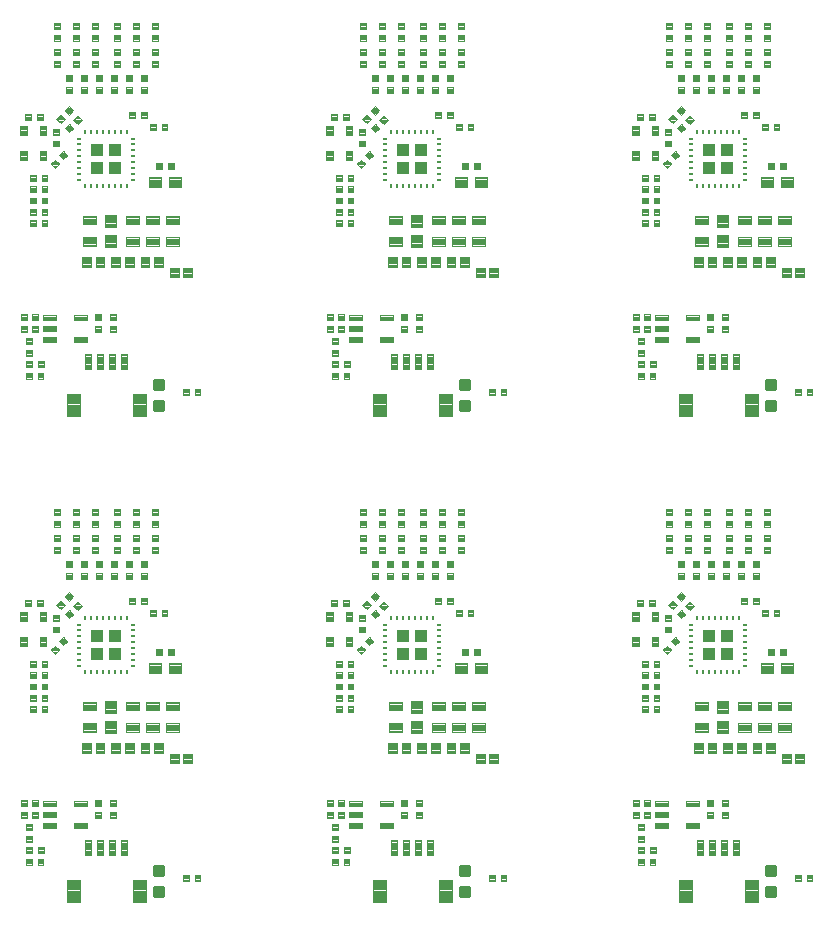
<source format=gtp>
G04 EAGLE Gerber RS-274X export*
G75*
%MOMM*%
%FSLAX34Y34*%
%LPD*%
%INSolderpaste Top*%
%IPPOS*%
%AMOC8*
5,1,8,0,0,1.08239X$1,22.5*%
G01*
%ADD10C,0.096000*%
%ADD11C,0.102000*%
%ADD12R,0.150000X0.350000*%
%ADD13R,0.350000X0.150000*%
%ADD14R,1.000000X1.000000*%
%ADD15C,0.104000*%
%ADD16C,0.300000*%
%ADD17C,0.100000*%
%ADD18C,0.099000*%


D10*
X104520Y4530D02*
X93480Y4530D01*
X93480Y23570D01*
X104520Y23570D01*
X104520Y4530D01*
X104520Y5442D02*
X93480Y5442D01*
X93480Y6354D02*
X104520Y6354D01*
X104520Y7266D02*
X93480Y7266D01*
X93480Y8178D02*
X104520Y8178D01*
X104520Y9090D02*
X93480Y9090D01*
X93480Y10002D02*
X104520Y10002D01*
X104520Y10914D02*
X93480Y10914D01*
X93480Y11826D02*
X104520Y11826D01*
X104520Y12738D02*
X93480Y12738D01*
X93480Y13650D02*
X104520Y13650D01*
X104520Y14562D02*
X93480Y14562D01*
X93480Y15474D02*
X104520Y15474D01*
X104520Y16386D02*
X93480Y16386D01*
X93480Y17298D02*
X104520Y17298D01*
X104520Y18210D02*
X93480Y18210D01*
X93480Y19122D02*
X104520Y19122D01*
X104520Y20034D02*
X93480Y20034D01*
X93480Y20946D02*
X104520Y20946D01*
X104520Y21858D02*
X93480Y21858D01*
X93480Y22770D02*
X104520Y22770D01*
X149480Y4530D02*
X160520Y4530D01*
X149480Y4530D02*
X149480Y23570D01*
X160520Y23570D01*
X160520Y4530D01*
X160520Y5442D02*
X149480Y5442D01*
X149480Y6354D02*
X160520Y6354D01*
X160520Y7266D02*
X149480Y7266D01*
X149480Y8178D02*
X160520Y8178D01*
X160520Y9090D02*
X149480Y9090D01*
X149480Y10002D02*
X160520Y10002D01*
X160520Y10914D02*
X149480Y10914D01*
X149480Y11826D02*
X160520Y11826D01*
X160520Y12738D02*
X149480Y12738D01*
X149480Y13650D02*
X160520Y13650D01*
X160520Y14562D02*
X149480Y14562D01*
X149480Y15474D02*
X160520Y15474D01*
X160520Y16386D02*
X149480Y16386D01*
X149480Y17298D02*
X160520Y17298D01*
X160520Y18210D02*
X149480Y18210D01*
X149480Y19122D02*
X160520Y19122D01*
X160520Y20034D02*
X149480Y20034D01*
X149480Y20946D02*
X160520Y20946D01*
X160520Y21858D02*
X149480Y21858D01*
X149480Y22770D02*
X160520Y22770D01*
D11*
X114490Y44560D02*
X109510Y44560D01*
X109510Y57040D01*
X114490Y57040D01*
X114490Y44560D01*
X114490Y45529D02*
X109510Y45529D01*
X109510Y46498D02*
X114490Y46498D01*
X114490Y47467D02*
X109510Y47467D01*
X109510Y48436D02*
X114490Y48436D01*
X114490Y49405D02*
X109510Y49405D01*
X109510Y50374D02*
X114490Y50374D01*
X114490Y51343D02*
X109510Y51343D01*
X109510Y52312D02*
X114490Y52312D01*
X114490Y53281D02*
X109510Y53281D01*
X109510Y54250D02*
X114490Y54250D01*
X114490Y55219D02*
X109510Y55219D01*
X109510Y56188D02*
X114490Y56188D01*
X119510Y44560D02*
X124490Y44560D01*
X119510Y44560D02*
X119510Y57040D01*
X124490Y57040D01*
X124490Y44560D01*
X124490Y45529D02*
X119510Y45529D01*
X119510Y46498D02*
X124490Y46498D01*
X124490Y47467D02*
X119510Y47467D01*
X119510Y48436D02*
X124490Y48436D01*
X124490Y49405D02*
X119510Y49405D01*
X119510Y50374D02*
X124490Y50374D01*
X124490Y51343D02*
X119510Y51343D01*
X119510Y52312D02*
X124490Y52312D01*
X124490Y53281D02*
X119510Y53281D01*
X119510Y54250D02*
X124490Y54250D01*
X124490Y55219D02*
X119510Y55219D01*
X119510Y56188D02*
X124490Y56188D01*
X129510Y44560D02*
X134490Y44560D01*
X129510Y44560D02*
X129510Y57040D01*
X134490Y57040D01*
X134490Y44560D01*
X134490Y45529D02*
X129510Y45529D01*
X129510Y46498D02*
X134490Y46498D01*
X134490Y47467D02*
X129510Y47467D01*
X129510Y48436D02*
X134490Y48436D01*
X134490Y49405D02*
X129510Y49405D01*
X129510Y50374D02*
X134490Y50374D01*
X134490Y51343D02*
X129510Y51343D01*
X129510Y52312D02*
X134490Y52312D01*
X134490Y53281D02*
X129510Y53281D01*
X129510Y54250D02*
X134490Y54250D01*
X134490Y55219D02*
X129510Y55219D01*
X129510Y56188D02*
X134490Y56188D01*
X139510Y44560D02*
X144490Y44560D01*
X139510Y44560D02*
X139510Y57040D01*
X144490Y57040D01*
X144490Y44560D01*
X144490Y45529D02*
X139510Y45529D01*
X139510Y46498D02*
X144490Y46498D01*
X144490Y47467D02*
X139510Y47467D01*
X139510Y48436D02*
X144490Y48436D01*
X144490Y49405D02*
X139510Y49405D01*
X139510Y50374D02*
X144490Y50374D01*
X144490Y51343D02*
X139510Y51343D01*
X139510Y52312D02*
X144490Y52312D01*
X144490Y53281D02*
X139510Y53281D01*
X139510Y54250D02*
X144490Y54250D01*
X144490Y55219D02*
X139510Y55219D01*
X139510Y56188D02*
X144490Y56188D01*
D12*
X124500Y245250D03*
X119500Y245250D03*
X114500Y245250D03*
X109500Y245250D03*
X144500Y245250D03*
X139500Y245250D03*
X134500Y245250D03*
X129500Y245250D03*
D13*
X104000Y219750D03*
X104000Y214750D03*
X104000Y209750D03*
X104000Y204750D03*
X104000Y239750D03*
X104000Y234750D03*
X104000Y229750D03*
X104000Y224750D03*
D12*
X129500Y199250D03*
X134500Y199250D03*
X139500Y199250D03*
X144500Y199250D03*
X109500Y199250D03*
X114500Y199250D03*
X119500Y199250D03*
X124500Y199250D03*
D13*
X150000Y224750D03*
X150000Y229750D03*
X150000Y234750D03*
X150000Y239750D03*
X150000Y204750D03*
X150000Y209750D03*
X150000Y214750D03*
X150000Y219750D03*
D14*
X134500Y229750D03*
X119500Y229750D03*
X119500Y214750D03*
X134500Y214750D03*
D11*
X82028Y243076D02*
X82028Y248056D01*
X87008Y248056D01*
X87008Y243076D01*
X82028Y243076D01*
X82028Y244045D02*
X87008Y244045D01*
X87008Y245014D02*
X82028Y245014D01*
X82028Y245983D02*
X87008Y245983D01*
X87008Y246952D02*
X82028Y246952D01*
X82028Y247921D02*
X87008Y247921D01*
X82028Y238056D02*
X82028Y233076D01*
X82028Y238056D02*
X87008Y238056D01*
X87008Y233076D01*
X82028Y233076D01*
X82028Y234045D02*
X87008Y234045D01*
X87008Y235014D02*
X82028Y235014D01*
X82028Y235983D02*
X87008Y235983D01*
X87008Y236952D02*
X82028Y236952D01*
X82028Y237921D02*
X87008Y237921D01*
X95749Y244928D02*
X99270Y248449D01*
X95749Y244928D02*
X92228Y248449D01*
X95749Y251970D01*
X99270Y248449D01*
X96718Y245897D02*
X94780Y245897D01*
X93811Y246866D02*
X97687Y246866D01*
X98656Y247835D02*
X92842Y247835D01*
X92583Y248804D02*
X98915Y248804D01*
X97946Y249773D02*
X93552Y249773D01*
X94521Y250742D02*
X96977Y250742D01*
X96008Y251711D02*
X95490Y251711D01*
X102820Y251999D02*
X106341Y255520D01*
X102820Y251999D02*
X99299Y255520D01*
X102820Y259041D01*
X106341Y255520D01*
X103789Y252968D02*
X101851Y252968D01*
X100882Y253937D02*
X104758Y253937D01*
X105727Y254906D02*
X99913Y254906D01*
X99654Y255875D02*
X105986Y255875D01*
X105017Y256844D02*
X100623Y256844D01*
X101592Y257813D02*
X104048Y257813D01*
X103079Y258782D02*
X102561Y258782D01*
X91910Y256592D02*
X88389Y253071D01*
X84868Y256592D01*
X88389Y260113D01*
X91910Y256592D01*
X89358Y254040D02*
X87420Y254040D01*
X86451Y255009D02*
X90327Y255009D01*
X91296Y255978D02*
X85482Y255978D01*
X85223Y256947D02*
X91555Y256947D01*
X90586Y257916D02*
X86192Y257916D01*
X87161Y258885D02*
X89617Y258885D01*
X88648Y259854D02*
X88130Y259854D01*
X95460Y260143D02*
X98981Y263664D01*
X95460Y260143D02*
X91939Y263664D01*
X95460Y267185D01*
X98981Y263664D01*
X96429Y261112D02*
X94491Y261112D01*
X93522Y262081D02*
X97398Y262081D01*
X98367Y263050D02*
X92553Y263050D01*
X92294Y264019D02*
X98626Y264019D01*
X97657Y264988D02*
X93263Y264988D01*
X94232Y265957D02*
X96688Y265957D01*
X95719Y266926D02*
X95201Y266926D01*
X179243Y218771D02*
X184223Y218771D01*
X184223Y213791D01*
X179243Y213791D01*
X179243Y218771D01*
X179243Y214760D02*
X184223Y214760D01*
X184223Y215729D02*
X179243Y215729D01*
X179243Y216698D02*
X184223Y216698D01*
X184223Y217667D02*
X179243Y217667D01*
X179243Y218636D02*
X184223Y218636D01*
X174223Y218771D02*
X169243Y218771D01*
X174223Y218771D02*
X174223Y213791D01*
X169243Y213791D01*
X169243Y218771D01*
X169243Y214760D02*
X174223Y214760D01*
X174223Y215729D02*
X169243Y215729D01*
X169243Y216698D02*
X174223Y216698D01*
X174223Y217667D02*
X169243Y217667D01*
X169243Y218636D02*
X174223Y218636D01*
X161180Y262361D02*
X156200Y262361D01*
X161180Y262361D02*
X161180Y257381D01*
X156200Y257381D01*
X156200Y262361D01*
X156200Y258350D02*
X161180Y258350D01*
X161180Y259319D02*
X156200Y259319D01*
X156200Y260288D02*
X161180Y260288D01*
X161180Y261257D02*
X156200Y261257D01*
X156200Y262226D02*
X161180Y262226D01*
X151180Y262361D02*
X146200Y262361D01*
X151180Y262361D02*
X151180Y257381D01*
X146200Y257381D01*
X146200Y262361D01*
X146200Y258350D02*
X151180Y258350D01*
X151180Y259319D02*
X146200Y259319D01*
X146200Y260288D02*
X151180Y260288D01*
X151180Y261257D02*
X146200Y261257D01*
X146200Y262226D02*
X151180Y262226D01*
X73886Y41530D02*
X68906Y41530D01*
X73886Y41530D02*
X73886Y36550D01*
X68906Y36550D01*
X68906Y41530D01*
X68906Y37519D02*
X73886Y37519D01*
X73886Y38488D02*
X68906Y38488D01*
X68906Y39457D02*
X73886Y39457D01*
X73886Y40426D02*
X68906Y40426D01*
X68906Y41395D02*
X73886Y41395D01*
X63886Y41530D02*
X58906Y41530D01*
X63886Y41530D02*
X63886Y36550D01*
X58906Y36550D01*
X58906Y41530D01*
X58906Y37519D02*
X63886Y37519D01*
X63886Y38488D02*
X58906Y38488D01*
X58906Y39457D02*
X63886Y39457D01*
X63886Y40426D02*
X58906Y40426D01*
X58906Y41395D02*
X63886Y41395D01*
X69007Y51487D02*
X73987Y51487D01*
X73987Y46507D01*
X69007Y46507D01*
X69007Y51487D01*
X69007Y47476D02*
X73987Y47476D01*
X73987Y48445D02*
X69007Y48445D01*
X69007Y49414D02*
X73987Y49414D01*
X73987Y50383D02*
X69007Y50383D01*
X69007Y51352D02*
X73987Y51352D01*
X63987Y51487D02*
X59007Y51487D01*
X63987Y51487D02*
X63987Y46507D01*
X59007Y46507D01*
X59007Y51487D01*
X59007Y47476D02*
X63987Y47476D01*
X63987Y48445D02*
X59007Y48445D01*
X59007Y49414D02*
X63987Y49414D01*
X63987Y50383D02*
X59007Y50383D01*
X59007Y51352D02*
X63987Y51352D01*
D15*
X70953Y242605D02*
X70953Y250565D01*
X76413Y250565D01*
X76413Y242605D01*
X70953Y242605D01*
X70953Y243593D02*
X76413Y243593D01*
X76413Y244581D02*
X70953Y244581D01*
X70953Y245569D02*
X76413Y245569D01*
X76413Y246557D02*
X70953Y246557D01*
X70953Y247545D02*
X76413Y247545D01*
X76413Y248533D02*
X70953Y248533D01*
X70953Y249521D02*
X76413Y249521D01*
X76413Y250509D02*
X70953Y250509D01*
X54453Y250565D02*
X54453Y242605D01*
X54453Y250565D02*
X59913Y250565D01*
X59913Y242605D01*
X54453Y242605D01*
X54453Y243593D02*
X59913Y243593D01*
X59913Y244581D02*
X54453Y244581D01*
X54453Y245569D02*
X59913Y245569D01*
X59913Y246557D02*
X54453Y246557D01*
X54453Y247545D02*
X59913Y247545D01*
X59913Y248533D02*
X54453Y248533D01*
X54453Y249521D02*
X59913Y249521D01*
X59913Y250509D02*
X54453Y250509D01*
X54453Y229565D02*
X54453Y221605D01*
X54453Y229565D02*
X59913Y229565D01*
X59913Y221605D01*
X54453Y221605D01*
X54453Y222593D02*
X59913Y222593D01*
X59913Y223581D02*
X54453Y223581D01*
X54453Y224569D02*
X59913Y224569D01*
X59913Y225557D02*
X54453Y225557D01*
X54453Y226545D02*
X59913Y226545D01*
X59913Y227533D02*
X54453Y227533D01*
X54453Y228521D02*
X59913Y228521D01*
X59913Y229509D02*
X54453Y229509D01*
X70953Y229565D02*
X70953Y221605D01*
X70953Y229565D02*
X76413Y229565D01*
X76413Y221605D01*
X70953Y221605D01*
X70953Y222593D02*
X76413Y222593D01*
X76413Y223581D02*
X70953Y223581D01*
X70953Y224569D02*
X76413Y224569D01*
X76413Y225557D02*
X70953Y225557D01*
X70953Y226545D02*
X76413Y226545D01*
X76413Y227533D02*
X70953Y227533D01*
X70953Y228521D02*
X76413Y228521D01*
X76413Y229509D02*
X70953Y229509D01*
D11*
X68542Y260507D02*
X73522Y260507D01*
X73522Y255527D01*
X68542Y255527D01*
X68542Y260507D01*
X68542Y256496D02*
X73522Y256496D01*
X73522Y257465D02*
X68542Y257465D01*
X68542Y258434D02*
X73522Y258434D01*
X73522Y259403D02*
X68542Y259403D01*
X68542Y260372D02*
X73522Y260372D01*
X63522Y260507D02*
X58542Y260507D01*
X63522Y260507D02*
X63522Y255527D01*
X58542Y255527D01*
X58542Y260507D01*
X58542Y256496D02*
X63522Y256496D01*
X63522Y257465D02*
X58542Y257465D01*
X58542Y258434D02*
X63522Y258434D01*
X63522Y259403D02*
X58542Y259403D01*
X58542Y260372D02*
X63522Y260372D01*
D15*
X160763Y174100D02*
X160763Y167140D01*
X160763Y174100D02*
X171723Y174100D01*
X171723Y167140D01*
X160763Y167140D01*
X160763Y168128D02*
X171723Y168128D01*
X171723Y169116D02*
X160763Y169116D01*
X160763Y170104D02*
X171723Y170104D01*
X171723Y171092D02*
X160763Y171092D01*
X160763Y172080D02*
X171723Y172080D01*
X171723Y173068D02*
X160763Y173068D01*
X160763Y174056D02*
X171723Y174056D01*
X160763Y156100D02*
X160763Y149140D01*
X160763Y156100D02*
X171723Y156100D01*
X171723Y149140D01*
X160763Y149140D01*
X160763Y150128D02*
X171723Y150128D01*
X171723Y151116D02*
X160763Y151116D01*
X160763Y152104D02*
X171723Y152104D01*
X171723Y153092D02*
X160763Y153092D01*
X160763Y154080D02*
X171723Y154080D01*
X171723Y155068D02*
X160763Y155068D01*
X160763Y156056D02*
X171723Y156056D01*
X177451Y167140D02*
X177451Y174100D01*
X188411Y174100D01*
X188411Y167140D01*
X177451Y167140D01*
X177451Y168128D02*
X188411Y168128D01*
X188411Y169116D02*
X177451Y169116D01*
X177451Y170104D02*
X188411Y170104D01*
X188411Y171092D02*
X177451Y171092D01*
X177451Y172080D02*
X188411Y172080D01*
X188411Y173068D02*
X177451Y173068D01*
X177451Y174056D02*
X188411Y174056D01*
X177451Y156100D02*
X177451Y149140D01*
X177451Y156100D02*
X188411Y156100D01*
X188411Y149140D01*
X177451Y149140D01*
X177451Y150128D02*
X188411Y150128D01*
X188411Y151116D02*
X177451Y151116D01*
X177451Y152104D02*
X188411Y152104D01*
X188411Y153092D02*
X177451Y153092D01*
X177451Y154080D02*
X188411Y154080D01*
X188411Y155068D02*
X177451Y155068D01*
X177451Y156056D02*
X188411Y156056D01*
X143999Y167140D02*
X143999Y174100D01*
X154959Y174100D01*
X154959Y167140D01*
X143999Y167140D01*
X143999Y168128D02*
X154959Y168128D01*
X154959Y169116D02*
X143999Y169116D01*
X143999Y170104D02*
X154959Y170104D01*
X154959Y171092D02*
X143999Y171092D01*
X143999Y172080D02*
X154959Y172080D01*
X154959Y173068D02*
X143999Y173068D01*
X143999Y174056D02*
X154959Y174056D01*
X143999Y156100D02*
X143999Y149140D01*
X143999Y156100D02*
X154959Y156100D01*
X154959Y149140D01*
X143999Y149140D01*
X143999Y150128D02*
X154959Y150128D01*
X154959Y151116D02*
X143999Y151116D01*
X143999Y152104D02*
X154959Y152104D01*
X154959Y153092D02*
X143999Y153092D01*
X143999Y154080D02*
X154959Y154080D01*
X154959Y155068D02*
X143999Y155068D01*
X143999Y156056D02*
X154959Y156056D01*
X107220Y167064D02*
X107220Y174024D01*
X118180Y174024D01*
X118180Y167064D01*
X107220Y167064D01*
X107220Y168052D02*
X118180Y168052D01*
X118180Y169040D02*
X107220Y169040D01*
X107220Y170028D02*
X118180Y170028D01*
X118180Y171016D02*
X107220Y171016D01*
X107220Y172004D02*
X118180Y172004D01*
X118180Y172992D02*
X107220Y172992D01*
X107220Y173980D02*
X118180Y173980D01*
X107220Y156024D02*
X107220Y149064D01*
X107220Y156024D02*
X118180Y156024D01*
X118180Y149064D01*
X107220Y149064D01*
X107220Y150052D02*
X118180Y150052D01*
X118180Y151040D02*
X107220Y151040D01*
X107220Y152028D02*
X118180Y152028D01*
X118180Y153016D02*
X107220Y153016D01*
X107220Y154004D02*
X118180Y154004D01*
X118180Y154992D02*
X107220Y154992D01*
X107220Y155980D02*
X118180Y155980D01*
D11*
X167719Y139143D02*
X175199Y139143D01*
X175199Y131163D01*
X167719Y131163D01*
X167719Y139143D01*
X167719Y132132D02*
X175199Y132132D01*
X175199Y133101D02*
X167719Y133101D01*
X167719Y134070D02*
X175199Y134070D01*
X175199Y135039D02*
X167719Y135039D01*
X167719Y136008D02*
X175199Y136008D01*
X175199Y136977D02*
X167719Y136977D01*
X167719Y137946D02*
X175199Y137946D01*
X175199Y138915D02*
X167719Y138915D01*
X163599Y139143D02*
X156119Y139143D01*
X163599Y139143D02*
X163599Y131163D01*
X156119Y131163D01*
X156119Y139143D01*
X156119Y132132D02*
X163599Y132132D01*
X163599Y133101D02*
X156119Y133101D01*
X156119Y134070D02*
X163599Y134070D01*
X163599Y135039D02*
X156119Y135039D01*
X156119Y136008D02*
X163599Y136008D01*
X163599Y136977D02*
X156119Y136977D01*
X156119Y137946D02*
X163599Y137946D01*
X163599Y138915D02*
X156119Y138915D01*
X180833Y122527D02*
X188313Y122527D01*
X180833Y122527D02*
X180833Y130507D01*
X188313Y130507D01*
X188313Y122527D01*
X188313Y123496D02*
X180833Y123496D01*
X180833Y124465D02*
X188313Y124465D01*
X188313Y125434D02*
X180833Y125434D01*
X180833Y126403D02*
X188313Y126403D01*
X188313Y127372D02*
X180833Y127372D01*
X180833Y128341D02*
X188313Y128341D01*
X188313Y129310D02*
X180833Y129310D01*
X180833Y130279D02*
X188313Y130279D01*
X192433Y122527D02*
X199913Y122527D01*
X192433Y122527D02*
X192433Y130507D01*
X199913Y130507D01*
X199913Y122527D01*
X199913Y123496D02*
X192433Y123496D01*
X192433Y124465D02*
X199913Y124465D01*
X199913Y125434D02*
X192433Y125434D01*
X192433Y126403D02*
X199913Y126403D01*
X199913Y127372D02*
X192433Y127372D01*
X192433Y128341D02*
X199913Y128341D01*
X199913Y129310D02*
X192433Y129310D01*
X192433Y130279D02*
X199913Y130279D01*
X150459Y139169D02*
X142979Y139169D01*
X150459Y139169D02*
X150459Y131189D01*
X142979Y131189D01*
X142979Y139169D01*
X142979Y132158D02*
X150459Y132158D01*
X150459Y133127D02*
X142979Y133127D01*
X142979Y134096D02*
X150459Y134096D01*
X150459Y135065D02*
X142979Y135065D01*
X142979Y136034D02*
X150459Y136034D01*
X150459Y137003D02*
X142979Y137003D01*
X142979Y137972D02*
X150459Y137972D01*
X150459Y138941D02*
X142979Y138941D01*
X138859Y139169D02*
X131379Y139169D01*
X138859Y139169D02*
X138859Y131189D01*
X131379Y131189D01*
X131379Y139169D01*
X131379Y132158D02*
X138859Y132158D01*
X138859Y133127D02*
X131379Y133127D01*
X131379Y134096D02*
X138859Y134096D01*
X138859Y135065D02*
X131379Y135065D01*
X131379Y136034D02*
X138859Y136034D01*
X138859Y137003D02*
X131379Y137003D01*
X131379Y137972D02*
X138859Y137972D01*
X138859Y138941D02*
X131379Y138941D01*
X113891Y131138D02*
X106411Y131138D01*
X106411Y139118D01*
X113891Y139118D01*
X113891Y131138D01*
X113891Y132107D02*
X106411Y132107D01*
X106411Y133076D02*
X113891Y133076D01*
X113891Y134045D02*
X106411Y134045D01*
X106411Y135014D02*
X113891Y135014D01*
X113891Y135983D02*
X106411Y135983D01*
X106411Y136952D02*
X113891Y136952D01*
X113891Y137921D02*
X106411Y137921D01*
X106411Y138890D02*
X113891Y138890D01*
X118011Y131138D02*
X125491Y131138D01*
X118011Y131138D02*
X118011Y139118D01*
X125491Y139118D01*
X125491Y131138D01*
X125491Y132107D02*
X118011Y132107D01*
X118011Y133076D02*
X125491Y133076D01*
X125491Y134045D02*
X118011Y134045D01*
X118011Y135014D02*
X125491Y135014D01*
X125491Y135983D02*
X118011Y135983D01*
X118011Y136952D02*
X125491Y136952D01*
X125491Y137921D02*
X118011Y137921D01*
X118011Y138890D02*
X125491Y138890D01*
D16*
X167950Y16955D02*
X174950Y16955D01*
X174950Y9955D01*
X167950Y9955D01*
X167950Y16955D01*
X167950Y12805D02*
X174950Y12805D01*
X174950Y15655D02*
X167950Y15655D01*
X167950Y34495D02*
X174950Y34495D01*
X174950Y27495D01*
X167950Y27495D01*
X167950Y34495D01*
X167950Y30345D02*
X174950Y30345D01*
X174950Y33195D02*
X167950Y33195D01*
D11*
X201900Y27890D02*
X206880Y27890D01*
X206880Y22910D01*
X201900Y22910D01*
X201900Y27890D01*
X201900Y23879D02*
X206880Y23879D01*
X206880Y24848D02*
X201900Y24848D01*
X201900Y25817D02*
X206880Y25817D01*
X206880Y26786D02*
X201900Y26786D01*
X201900Y27755D02*
X206880Y27755D01*
X196880Y27890D02*
X191900Y27890D01*
X196880Y27890D02*
X196880Y22910D01*
X191900Y22910D01*
X191900Y27890D01*
X191900Y23879D02*
X196880Y23879D01*
X196880Y24848D02*
X191900Y24848D01*
X191900Y25817D02*
X196880Y25817D01*
X196880Y26786D02*
X191900Y26786D01*
X191900Y27755D02*
X196880Y27755D01*
X130860Y288260D02*
X130860Y293240D01*
X135840Y293240D01*
X135840Y288260D01*
X130860Y288260D01*
X130860Y289229D02*
X135840Y289229D01*
X135840Y290198D02*
X130860Y290198D01*
X130860Y291167D02*
X135840Y291167D01*
X135840Y292136D02*
X130860Y292136D01*
X130860Y293105D02*
X135840Y293105D01*
X130860Y283240D02*
X130860Y278260D01*
X130860Y283240D02*
X135840Y283240D01*
X135840Y278260D01*
X130860Y278260D01*
X130860Y279229D02*
X135840Y279229D01*
X135840Y280198D02*
X130860Y280198D01*
X130860Y281167D02*
X135840Y281167D01*
X135840Y282136D02*
X130860Y282136D01*
X130860Y283105D02*
X135840Y283105D01*
X143560Y288260D02*
X143560Y293240D01*
X148540Y293240D01*
X148540Y288260D01*
X143560Y288260D01*
X143560Y289229D02*
X148540Y289229D01*
X148540Y290198D02*
X143560Y290198D01*
X143560Y291167D02*
X148540Y291167D01*
X148540Y292136D02*
X143560Y292136D01*
X143560Y293105D02*
X148540Y293105D01*
X143560Y283240D02*
X143560Y278260D01*
X143560Y283240D02*
X148540Y283240D01*
X148540Y278260D01*
X143560Y278260D01*
X143560Y279229D02*
X148540Y279229D01*
X148540Y280198D02*
X143560Y280198D01*
X143560Y281167D02*
X148540Y281167D01*
X148540Y282136D02*
X143560Y282136D01*
X143560Y283105D02*
X148540Y283105D01*
X134035Y310485D02*
X134035Y315465D01*
X139015Y315465D01*
X139015Y310485D01*
X134035Y310485D01*
X134035Y311454D02*
X139015Y311454D01*
X139015Y312423D02*
X134035Y312423D01*
X134035Y313392D02*
X139015Y313392D01*
X139015Y314361D02*
X134035Y314361D01*
X134035Y315330D02*
X139015Y315330D01*
X134035Y305465D02*
X134035Y300485D01*
X134035Y305465D02*
X139015Y305465D01*
X139015Y300485D01*
X134035Y300485D01*
X134035Y301454D02*
X139015Y301454D01*
X139015Y302423D02*
X134035Y302423D01*
X134035Y303392D02*
X139015Y303392D01*
X139015Y304361D02*
X134035Y304361D01*
X134035Y305330D02*
X139015Y305330D01*
X149910Y310485D02*
X149910Y315465D01*
X154890Y315465D01*
X154890Y310485D01*
X149910Y310485D01*
X149910Y311454D02*
X154890Y311454D01*
X154890Y312423D02*
X149910Y312423D01*
X149910Y313392D02*
X154890Y313392D01*
X154890Y314361D02*
X149910Y314361D01*
X149910Y315330D02*
X154890Y315330D01*
X149910Y305465D02*
X149910Y300485D01*
X149910Y305465D02*
X154890Y305465D01*
X154890Y300485D01*
X149910Y300485D01*
X149910Y301454D02*
X154890Y301454D01*
X154890Y302423D02*
X149910Y302423D01*
X149910Y303392D02*
X154890Y303392D01*
X154890Y304361D02*
X149910Y304361D01*
X149910Y305330D02*
X154890Y305330D01*
X154890Y322710D02*
X154890Y327690D01*
X154890Y322710D02*
X149910Y322710D01*
X149910Y327690D01*
X154890Y327690D01*
X154890Y323679D02*
X149910Y323679D01*
X149910Y324648D02*
X154890Y324648D01*
X154890Y325617D02*
X149910Y325617D01*
X149910Y326586D02*
X154890Y326586D01*
X154890Y327555D02*
X149910Y327555D01*
X154890Y332710D02*
X154890Y337690D01*
X154890Y332710D02*
X149910Y332710D01*
X149910Y337690D01*
X154890Y337690D01*
X154890Y333679D02*
X149910Y333679D01*
X149910Y334648D02*
X154890Y334648D01*
X154890Y335617D02*
X149910Y335617D01*
X149910Y336586D02*
X154890Y336586D01*
X154890Y337555D02*
X149910Y337555D01*
X139015Y327690D02*
X139015Y322710D01*
X134035Y322710D01*
X134035Y327690D01*
X139015Y327690D01*
X139015Y323679D02*
X134035Y323679D01*
X134035Y324648D02*
X139015Y324648D01*
X139015Y325617D02*
X134035Y325617D01*
X134035Y326586D02*
X139015Y326586D01*
X139015Y327555D02*
X134035Y327555D01*
X139015Y332710D02*
X139015Y337690D01*
X139015Y332710D02*
X134035Y332710D01*
X134035Y337690D01*
X139015Y337690D01*
X139015Y333679D02*
X134035Y333679D01*
X134035Y334648D02*
X139015Y334648D01*
X139015Y335617D02*
X134035Y335617D01*
X134035Y336586D02*
X139015Y336586D01*
X139015Y337555D02*
X134035Y337555D01*
X165785Y315465D02*
X165785Y310485D01*
X165785Y315465D02*
X170765Y315465D01*
X170765Y310485D01*
X165785Y310485D01*
X165785Y311454D02*
X170765Y311454D01*
X170765Y312423D02*
X165785Y312423D01*
X165785Y313392D02*
X170765Y313392D01*
X170765Y314361D02*
X165785Y314361D01*
X165785Y315330D02*
X170765Y315330D01*
X165785Y305465D02*
X165785Y300485D01*
X165785Y305465D02*
X170765Y305465D01*
X170765Y300485D01*
X165785Y300485D01*
X165785Y301454D02*
X170765Y301454D01*
X170765Y302423D02*
X165785Y302423D01*
X165785Y303392D02*
X170765Y303392D01*
X170765Y304361D02*
X165785Y304361D01*
X165785Y305330D02*
X170765Y305330D01*
X114985Y310485D02*
X114985Y315465D01*
X119965Y315465D01*
X119965Y310485D01*
X114985Y310485D01*
X114985Y311454D02*
X119965Y311454D01*
X119965Y312423D02*
X114985Y312423D01*
X114985Y313392D02*
X119965Y313392D01*
X119965Y314361D02*
X114985Y314361D01*
X114985Y315330D02*
X119965Y315330D01*
X114985Y305465D02*
X114985Y300485D01*
X114985Y305465D02*
X119965Y305465D01*
X119965Y300485D01*
X114985Y300485D01*
X114985Y301454D02*
X119965Y301454D01*
X119965Y302423D02*
X114985Y302423D01*
X114985Y303392D02*
X119965Y303392D01*
X119965Y304361D02*
X114985Y304361D01*
X114985Y305330D02*
X119965Y305330D01*
X99110Y310485D02*
X99110Y315465D01*
X104090Y315465D01*
X104090Y310485D01*
X99110Y310485D01*
X99110Y311454D02*
X104090Y311454D01*
X104090Y312423D02*
X99110Y312423D01*
X99110Y313392D02*
X104090Y313392D01*
X104090Y314361D02*
X99110Y314361D01*
X99110Y315330D02*
X104090Y315330D01*
X99110Y305465D02*
X99110Y300485D01*
X99110Y305465D02*
X104090Y305465D01*
X104090Y300485D01*
X99110Y300485D01*
X99110Y301454D02*
X104090Y301454D01*
X104090Y302423D02*
X99110Y302423D01*
X99110Y303392D02*
X104090Y303392D01*
X104090Y304361D02*
X99110Y304361D01*
X99110Y305330D02*
X104090Y305330D01*
X83235Y310485D02*
X83235Y315465D01*
X88215Y315465D01*
X88215Y310485D01*
X83235Y310485D01*
X83235Y311454D02*
X88215Y311454D01*
X88215Y312423D02*
X83235Y312423D01*
X83235Y313392D02*
X88215Y313392D01*
X88215Y314361D02*
X83235Y314361D01*
X83235Y315330D02*
X88215Y315330D01*
X83235Y305465D02*
X83235Y300485D01*
X83235Y305465D02*
X88215Y305465D01*
X88215Y300485D01*
X83235Y300485D01*
X83235Y301454D02*
X88215Y301454D01*
X88215Y302423D02*
X83235Y302423D01*
X83235Y303392D02*
X88215Y303392D01*
X88215Y304361D02*
X83235Y304361D01*
X83235Y305330D02*
X88215Y305330D01*
X156260Y293240D02*
X156260Y288260D01*
X156260Y293240D02*
X161240Y293240D01*
X161240Y288260D01*
X156260Y288260D01*
X156260Y289229D02*
X161240Y289229D01*
X161240Y290198D02*
X156260Y290198D01*
X156260Y291167D02*
X161240Y291167D01*
X161240Y292136D02*
X156260Y292136D01*
X156260Y293105D02*
X161240Y293105D01*
X156260Y283240D02*
X156260Y278260D01*
X156260Y283240D02*
X161240Y283240D01*
X161240Y278260D01*
X156260Y278260D01*
X156260Y279229D02*
X161240Y279229D01*
X161240Y280198D02*
X156260Y280198D01*
X156260Y281167D02*
X161240Y281167D01*
X161240Y282136D02*
X156260Y282136D01*
X156260Y283105D02*
X161240Y283105D01*
X118160Y288260D02*
X118160Y293240D01*
X123140Y293240D01*
X123140Y288260D01*
X118160Y288260D01*
X118160Y289229D02*
X123140Y289229D01*
X123140Y290198D02*
X118160Y290198D01*
X118160Y291167D02*
X123140Y291167D01*
X123140Y292136D02*
X118160Y292136D01*
X118160Y293105D02*
X123140Y293105D01*
X118160Y283240D02*
X118160Y278260D01*
X118160Y283240D02*
X123140Y283240D01*
X123140Y278260D01*
X118160Y278260D01*
X118160Y279229D02*
X123140Y279229D01*
X123140Y280198D02*
X118160Y280198D01*
X118160Y281167D02*
X123140Y281167D01*
X123140Y282136D02*
X118160Y282136D01*
X118160Y283105D02*
X123140Y283105D01*
X105460Y288260D02*
X105460Y293240D01*
X110440Y293240D01*
X110440Y288260D01*
X105460Y288260D01*
X105460Y289229D02*
X110440Y289229D01*
X110440Y290198D02*
X105460Y290198D01*
X105460Y291167D02*
X110440Y291167D01*
X110440Y292136D02*
X105460Y292136D01*
X105460Y293105D02*
X110440Y293105D01*
X105460Y283240D02*
X105460Y278260D01*
X105460Y283240D02*
X110440Y283240D01*
X110440Y278260D01*
X105460Y278260D01*
X105460Y279229D02*
X110440Y279229D01*
X110440Y280198D02*
X105460Y280198D01*
X105460Y281167D02*
X110440Y281167D01*
X110440Y282136D02*
X105460Y282136D01*
X105460Y283105D02*
X110440Y283105D01*
X92760Y288260D02*
X92760Y293240D01*
X97740Y293240D01*
X97740Y288260D01*
X92760Y288260D01*
X92760Y289229D02*
X97740Y289229D01*
X97740Y290198D02*
X92760Y290198D01*
X92760Y291167D02*
X97740Y291167D01*
X97740Y292136D02*
X92760Y292136D01*
X92760Y293105D02*
X97740Y293105D01*
X92760Y283240D02*
X92760Y278260D01*
X92760Y283240D02*
X97740Y283240D01*
X97740Y278260D01*
X92760Y278260D01*
X92760Y279229D02*
X97740Y279229D01*
X97740Y280198D02*
X92760Y280198D01*
X92760Y281167D02*
X97740Y281167D01*
X97740Y282136D02*
X92760Y282136D01*
X92760Y283105D02*
X97740Y283105D01*
X170765Y322710D02*
X170765Y327690D01*
X170765Y322710D02*
X165785Y322710D01*
X165785Y327690D01*
X170765Y327690D01*
X170765Y323679D02*
X165785Y323679D01*
X165785Y324648D02*
X170765Y324648D01*
X170765Y325617D02*
X165785Y325617D01*
X165785Y326586D02*
X170765Y326586D01*
X170765Y327555D02*
X165785Y327555D01*
X170765Y332710D02*
X170765Y337690D01*
X170765Y332710D02*
X165785Y332710D01*
X165785Y337690D01*
X170765Y337690D01*
X170765Y333679D02*
X165785Y333679D01*
X165785Y334648D02*
X170765Y334648D01*
X170765Y335617D02*
X165785Y335617D01*
X165785Y336586D02*
X170765Y336586D01*
X170765Y337555D02*
X165785Y337555D01*
X119965Y327690D02*
X119965Y322710D01*
X114985Y322710D01*
X114985Y327690D01*
X119965Y327690D01*
X119965Y323679D02*
X114985Y323679D01*
X114985Y324648D02*
X119965Y324648D01*
X119965Y325617D02*
X114985Y325617D01*
X114985Y326586D02*
X119965Y326586D01*
X119965Y327555D02*
X114985Y327555D01*
X119965Y332710D02*
X119965Y337690D01*
X119965Y332710D02*
X114985Y332710D01*
X114985Y337690D01*
X119965Y337690D01*
X119965Y333679D02*
X114985Y333679D01*
X114985Y334648D02*
X119965Y334648D01*
X119965Y335617D02*
X114985Y335617D01*
X114985Y336586D02*
X119965Y336586D01*
X119965Y337555D02*
X114985Y337555D01*
X104090Y327690D02*
X104090Y322710D01*
X99110Y322710D01*
X99110Y327690D01*
X104090Y327690D01*
X104090Y323679D02*
X99110Y323679D01*
X99110Y324648D02*
X104090Y324648D01*
X104090Y325617D02*
X99110Y325617D01*
X99110Y326586D02*
X104090Y326586D01*
X104090Y327555D02*
X99110Y327555D01*
X104090Y332710D02*
X104090Y337690D01*
X104090Y332710D02*
X99110Y332710D01*
X99110Y337690D01*
X104090Y337690D01*
X104090Y333679D02*
X99110Y333679D01*
X99110Y334648D02*
X104090Y334648D01*
X104090Y335617D02*
X99110Y335617D01*
X99110Y336586D02*
X104090Y336586D01*
X104090Y337555D02*
X99110Y337555D01*
X88215Y327690D02*
X88215Y322710D01*
X83235Y322710D01*
X83235Y327690D01*
X88215Y327690D01*
X88215Y323679D02*
X83235Y323679D01*
X83235Y324648D02*
X88215Y324648D01*
X88215Y325617D02*
X83235Y325617D01*
X83235Y326586D02*
X88215Y326586D01*
X88215Y327555D02*
X83235Y327555D01*
X88215Y332710D02*
X88215Y337690D01*
X88215Y332710D02*
X83235Y332710D01*
X83235Y337690D01*
X88215Y337690D01*
X88215Y333679D02*
X83235Y333679D01*
X83235Y334648D02*
X88215Y334648D01*
X88215Y335617D02*
X83235Y335617D01*
X83235Y336586D02*
X88215Y336586D01*
X88215Y337555D02*
X83235Y337555D01*
X55041Y91183D02*
X55041Y86203D01*
X55041Y91183D02*
X60021Y91183D01*
X60021Y86203D01*
X55041Y86203D01*
X55041Y87172D02*
X60021Y87172D01*
X60021Y88141D02*
X55041Y88141D01*
X55041Y89110D02*
X60021Y89110D01*
X60021Y90079D02*
X55041Y90079D01*
X55041Y91048D02*
X60021Y91048D01*
X55041Y81183D02*
X55041Y76203D01*
X55041Y81183D02*
X60021Y81183D01*
X60021Y76203D01*
X55041Y76203D01*
X55041Y77172D02*
X60021Y77172D01*
X60021Y78141D02*
X55041Y78141D01*
X55041Y79110D02*
X60021Y79110D01*
X60021Y80079D02*
X55041Y80079D01*
X55041Y81048D02*
X60021Y81048D01*
X173960Y252172D02*
X178940Y252172D01*
X178940Y247192D01*
X173960Y247192D01*
X173960Y252172D01*
X173960Y248161D02*
X178940Y248161D01*
X178940Y249130D02*
X173960Y249130D01*
X173960Y250099D02*
X178940Y250099D01*
X178940Y251068D02*
X173960Y251068D01*
X173960Y252037D02*
X178940Y252037D01*
X168940Y252172D02*
X163960Y252172D01*
X168940Y252172D02*
X168940Y247192D01*
X163960Y247192D01*
X163960Y252172D01*
X163960Y248161D02*
X168940Y248161D01*
X168940Y249130D02*
X163960Y249130D01*
X163960Y250099D02*
X168940Y250099D01*
X168940Y251068D02*
X163960Y251068D01*
X163960Y252037D02*
X168940Y252037D01*
D17*
X126361Y174993D02*
X126361Y164993D01*
X126361Y174993D02*
X135361Y174993D01*
X135361Y164993D01*
X126361Y164993D01*
X126361Y165943D02*
X135361Y165943D01*
X135361Y166893D02*
X126361Y166893D01*
X126361Y167843D02*
X135361Y167843D01*
X135361Y168793D02*
X126361Y168793D01*
X126361Y169743D02*
X135361Y169743D01*
X135361Y170693D02*
X126361Y170693D01*
X126361Y171643D02*
X135361Y171643D01*
X135361Y172593D02*
X126361Y172593D01*
X126361Y173543D02*
X135361Y173543D01*
X135361Y174493D02*
X126361Y174493D01*
X126361Y157993D02*
X126361Y147993D01*
X126361Y157993D02*
X135361Y157993D01*
X135361Y147993D01*
X126361Y147993D01*
X126361Y148943D02*
X135361Y148943D01*
X135361Y149893D02*
X126361Y149893D01*
X126361Y150843D02*
X135361Y150843D01*
X135361Y151793D02*
X126361Y151793D01*
X126361Y152743D02*
X135361Y152743D01*
X135361Y153693D02*
X126361Y153693D01*
X126361Y154643D02*
X135361Y154643D01*
X135361Y155593D02*
X126361Y155593D01*
X126361Y156543D02*
X135361Y156543D01*
X135361Y157493D02*
X126361Y157493D01*
X163309Y198370D02*
X173309Y198370D01*
X163309Y198370D02*
X163309Y207370D01*
X173309Y207370D01*
X173309Y198370D01*
X173309Y199320D02*
X163309Y199320D01*
X163309Y200270D02*
X173309Y200270D01*
X173309Y201220D02*
X163309Y201220D01*
X163309Y202170D02*
X173309Y202170D01*
X173309Y203120D02*
X163309Y203120D01*
X163309Y204070D02*
X173309Y204070D01*
X173309Y205020D02*
X163309Y205020D01*
X163309Y205970D02*
X173309Y205970D01*
X173309Y206920D02*
X163309Y206920D01*
X180309Y198370D02*
X190309Y198370D01*
X180309Y198370D02*
X180309Y207370D01*
X190309Y207370D01*
X190309Y198370D01*
X190309Y199320D02*
X180309Y199320D01*
X180309Y200270D02*
X190309Y200270D01*
X190309Y201220D02*
X180309Y201220D01*
X180309Y202170D02*
X190309Y202170D01*
X190309Y203120D02*
X180309Y203120D01*
X180309Y204070D02*
X190309Y204070D01*
X190309Y205020D02*
X180309Y205020D01*
X180309Y205970D02*
X190309Y205970D01*
X190309Y206920D02*
X180309Y206920D01*
D11*
X67340Y175310D02*
X62360Y175310D01*
X62360Y180290D01*
X67340Y180290D01*
X67340Y175310D01*
X67340Y176279D02*
X62360Y176279D01*
X62360Y177248D02*
X67340Y177248D01*
X67340Y178217D02*
X62360Y178217D01*
X62360Y179186D02*
X67340Y179186D01*
X67340Y180155D02*
X62360Y180155D01*
X72360Y175310D02*
X77340Y175310D01*
X72360Y175310D02*
X72360Y180290D01*
X77340Y180290D01*
X77340Y175310D01*
X77340Y176279D02*
X72360Y176279D01*
X72360Y177248D02*
X77340Y177248D01*
X77340Y178217D02*
X72360Y178217D01*
X72360Y179186D02*
X77340Y179186D01*
X77340Y180155D02*
X72360Y180155D01*
X67340Y194360D02*
X62360Y194360D01*
X62360Y199340D01*
X67340Y199340D01*
X67340Y194360D01*
X67340Y195329D02*
X62360Y195329D01*
X62360Y196298D02*
X67340Y196298D01*
X67340Y197267D02*
X62360Y197267D01*
X62360Y198236D02*
X67340Y198236D01*
X67340Y199205D02*
X62360Y199205D01*
X72360Y194360D02*
X77340Y194360D01*
X72360Y194360D02*
X72360Y199340D01*
X77340Y199340D01*
X77340Y194360D01*
X77340Y195329D02*
X72360Y195329D01*
X72360Y196298D02*
X77340Y196298D01*
X77340Y197267D02*
X72360Y197267D01*
X72360Y198236D02*
X77340Y198236D01*
X77340Y199205D02*
X72360Y199205D01*
X67340Y203885D02*
X62360Y203885D01*
X62360Y208865D01*
X67340Y208865D01*
X67340Y203885D01*
X67340Y204854D02*
X62360Y204854D01*
X62360Y205823D02*
X67340Y205823D01*
X67340Y206792D02*
X62360Y206792D01*
X62360Y207761D02*
X67340Y207761D01*
X67340Y208730D02*
X62360Y208730D01*
X72360Y203885D02*
X77340Y203885D01*
X72360Y203885D02*
X72360Y208865D01*
X77340Y208865D01*
X77340Y203885D01*
X77340Y204854D02*
X72360Y204854D01*
X72360Y205823D02*
X77340Y205823D01*
X77340Y206792D02*
X72360Y206792D01*
X72360Y207761D02*
X77340Y207761D01*
X77340Y208730D02*
X72360Y208730D01*
X67340Y165785D02*
X62360Y165785D01*
X62360Y170765D01*
X67340Y170765D01*
X67340Y165785D01*
X67340Y166754D02*
X62360Y166754D01*
X62360Y167723D02*
X67340Y167723D01*
X67340Y168692D02*
X62360Y168692D01*
X62360Y169661D02*
X67340Y169661D01*
X67340Y170630D02*
X62360Y170630D01*
X72360Y165785D02*
X77340Y165785D01*
X72360Y165785D02*
X72360Y170765D01*
X77340Y170765D01*
X77340Y165785D01*
X77340Y166754D02*
X72360Y166754D01*
X72360Y167723D02*
X77340Y167723D01*
X77340Y168692D02*
X72360Y168692D01*
X72360Y169661D02*
X77340Y169661D01*
X77340Y170630D02*
X72360Y170630D01*
X67340Y184835D02*
X62360Y184835D01*
X62360Y189815D01*
X67340Y189815D01*
X67340Y184835D01*
X67340Y185804D02*
X62360Y185804D01*
X62360Y186773D02*
X67340Y186773D01*
X67340Y187742D02*
X62360Y187742D01*
X62360Y188711D02*
X67340Y188711D01*
X67340Y189680D02*
X62360Y189680D01*
X72360Y184835D02*
X77340Y184835D01*
X72360Y184835D02*
X72360Y189815D01*
X77340Y189815D01*
X77340Y184835D01*
X77340Y185804D02*
X72360Y185804D01*
X72360Y186773D02*
X77340Y186773D01*
X77340Y187742D02*
X72360Y187742D01*
X72360Y188711D02*
X77340Y188711D01*
X77340Y189680D02*
X72360Y189680D01*
X117652Y90929D02*
X117652Y85949D01*
X117652Y90929D02*
X122632Y90929D01*
X122632Y85949D01*
X117652Y85949D01*
X117652Y86918D02*
X122632Y86918D01*
X122632Y87887D02*
X117652Y87887D01*
X117652Y88856D02*
X122632Y88856D01*
X122632Y89825D02*
X117652Y89825D01*
X117652Y90794D02*
X122632Y90794D01*
X117652Y80929D02*
X117652Y75949D01*
X117652Y80929D02*
X122632Y80929D01*
X122632Y75949D01*
X117652Y75949D01*
X117652Y76918D02*
X122632Y76918D01*
X122632Y77887D02*
X117652Y77887D01*
X117652Y78856D02*
X122632Y78856D01*
X122632Y79825D02*
X117652Y79825D01*
X117652Y80794D02*
X122632Y80794D01*
D18*
X73569Y86239D02*
X73569Y90749D01*
X84579Y90749D01*
X84579Y86239D01*
X73569Y86239D01*
X73569Y87179D02*
X84579Y87179D01*
X84579Y88119D02*
X73569Y88119D01*
X73569Y89059D02*
X84579Y89059D01*
X84579Y89999D02*
X73569Y89999D01*
X73569Y81249D02*
X73569Y76739D01*
X73569Y81249D02*
X84579Y81249D01*
X84579Y76739D01*
X73569Y76739D01*
X73569Y77679D02*
X84579Y77679D01*
X84579Y78619D02*
X73569Y78619D01*
X73569Y79559D02*
X84579Y79559D01*
X84579Y80499D02*
X73569Y80499D01*
X73569Y71749D02*
X73569Y67239D01*
X73569Y71749D02*
X84579Y71749D01*
X84579Y67239D01*
X73569Y67239D01*
X73569Y68179D02*
X84579Y68179D01*
X84579Y69119D02*
X73569Y69119D01*
X73569Y70059D02*
X84579Y70059D01*
X84579Y70999D02*
X73569Y70999D01*
X99571Y71749D02*
X99571Y67239D01*
X99571Y71749D02*
X110581Y71749D01*
X110581Y67239D01*
X99571Y67239D01*
X99571Y68179D02*
X110581Y68179D01*
X110581Y69119D02*
X99571Y69119D01*
X99571Y70059D02*
X110581Y70059D01*
X110581Y70999D02*
X99571Y70999D01*
X99571Y86239D02*
X99571Y90749D01*
X110581Y90749D01*
X110581Y86239D01*
X99571Y86239D01*
X99571Y87179D02*
X110581Y87179D01*
X110581Y88119D02*
X99571Y88119D01*
X99571Y89059D02*
X110581Y89059D01*
X110581Y89999D02*
X99571Y89999D01*
D11*
X130352Y91183D02*
X130352Y86203D01*
X130352Y91183D02*
X135332Y91183D01*
X135332Y86203D01*
X130352Y86203D01*
X130352Y87172D02*
X135332Y87172D01*
X135332Y88141D02*
X130352Y88141D01*
X130352Y89110D02*
X135332Y89110D01*
X135332Y90079D02*
X130352Y90079D01*
X130352Y91048D02*
X135332Y91048D01*
X130352Y81183D02*
X130352Y76203D01*
X130352Y81183D02*
X135332Y81183D01*
X135332Y76203D01*
X130352Y76203D01*
X130352Y77172D02*
X135332Y77172D01*
X135332Y78141D02*
X130352Y78141D01*
X130352Y79110D02*
X135332Y79110D01*
X135332Y80079D02*
X130352Y80079D01*
X130352Y81048D02*
X135332Y81048D01*
X59334Y70888D02*
X59334Y65908D01*
X59334Y70888D02*
X64314Y70888D01*
X64314Y65908D01*
X59334Y65908D01*
X59334Y66877D02*
X64314Y66877D01*
X64314Y67846D02*
X59334Y67846D01*
X59334Y68815D02*
X64314Y68815D01*
X64314Y69784D02*
X59334Y69784D01*
X59334Y70753D02*
X64314Y70753D01*
X59334Y60888D02*
X59334Y55908D01*
X59334Y60888D02*
X64314Y60888D01*
X64314Y55908D01*
X59334Y55908D01*
X59334Y56877D02*
X64314Y56877D01*
X64314Y57846D02*
X59334Y57846D01*
X59334Y58815D02*
X64314Y58815D01*
X64314Y59784D02*
X59334Y59784D01*
X59334Y60753D02*
X64314Y60753D01*
X64185Y86076D02*
X64185Y91056D01*
X69165Y91056D01*
X69165Y86076D01*
X64185Y86076D01*
X64185Y87045D02*
X69165Y87045D01*
X69165Y88014D02*
X64185Y88014D01*
X64185Y88983D02*
X69165Y88983D01*
X69165Y89952D02*
X64185Y89952D01*
X64185Y90921D02*
X69165Y90921D01*
X64185Y81056D02*
X64185Y76076D01*
X64185Y81056D02*
X69165Y81056D01*
X69165Y76076D01*
X64185Y76076D01*
X64185Y77045D02*
X69165Y77045D01*
X69165Y78014D02*
X64185Y78014D01*
X64185Y78983D02*
X69165Y78983D01*
X69165Y79952D02*
X64185Y79952D01*
X64185Y80921D02*
X69165Y80921D01*
X83676Y214998D02*
X87197Y218519D01*
X83676Y214998D02*
X80155Y218519D01*
X83676Y222040D01*
X87197Y218519D01*
X84645Y215967D02*
X82707Y215967D01*
X81738Y216936D02*
X85614Y216936D01*
X86583Y217905D02*
X80769Y217905D01*
X80510Y218874D02*
X86842Y218874D01*
X85873Y219843D02*
X81479Y219843D01*
X82448Y220812D02*
X84904Y220812D01*
X83935Y221781D02*
X83417Y221781D01*
X90747Y222070D02*
X94268Y225591D01*
X90747Y222070D02*
X87226Y225591D01*
X90747Y229112D01*
X94268Y225591D01*
X91716Y223039D02*
X89778Y223039D01*
X88809Y224008D02*
X92685Y224008D01*
X93654Y224977D02*
X87840Y224977D01*
X87581Y225946D02*
X93913Y225946D01*
X92944Y226915D02*
X88550Y226915D01*
X89519Y227884D02*
X91975Y227884D01*
X91006Y228853D02*
X90488Y228853D01*
D10*
X352560Y4530D02*
X363600Y4530D01*
X352560Y4530D02*
X352560Y23570D01*
X363600Y23570D01*
X363600Y4530D01*
X363600Y5442D02*
X352560Y5442D01*
X352560Y6354D02*
X363600Y6354D01*
X363600Y7266D02*
X352560Y7266D01*
X352560Y8178D02*
X363600Y8178D01*
X363600Y9090D02*
X352560Y9090D01*
X352560Y10002D02*
X363600Y10002D01*
X363600Y10914D02*
X352560Y10914D01*
X352560Y11826D02*
X363600Y11826D01*
X363600Y12738D02*
X352560Y12738D01*
X352560Y13650D02*
X363600Y13650D01*
X363600Y14562D02*
X352560Y14562D01*
X352560Y15474D02*
X363600Y15474D01*
X363600Y16386D02*
X352560Y16386D01*
X352560Y17298D02*
X363600Y17298D01*
X363600Y18210D02*
X352560Y18210D01*
X352560Y19122D02*
X363600Y19122D01*
X363600Y20034D02*
X352560Y20034D01*
X352560Y20946D02*
X363600Y20946D01*
X363600Y21858D02*
X352560Y21858D01*
X352560Y22770D02*
X363600Y22770D01*
X408560Y4530D02*
X419600Y4530D01*
X408560Y4530D02*
X408560Y23570D01*
X419600Y23570D01*
X419600Y4530D01*
X419600Y5442D02*
X408560Y5442D01*
X408560Y6354D02*
X419600Y6354D01*
X419600Y7266D02*
X408560Y7266D01*
X408560Y8178D02*
X419600Y8178D01*
X419600Y9090D02*
X408560Y9090D01*
X408560Y10002D02*
X419600Y10002D01*
X419600Y10914D02*
X408560Y10914D01*
X408560Y11826D02*
X419600Y11826D01*
X419600Y12738D02*
X408560Y12738D01*
X408560Y13650D02*
X419600Y13650D01*
X419600Y14562D02*
X408560Y14562D01*
X408560Y15474D02*
X419600Y15474D01*
X419600Y16386D02*
X408560Y16386D01*
X408560Y17298D02*
X419600Y17298D01*
X419600Y18210D02*
X408560Y18210D01*
X408560Y19122D02*
X419600Y19122D01*
X419600Y20034D02*
X408560Y20034D01*
X408560Y20946D02*
X419600Y20946D01*
X419600Y21858D02*
X408560Y21858D01*
X408560Y22770D02*
X419600Y22770D01*
D11*
X373570Y44560D02*
X368590Y44560D01*
X368590Y57040D01*
X373570Y57040D01*
X373570Y44560D01*
X373570Y45529D02*
X368590Y45529D01*
X368590Y46498D02*
X373570Y46498D01*
X373570Y47467D02*
X368590Y47467D01*
X368590Y48436D02*
X373570Y48436D01*
X373570Y49405D02*
X368590Y49405D01*
X368590Y50374D02*
X373570Y50374D01*
X373570Y51343D02*
X368590Y51343D01*
X368590Y52312D02*
X373570Y52312D01*
X373570Y53281D02*
X368590Y53281D01*
X368590Y54250D02*
X373570Y54250D01*
X373570Y55219D02*
X368590Y55219D01*
X368590Y56188D02*
X373570Y56188D01*
X378590Y44560D02*
X383570Y44560D01*
X378590Y44560D02*
X378590Y57040D01*
X383570Y57040D01*
X383570Y44560D01*
X383570Y45529D02*
X378590Y45529D01*
X378590Y46498D02*
X383570Y46498D01*
X383570Y47467D02*
X378590Y47467D01*
X378590Y48436D02*
X383570Y48436D01*
X383570Y49405D02*
X378590Y49405D01*
X378590Y50374D02*
X383570Y50374D01*
X383570Y51343D02*
X378590Y51343D01*
X378590Y52312D02*
X383570Y52312D01*
X383570Y53281D02*
X378590Y53281D01*
X378590Y54250D02*
X383570Y54250D01*
X383570Y55219D02*
X378590Y55219D01*
X378590Y56188D02*
X383570Y56188D01*
X388590Y44560D02*
X393570Y44560D01*
X388590Y44560D02*
X388590Y57040D01*
X393570Y57040D01*
X393570Y44560D01*
X393570Y45529D02*
X388590Y45529D01*
X388590Y46498D02*
X393570Y46498D01*
X393570Y47467D02*
X388590Y47467D01*
X388590Y48436D02*
X393570Y48436D01*
X393570Y49405D02*
X388590Y49405D01*
X388590Y50374D02*
X393570Y50374D01*
X393570Y51343D02*
X388590Y51343D01*
X388590Y52312D02*
X393570Y52312D01*
X393570Y53281D02*
X388590Y53281D01*
X388590Y54250D02*
X393570Y54250D01*
X393570Y55219D02*
X388590Y55219D01*
X388590Y56188D02*
X393570Y56188D01*
X398590Y44560D02*
X403570Y44560D01*
X398590Y44560D02*
X398590Y57040D01*
X403570Y57040D01*
X403570Y44560D01*
X403570Y45529D02*
X398590Y45529D01*
X398590Y46498D02*
X403570Y46498D01*
X403570Y47467D02*
X398590Y47467D01*
X398590Y48436D02*
X403570Y48436D01*
X403570Y49405D02*
X398590Y49405D01*
X398590Y50374D02*
X403570Y50374D01*
X403570Y51343D02*
X398590Y51343D01*
X398590Y52312D02*
X403570Y52312D01*
X403570Y53281D02*
X398590Y53281D01*
X398590Y54250D02*
X403570Y54250D01*
X403570Y55219D02*
X398590Y55219D01*
X398590Y56188D02*
X403570Y56188D01*
D12*
X383580Y245250D03*
X378580Y245250D03*
X373580Y245250D03*
X368580Y245250D03*
X403580Y245250D03*
X398580Y245250D03*
X393580Y245250D03*
X388580Y245250D03*
D13*
X363080Y219750D03*
X363080Y214750D03*
X363080Y209750D03*
X363080Y204750D03*
X363080Y239750D03*
X363080Y234750D03*
X363080Y229750D03*
X363080Y224750D03*
D12*
X388580Y199250D03*
X393580Y199250D03*
X398580Y199250D03*
X403580Y199250D03*
X368580Y199250D03*
X373580Y199250D03*
X378580Y199250D03*
X383580Y199250D03*
D13*
X409080Y224750D03*
X409080Y229750D03*
X409080Y234750D03*
X409080Y239750D03*
X409080Y204750D03*
X409080Y209750D03*
X409080Y214750D03*
X409080Y219750D03*
D14*
X393580Y229750D03*
X378580Y229750D03*
X378580Y214750D03*
X393580Y214750D03*
D11*
X341108Y243076D02*
X341108Y248056D01*
X346088Y248056D01*
X346088Y243076D01*
X341108Y243076D01*
X341108Y244045D02*
X346088Y244045D01*
X346088Y245014D02*
X341108Y245014D01*
X341108Y245983D02*
X346088Y245983D01*
X346088Y246952D02*
X341108Y246952D01*
X341108Y247921D02*
X346088Y247921D01*
X341108Y238056D02*
X341108Y233076D01*
X341108Y238056D02*
X346088Y238056D01*
X346088Y233076D01*
X341108Y233076D01*
X341108Y234045D02*
X346088Y234045D01*
X346088Y235014D02*
X341108Y235014D01*
X341108Y235983D02*
X346088Y235983D01*
X346088Y236952D02*
X341108Y236952D01*
X341108Y237921D02*
X346088Y237921D01*
X354829Y244928D02*
X358350Y248449D01*
X354829Y244928D02*
X351308Y248449D01*
X354829Y251970D01*
X358350Y248449D01*
X355798Y245897D02*
X353860Y245897D01*
X352891Y246866D02*
X356767Y246866D01*
X357736Y247835D02*
X351922Y247835D01*
X351663Y248804D02*
X357995Y248804D01*
X357026Y249773D02*
X352632Y249773D01*
X353601Y250742D02*
X356057Y250742D01*
X355088Y251711D02*
X354570Y251711D01*
X361900Y251999D02*
X365421Y255520D01*
X361900Y251999D02*
X358379Y255520D01*
X361900Y259041D01*
X365421Y255520D01*
X362869Y252968D02*
X360931Y252968D01*
X359962Y253937D02*
X363838Y253937D01*
X364807Y254906D02*
X358993Y254906D01*
X358734Y255875D02*
X365066Y255875D01*
X364097Y256844D02*
X359703Y256844D01*
X360672Y257813D02*
X363128Y257813D01*
X362159Y258782D02*
X361641Y258782D01*
X350990Y256592D02*
X347469Y253071D01*
X343948Y256592D01*
X347469Y260113D01*
X350990Y256592D01*
X348438Y254040D02*
X346500Y254040D01*
X345531Y255009D02*
X349407Y255009D01*
X350376Y255978D02*
X344562Y255978D01*
X344303Y256947D02*
X350635Y256947D01*
X349666Y257916D02*
X345272Y257916D01*
X346241Y258885D02*
X348697Y258885D01*
X347728Y259854D02*
X347210Y259854D01*
X354540Y260143D02*
X358061Y263664D01*
X354540Y260143D02*
X351019Y263664D01*
X354540Y267185D01*
X358061Y263664D01*
X355509Y261112D02*
X353571Y261112D01*
X352602Y262081D02*
X356478Y262081D01*
X357447Y263050D02*
X351633Y263050D01*
X351374Y264019D02*
X357706Y264019D01*
X356737Y264988D02*
X352343Y264988D01*
X353312Y265957D02*
X355768Y265957D01*
X354799Y266926D02*
X354281Y266926D01*
X438323Y218771D02*
X443303Y218771D01*
X443303Y213791D01*
X438323Y213791D01*
X438323Y218771D01*
X438323Y214760D02*
X443303Y214760D01*
X443303Y215729D02*
X438323Y215729D01*
X438323Y216698D02*
X443303Y216698D01*
X443303Y217667D02*
X438323Y217667D01*
X438323Y218636D02*
X443303Y218636D01*
X433303Y218771D02*
X428323Y218771D01*
X433303Y218771D02*
X433303Y213791D01*
X428323Y213791D01*
X428323Y218771D01*
X428323Y214760D02*
X433303Y214760D01*
X433303Y215729D02*
X428323Y215729D01*
X428323Y216698D02*
X433303Y216698D01*
X433303Y217667D02*
X428323Y217667D01*
X428323Y218636D02*
X433303Y218636D01*
X420260Y262361D02*
X415280Y262361D01*
X420260Y262361D02*
X420260Y257381D01*
X415280Y257381D01*
X415280Y262361D01*
X415280Y258350D02*
X420260Y258350D01*
X420260Y259319D02*
X415280Y259319D01*
X415280Y260288D02*
X420260Y260288D01*
X420260Y261257D02*
X415280Y261257D01*
X415280Y262226D02*
X420260Y262226D01*
X410260Y262361D02*
X405280Y262361D01*
X410260Y262361D02*
X410260Y257381D01*
X405280Y257381D01*
X405280Y262361D01*
X405280Y258350D02*
X410260Y258350D01*
X410260Y259319D02*
X405280Y259319D01*
X405280Y260288D02*
X410260Y260288D01*
X410260Y261257D02*
X405280Y261257D01*
X405280Y262226D02*
X410260Y262226D01*
X332966Y41530D02*
X327986Y41530D01*
X332966Y41530D02*
X332966Y36550D01*
X327986Y36550D01*
X327986Y41530D01*
X327986Y37519D02*
X332966Y37519D01*
X332966Y38488D02*
X327986Y38488D01*
X327986Y39457D02*
X332966Y39457D01*
X332966Y40426D02*
X327986Y40426D01*
X327986Y41395D02*
X332966Y41395D01*
X322966Y41530D02*
X317986Y41530D01*
X322966Y41530D02*
X322966Y36550D01*
X317986Y36550D01*
X317986Y41530D01*
X317986Y37519D02*
X322966Y37519D01*
X322966Y38488D02*
X317986Y38488D01*
X317986Y39457D02*
X322966Y39457D01*
X322966Y40426D02*
X317986Y40426D01*
X317986Y41395D02*
X322966Y41395D01*
X328087Y51487D02*
X333067Y51487D01*
X333067Y46507D01*
X328087Y46507D01*
X328087Y51487D01*
X328087Y47476D02*
X333067Y47476D01*
X333067Y48445D02*
X328087Y48445D01*
X328087Y49414D02*
X333067Y49414D01*
X333067Y50383D02*
X328087Y50383D01*
X328087Y51352D02*
X333067Y51352D01*
X323067Y51487D02*
X318087Y51487D01*
X323067Y51487D02*
X323067Y46507D01*
X318087Y46507D01*
X318087Y51487D01*
X318087Y47476D02*
X323067Y47476D01*
X323067Y48445D02*
X318087Y48445D01*
X318087Y49414D02*
X323067Y49414D01*
X323067Y50383D02*
X318087Y50383D01*
X318087Y51352D02*
X323067Y51352D01*
D15*
X330033Y242605D02*
X330033Y250565D01*
X335493Y250565D01*
X335493Y242605D01*
X330033Y242605D01*
X330033Y243593D02*
X335493Y243593D01*
X335493Y244581D02*
X330033Y244581D01*
X330033Y245569D02*
X335493Y245569D01*
X335493Y246557D02*
X330033Y246557D01*
X330033Y247545D02*
X335493Y247545D01*
X335493Y248533D02*
X330033Y248533D01*
X330033Y249521D02*
X335493Y249521D01*
X335493Y250509D02*
X330033Y250509D01*
X313533Y250565D02*
X313533Y242605D01*
X313533Y250565D02*
X318993Y250565D01*
X318993Y242605D01*
X313533Y242605D01*
X313533Y243593D02*
X318993Y243593D01*
X318993Y244581D02*
X313533Y244581D01*
X313533Y245569D02*
X318993Y245569D01*
X318993Y246557D02*
X313533Y246557D01*
X313533Y247545D02*
X318993Y247545D01*
X318993Y248533D02*
X313533Y248533D01*
X313533Y249521D02*
X318993Y249521D01*
X318993Y250509D02*
X313533Y250509D01*
X313533Y229565D02*
X313533Y221605D01*
X313533Y229565D02*
X318993Y229565D01*
X318993Y221605D01*
X313533Y221605D01*
X313533Y222593D02*
X318993Y222593D01*
X318993Y223581D02*
X313533Y223581D01*
X313533Y224569D02*
X318993Y224569D01*
X318993Y225557D02*
X313533Y225557D01*
X313533Y226545D02*
X318993Y226545D01*
X318993Y227533D02*
X313533Y227533D01*
X313533Y228521D02*
X318993Y228521D01*
X318993Y229509D02*
X313533Y229509D01*
X330033Y229565D02*
X330033Y221605D01*
X330033Y229565D02*
X335493Y229565D01*
X335493Y221605D01*
X330033Y221605D01*
X330033Y222593D02*
X335493Y222593D01*
X335493Y223581D02*
X330033Y223581D01*
X330033Y224569D02*
X335493Y224569D01*
X335493Y225557D02*
X330033Y225557D01*
X330033Y226545D02*
X335493Y226545D01*
X335493Y227533D02*
X330033Y227533D01*
X330033Y228521D02*
X335493Y228521D01*
X335493Y229509D02*
X330033Y229509D01*
D11*
X327622Y260507D02*
X332602Y260507D01*
X332602Y255527D01*
X327622Y255527D01*
X327622Y260507D01*
X327622Y256496D02*
X332602Y256496D01*
X332602Y257465D02*
X327622Y257465D01*
X327622Y258434D02*
X332602Y258434D01*
X332602Y259403D02*
X327622Y259403D01*
X327622Y260372D02*
X332602Y260372D01*
X322602Y260507D02*
X317622Y260507D01*
X322602Y260507D02*
X322602Y255527D01*
X317622Y255527D01*
X317622Y260507D01*
X317622Y256496D02*
X322602Y256496D01*
X322602Y257465D02*
X317622Y257465D01*
X317622Y258434D02*
X322602Y258434D01*
X322602Y259403D02*
X317622Y259403D01*
X317622Y260372D02*
X322602Y260372D01*
D15*
X419843Y174100D02*
X419843Y167140D01*
X419843Y174100D02*
X430803Y174100D01*
X430803Y167140D01*
X419843Y167140D01*
X419843Y168128D02*
X430803Y168128D01*
X430803Y169116D02*
X419843Y169116D01*
X419843Y170104D02*
X430803Y170104D01*
X430803Y171092D02*
X419843Y171092D01*
X419843Y172080D02*
X430803Y172080D01*
X430803Y173068D02*
X419843Y173068D01*
X419843Y174056D02*
X430803Y174056D01*
X419843Y156100D02*
X419843Y149140D01*
X419843Y156100D02*
X430803Y156100D01*
X430803Y149140D01*
X419843Y149140D01*
X419843Y150128D02*
X430803Y150128D01*
X430803Y151116D02*
X419843Y151116D01*
X419843Y152104D02*
X430803Y152104D01*
X430803Y153092D02*
X419843Y153092D01*
X419843Y154080D02*
X430803Y154080D01*
X430803Y155068D02*
X419843Y155068D01*
X419843Y156056D02*
X430803Y156056D01*
X436531Y167140D02*
X436531Y174100D01*
X447491Y174100D01*
X447491Y167140D01*
X436531Y167140D01*
X436531Y168128D02*
X447491Y168128D01*
X447491Y169116D02*
X436531Y169116D01*
X436531Y170104D02*
X447491Y170104D01*
X447491Y171092D02*
X436531Y171092D01*
X436531Y172080D02*
X447491Y172080D01*
X447491Y173068D02*
X436531Y173068D01*
X436531Y174056D02*
X447491Y174056D01*
X436531Y156100D02*
X436531Y149140D01*
X436531Y156100D02*
X447491Y156100D01*
X447491Y149140D01*
X436531Y149140D01*
X436531Y150128D02*
X447491Y150128D01*
X447491Y151116D02*
X436531Y151116D01*
X436531Y152104D02*
X447491Y152104D01*
X447491Y153092D02*
X436531Y153092D01*
X436531Y154080D02*
X447491Y154080D01*
X447491Y155068D02*
X436531Y155068D01*
X436531Y156056D02*
X447491Y156056D01*
X403079Y167140D02*
X403079Y174100D01*
X414039Y174100D01*
X414039Y167140D01*
X403079Y167140D01*
X403079Y168128D02*
X414039Y168128D01*
X414039Y169116D02*
X403079Y169116D01*
X403079Y170104D02*
X414039Y170104D01*
X414039Y171092D02*
X403079Y171092D01*
X403079Y172080D02*
X414039Y172080D01*
X414039Y173068D02*
X403079Y173068D01*
X403079Y174056D02*
X414039Y174056D01*
X403079Y156100D02*
X403079Y149140D01*
X403079Y156100D02*
X414039Y156100D01*
X414039Y149140D01*
X403079Y149140D01*
X403079Y150128D02*
X414039Y150128D01*
X414039Y151116D02*
X403079Y151116D01*
X403079Y152104D02*
X414039Y152104D01*
X414039Y153092D02*
X403079Y153092D01*
X403079Y154080D02*
X414039Y154080D01*
X414039Y155068D02*
X403079Y155068D01*
X403079Y156056D02*
X414039Y156056D01*
X366300Y167064D02*
X366300Y174024D01*
X377260Y174024D01*
X377260Y167064D01*
X366300Y167064D01*
X366300Y168052D02*
X377260Y168052D01*
X377260Y169040D02*
X366300Y169040D01*
X366300Y170028D02*
X377260Y170028D01*
X377260Y171016D02*
X366300Y171016D01*
X366300Y172004D02*
X377260Y172004D01*
X377260Y172992D02*
X366300Y172992D01*
X366300Y173980D02*
X377260Y173980D01*
X366300Y156024D02*
X366300Y149064D01*
X366300Y156024D02*
X377260Y156024D01*
X377260Y149064D01*
X366300Y149064D01*
X366300Y150052D02*
X377260Y150052D01*
X377260Y151040D02*
X366300Y151040D01*
X366300Y152028D02*
X377260Y152028D01*
X377260Y153016D02*
X366300Y153016D01*
X366300Y154004D02*
X377260Y154004D01*
X377260Y154992D02*
X366300Y154992D01*
X366300Y155980D02*
X377260Y155980D01*
D11*
X426799Y139143D02*
X434279Y139143D01*
X434279Y131163D01*
X426799Y131163D01*
X426799Y139143D01*
X426799Y132132D02*
X434279Y132132D01*
X434279Y133101D02*
X426799Y133101D01*
X426799Y134070D02*
X434279Y134070D01*
X434279Y135039D02*
X426799Y135039D01*
X426799Y136008D02*
X434279Y136008D01*
X434279Y136977D02*
X426799Y136977D01*
X426799Y137946D02*
X434279Y137946D01*
X434279Y138915D02*
X426799Y138915D01*
X422679Y139143D02*
X415199Y139143D01*
X422679Y139143D02*
X422679Y131163D01*
X415199Y131163D01*
X415199Y139143D01*
X415199Y132132D02*
X422679Y132132D01*
X422679Y133101D02*
X415199Y133101D01*
X415199Y134070D02*
X422679Y134070D01*
X422679Y135039D02*
X415199Y135039D01*
X415199Y136008D02*
X422679Y136008D01*
X422679Y136977D02*
X415199Y136977D01*
X415199Y137946D02*
X422679Y137946D01*
X422679Y138915D02*
X415199Y138915D01*
X439913Y122527D02*
X447393Y122527D01*
X439913Y122527D02*
X439913Y130507D01*
X447393Y130507D01*
X447393Y122527D01*
X447393Y123496D02*
X439913Y123496D01*
X439913Y124465D02*
X447393Y124465D01*
X447393Y125434D02*
X439913Y125434D01*
X439913Y126403D02*
X447393Y126403D01*
X447393Y127372D02*
X439913Y127372D01*
X439913Y128341D02*
X447393Y128341D01*
X447393Y129310D02*
X439913Y129310D01*
X439913Y130279D02*
X447393Y130279D01*
X451513Y122527D02*
X458993Y122527D01*
X451513Y122527D02*
X451513Y130507D01*
X458993Y130507D01*
X458993Y122527D01*
X458993Y123496D02*
X451513Y123496D01*
X451513Y124465D02*
X458993Y124465D01*
X458993Y125434D02*
X451513Y125434D01*
X451513Y126403D02*
X458993Y126403D01*
X458993Y127372D02*
X451513Y127372D01*
X451513Y128341D02*
X458993Y128341D01*
X458993Y129310D02*
X451513Y129310D01*
X451513Y130279D02*
X458993Y130279D01*
X409539Y139169D02*
X402059Y139169D01*
X409539Y139169D02*
X409539Y131189D01*
X402059Y131189D01*
X402059Y139169D01*
X402059Y132158D02*
X409539Y132158D01*
X409539Y133127D02*
X402059Y133127D01*
X402059Y134096D02*
X409539Y134096D01*
X409539Y135065D02*
X402059Y135065D01*
X402059Y136034D02*
X409539Y136034D01*
X409539Y137003D02*
X402059Y137003D01*
X402059Y137972D02*
X409539Y137972D01*
X409539Y138941D02*
X402059Y138941D01*
X397939Y139169D02*
X390459Y139169D01*
X397939Y139169D02*
X397939Y131189D01*
X390459Y131189D01*
X390459Y139169D01*
X390459Y132158D02*
X397939Y132158D01*
X397939Y133127D02*
X390459Y133127D01*
X390459Y134096D02*
X397939Y134096D01*
X397939Y135065D02*
X390459Y135065D01*
X390459Y136034D02*
X397939Y136034D01*
X397939Y137003D02*
X390459Y137003D01*
X390459Y137972D02*
X397939Y137972D01*
X397939Y138941D02*
X390459Y138941D01*
X372971Y131138D02*
X365491Y131138D01*
X365491Y139118D01*
X372971Y139118D01*
X372971Y131138D01*
X372971Y132107D02*
X365491Y132107D01*
X365491Y133076D02*
X372971Y133076D01*
X372971Y134045D02*
X365491Y134045D01*
X365491Y135014D02*
X372971Y135014D01*
X372971Y135983D02*
X365491Y135983D01*
X365491Y136952D02*
X372971Y136952D01*
X372971Y137921D02*
X365491Y137921D01*
X365491Y138890D02*
X372971Y138890D01*
X377091Y131138D02*
X384571Y131138D01*
X377091Y131138D02*
X377091Y139118D01*
X384571Y139118D01*
X384571Y131138D01*
X384571Y132107D02*
X377091Y132107D01*
X377091Y133076D02*
X384571Y133076D01*
X384571Y134045D02*
X377091Y134045D01*
X377091Y135014D02*
X384571Y135014D01*
X384571Y135983D02*
X377091Y135983D01*
X377091Y136952D02*
X384571Y136952D01*
X384571Y137921D02*
X377091Y137921D01*
X377091Y138890D02*
X384571Y138890D01*
D16*
X427030Y16955D02*
X434030Y16955D01*
X434030Y9955D01*
X427030Y9955D01*
X427030Y16955D01*
X427030Y12805D02*
X434030Y12805D01*
X434030Y15655D02*
X427030Y15655D01*
X427030Y34495D02*
X434030Y34495D01*
X434030Y27495D01*
X427030Y27495D01*
X427030Y34495D01*
X427030Y30345D02*
X434030Y30345D01*
X434030Y33195D02*
X427030Y33195D01*
D11*
X460980Y27890D02*
X465960Y27890D01*
X465960Y22910D01*
X460980Y22910D01*
X460980Y27890D01*
X460980Y23879D02*
X465960Y23879D01*
X465960Y24848D02*
X460980Y24848D01*
X460980Y25817D02*
X465960Y25817D01*
X465960Y26786D02*
X460980Y26786D01*
X460980Y27755D02*
X465960Y27755D01*
X455960Y27890D02*
X450980Y27890D01*
X455960Y27890D02*
X455960Y22910D01*
X450980Y22910D01*
X450980Y27890D01*
X450980Y23879D02*
X455960Y23879D01*
X455960Y24848D02*
X450980Y24848D01*
X450980Y25817D02*
X455960Y25817D01*
X455960Y26786D02*
X450980Y26786D01*
X450980Y27755D02*
X455960Y27755D01*
X389940Y288260D02*
X389940Y293240D01*
X394920Y293240D01*
X394920Y288260D01*
X389940Y288260D01*
X389940Y289229D02*
X394920Y289229D01*
X394920Y290198D02*
X389940Y290198D01*
X389940Y291167D02*
X394920Y291167D01*
X394920Y292136D02*
X389940Y292136D01*
X389940Y293105D02*
X394920Y293105D01*
X389940Y283240D02*
X389940Y278260D01*
X389940Y283240D02*
X394920Y283240D01*
X394920Y278260D01*
X389940Y278260D01*
X389940Y279229D02*
X394920Y279229D01*
X394920Y280198D02*
X389940Y280198D01*
X389940Y281167D02*
X394920Y281167D01*
X394920Y282136D02*
X389940Y282136D01*
X389940Y283105D02*
X394920Y283105D01*
X402640Y288260D02*
X402640Y293240D01*
X407620Y293240D01*
X407620Y288260D01*
X402640Y288260D01*
X402640Y289229D02*
X407620Y289229D01*
X407620Y290198D02*
X402640Y290198D01*
X402640Y291167D02*
X407620Y291167D01*
X407620Y292136D02*
X402640Y292136D01*
X402640Y293105D02*
X407620Y293105D01*
X402640Y283240D02*
X402640Y278260D01*
X402640Y283240D02*
X407620Y283240D01*
X407620Y278260D01*
X402640Y278260D01*
X402640Y279229D02*
X407620Y279229D01*
X407620Y280198D02*
X402640Y280198D01*
X402640Y281167D02*
X407620Y281167D01*
X407620Y282136D02*
X402640Y282136D01*
X402640Y283105D02*
X407620Y283105D01*
X393115Y310485D02*
X393115Y315465D01*
X398095Y315465D01*
X398095Y310485D01*
X393115Y310485D01*
X393115Y311454D02*
X398095Y311454D01*
X398095Y312423D02*
X393115Y312423D01*
X393115Y313392D02*
X398095Y313392D01*
X398095Y314361D02*
X393115Y314361D01*
X393115Y315330D02*
X398095Y315330D01*
X393115Y305465D02*
X393115Y300485D01*
X393115Y305465D02*
X398095Y305465D01*
X398095Y300485D01*
X393115Y300485D01*
X393115Y301454D02*
X398095Y301454D01*
X398095Y302423D02*
X393115Y302423D01*
X393115Y303392D02*
X398095Y303392D01*
X398095Y304361D02*
X393115Y304361D01*
X393115Y305330D02*
X398095Y305330D01*
X408990Y310485D02*
X408990Y315465D01*
X413970Y315465D01*
X413970Y310485D01*
X408990Y310485D01*
X408990Y311454D02*
X413970Y311454D01*
X413970Y312423D02*
X408990Y312423D01*
X408990Y313392D02*
X413970Y313392D01*
X413970Y314361D02*
X408990Y314361D01*
X408990Y315330D02*
X413970Y315330D01*
X408990Y305465D02*
X408990Y300485D01*
X408990Y305465D02*
X413970Y305465D01*
X413970Y300485D01*
X408990Y300485D01*
X408990Y301454D02*
X413970Y301454D01*
X413970Y302423D02*
X408990Y302423D01*
X408990Y303392D02*
X413970Y303392D01*
X413970Y304361D02*
X408990Y304361D01*
X408990Y305330D02*
X413970Y305330D01*
X413970Y322710D02*
X413970Y327690D01*
X413970Y322710D02*
X408990Y322710D01*
X408990Y327690D01*
X413970Y327690D01*
X413970Y323679D02*
X408990Y323679D01*
X408990Y324648D02*
X413970Y324648D01*
X413970Y325617D02*
X408990Y325617D01*
X408990Y326586D02*
X413970Y326586D01*
X413970Y327555D02*
X408990Y327555D01*
X413970Y332710D02*
X413970Y337690D01*
X413970Y332710D02*
X408990Y332710D01*
X408990Y337690D01*
X413970Y337690D01*
X413970Y333679D02*
X408990Y333679D01*
X408990Y334648D02*
X413970Y334648D01*
X413970Y335617D02*
X408990Y335617D01*
X408990Y336586D02*
X413970Y336586D01*
X413970Y337555D02*
X408990Y337555D01*
X398095Y327690D02*
X398095Y322710D01*
X393115Y322710D01*
X393115Y327690D01*
X398095Y327690D01*
X398095Y323679D02*
X393115Y323679D01*
X393115Y324648D02*
X398095Y324648D01*
X398095Y325617D02*
X393115Y325617D01*
X393115Y326586D02*
X398095Y326586D01*
X398095Y327555D02*
X393115Y327555D01*
X398095Y332710D02*
X398095Y337690D01*
X398095Y332710D02*
X393115Y332710D01*
X393115Y337690D01*
X398095Y337690D01*
X398095Y333679D02*
X393115Y333679D01*
X393115Y334648D02*
X398095Y334648D01*
X398095Y335617D02*
X393115Y335617D01*
X393115Y336586D02*
X398095Y336586D01*
X398095Y337555D02*
X393115Y337555D01*
X424865Y315465D02*
X424865Y310485D01*
X424865Y315465D02*
X429845Y315465D01*
X429845Y310485D01*
X424865Y310485D01*
X424865Y311454D02*
X429845Y311454D01*
X429845Y312423D02*
X424865Y312423D01*
X424865Y313392D02*
X429845Y313392D01*
X429845Y314361D02*
X424865Y314361D01*
X424865Y315330D02*
X429845Y315330D01*
X424865Y305465D02*
X424865Y300485D01*
X424865Y305465D02*
X429845Y305465D01*
X429845Y300485D01*
X424865Y300485D01*
X424865Y301454D02*
X429845Y301454D01*
X429845Y302423D02*
X424865Y302423D01*
X424865Y303392D02*
X429845Y303392D01*
X429845Y304361D02*
X424865Y304361D01*
X424865Y305330D02*
X429845Y305330D01*
X374065Y310485D02*
X374065Y315465D01*
X379045Y315465D01*
X379045Y310485D01*
X374065Y310485D01*
X374065Y311454D02*
X379045Y311454D01*
X379045Y312423D02*
X374065Y312423D01*
X374065Y313392D02*
X379045Y313392D01*
X379045Y314361D02*
X374065Y314361D01*
X374065Y315330D02*
X379045Y315330D01*
X374065Y305465D02*
X374065Y300485D01*
X374065Y305465D02*
X379045Y305465D01*
X379045Y300485D01*
X374065Y300485D01*
X374065Y301454D02*
X379045Y301454D01*
X379045Y302423D02*
X374065Y302423D01*
X374065Y303392D02*
X379045Y303392D01*
X379045Y304361D02*
X374065Y304361D01*
X374065Y305330D02*
X379045Y305330D01*
X358190Y310485D02*
X358190Y315465D01*
X363170Y315465D01*
X363170Y310485D01*
X358190Y310485D01*
X358190Y311454D02*
X363170Y311454D01*
X363170Y312423D02*
X358190Y312423D01*
X358190Y313392D02*
X363170Y313392D01*
X363170Y314361D02*
X358190Y314361D01*
X358190Y315330D02*
X363170Y315330D01*
X358190Y305465D02*
X358190Y300485D01*
X358190Y305465D02*
X363170Y305465D01*
X363170Y300485D01*
X358190Y300485D01*
X358190Y301454D02*
X363170Y301454D01*
X363170Y302423D02*
X358190Y302423D01*
X358190Y303392D02*
X363170Y303392D01*
X363170Y304361D02*
X358190Y304361D01*
X358190Y305330D02*
X363170Y305330D01*
X342315Y310485D02*
X342315Y315465D01*
X347295Y315465D01*
X347295Y310485D01*
X342315Y310485D01*
X342315Y311454D02*
X347295Y311454D01*
X347295Y312423D02*
X342315Y312423D01*
X342315Y313392D02*
X347295Y313392D01*
X347295Y314361D02*
X342315Y314361D01*
X342315Y315330D02*
X347295Y315330D01*
X342315Y305465D02*
X342315Y300485D01*
X342315Y305465D02*
X347295Y305465D01*
X347295Y300485D01*
X342315Y300485D01*
X342315Y301454D02*
X347295Y301454D01*
X347295Y302423D02*
X342315Y302423D01*
X342315Y303392D02*
X347295Y303392D01*
X347295Y304361D02*
X342315Y304361D01*
X342315Y305330D02*
X347295Y305330D01*
X415340Y293240D02*
X415340Y288260D01*
X415340Y293240D02*
X420320Y293240D01*
X420320Y288260D01*
X415340Y288260D01*
X415340Y289229D02*
X420320Y289229D01*
X420320Y290198D02*
X415340Y290198D01*
X415340Y291167D02*
X420320Y291167D01*
X420320Y292136D02*
X415340Y292136D01*
X415340Y293105D02*
X420320Y293105D01*
X415340Y283240D02*
X415340Y278260D01*
X415340Y283240D02*
X420320Y283240D01*
X420320Y278260D01*
X415340Y278260D01*
X415340Y279229D02*
X420320Y279229D01*
X420320Y280198D02*
X415340Y280198D01*
X415340Y281167D02*
X420320Y281167D01*
X420320Y282136D02*
X415340Y282136D01*
X415340Y283105D02*
X420320Y283105D01*
X377240Y288260D02*
X377240Y293240D01*
X382220Y293240D01*
X382220Y288260D01*
X377240Y288260D01*
X377240Y289229D02*
X382220Y289229D01*
X382220Y290198D02*
X377240Y290198D01*
X377240Y291167D02*
X382220Y291167D01*
X382220Y292136D02*
X377240Y292136D01*
X377240Y293105D02*
X382220Y293105D01*
X377240Y283240D02*
X377240Y278260D01*
X377240Y283240D02*
X382220Y283240D01*
X382220Y278260D01*
X377240Y278260D01*
X377240Y279229D02*
X382220Y279229D01*
X382220Y280198D02*
X377240Y280198D01*
X377240Y281167D02*
X382220Y281167D01*
X382220Y282136D02*
X377240Y282136D01*
X377240Y283105D02*
X382220Y283105D01*
X364540Y288260D02*
X364540Y293240D01*
X369520Y293240D01*
X369520Y288260D01*
X364540Y288260D01*
X364540Y289229D02*
X369520Y289229D01*
X369520Y290198D02*
X364540Y290198D01*
X364540Y291167D02*
X369520Y291167D01*
X369520Y292136D02*
X364540Y292136D01*
X364540Y293105D02*
X369520Y293105D01*
X364540Y283240D02*
X364540Y278260D01*
X364540Y283240D02*
X369520Y283240D01*
X369520Y278260D01*
X364540Y278260D01*
X364540Y279229D02*
X369520Y279229D01*
X369520Y280198D02*
X364540Y280198D01*
X364540Y281167D02*
X369520Y281167D01*
X369520Y282136D02*
X364540Y282136D01*
X364540Y283105D02*
X369520Y283105D01*
X351840Y288260D02*
X351840Y293240D01*
X356820Y293240D01*
X356820Y288260D01*
X351840Y288260D01*
X351840Y289229D02*
X356820Y289229D01*
X356820Y290198D02*
X351840Y290198D01*
X351840Y291167D02*
X356820Y291167D01*
X356820Y292136D02*
X351840Y292136D01*
X351840Y293105D02*
X356820Y293105D01*
X351840Y283240D02*
X351840Y278260D01*
X351840Y283240D02*
X356820Y283240D01*
X356820Y278260D01*
X351840Y278260D01*
X351840Y279229D02*
X356820Y279229D01*
X356820Y280198D02*
X351840Y280198D01*
X351840Y281167D02*
X356820Y281167D01*
X356820Y282136D02*
X351840Y282136D01*
X351840Y283105D02*
X356820Y283105D01*
X429845Y322710D02*
X429845Y327690D01*
X429845Y322710D02*
X424865Y322710D01*
X424865Y327690D01*
X429845Y327690D01*
X429845Y323679D02*
X424865Y323679D01*
X424865Y324648D02*
X429845Y324648D01*
X429845Y325617D02*
X424865Y325617D01*
X424865Y326586D02*
X429845Y326586D01*
X429845Y327555D02*
X424865Y327555D01*
X429845Y332710D02*
X429845Y337690D01*
X429845Y332710D02*
X424865Y332710D01*
X424865Y337690D01*
X429845Y337690D01*
X429845Y333679D02*
X424865Y333679D01*
X424865Y334648D02*
X429845Y334648D01*
X429845Y335617D02*
X424865Y335617D01*
X424865Y336586D02*
X429845Y336586D01*
X429845Y337555D02*
X424865Y337555D01*
X379045Y327690D02*
X379045Y322710D01*
X374065Y322710D01*
X374065Y327690D01*
X379045Y327690D01*
X379045Y323679D02*
X374065Y323679D01*
X374065Y324648D02*
X379045Y324648D01*
X379045Y325617D02*
X374065Y325617D01*
X374065Y326586D02*
X379045Y326586D01*
X379045Y327555D02*
X374065Y327555D01*
X379045Y332710D02*
X379045Y337690D01*
X379045Y332710D02*
X374065Y332710D01*
X374065Y337690D01*
X379045Y337690D01*
X379045Y333679D02*
X374065Y333679D01*
X374065Y334648D02*
X379045Y334648D01*
X379045Y335617D02*
X374065Y335617D01*
X374065Y336586D02*
X379045Y336586D01*
X379045Y337555D02*
X374065Y337555D01*
X363170Y327690D02*
X363170Y322710D01*
X358190Y322710D01*
X358190Y327690D01*
X363170Y327690D01*
X363170Y323679D02*
X358190Y323679D01*
X358190Y324648D02*
X363170Y324648D01*
X363170Y325617D02*
X358190Y325617D01*
X358190Y326586D02*
X363170Y326586D01*
X363170Y327555D02*
X358190Y327555D01*
X363170Y332710D02*
X363170Y337690D01*
X363170Y332710D02*
X358190Y332710D01*
X358190Y337690D01*
X363170Y337690D01*
X363170Y333679D02*
X358190Y333679D01*
X358190Y334648D02*
X363170Y334648D01*
X363170Y335617D02*
X358190Y335617D01*
X358190Y336586D02*
X363170Y336586D01*
X363170Y337555D02*
X358190Y337555D01*
X347295Y327690D02*
X347295Y322710D01*
X342315Y322710D01*
X342315Y327690D01*
X347295Y327690D01*
X347295Y323679D02*
X342315Y323679D01*
X342315Y324648D02*
X347295Y324648D01*
X347295Y325617D02*
X342315Y325617D01*
X342315Y326586D02*
X347295Y326586D01*
X347295Y327555D02*
X342315Y327555D01*
X347295Y332710D02*
X347295Y337690D01*
X347295Y332710D02*
X342315Y332710D01*
X342315Y337690D01*
X347295Y337690D01*
X347295Y333679D02*
X342315Y333679D01*
X342315Y334648D02*
X347295Y334648D01*
X347295Y335617D02*
X342315Y335617D01*
X342315Y336586D02*
X347295Y336586D01*
X347295Y337555D02*
X342315Y337555D01*
X314121Y91183D02*
X314121Y86203D01*
X314121Y91183D02*
X319101Y91183D01*
X319101Y86203D01*
X314121Y86203D01*
X314121Y87172D02*
X319101Y87172D01*
X319101Y88141D02*
X314121Y88141D01*
X314121Y89110D02*
X319101Y89110D01*
X319101Y90079D02*
X314121Y90079D01*
X314121Y91048D02*
X319101Y91048D01*
X314121Y81183D02*
X314121Y76203D01*
X314121Y81183D02*
X319101Y81183D01*
X319101Y76203D01*
X314121Y76203D01*
X314121Y77172D02*
X319101Y77172D01*
X319101Y78141D02*
X314121Y78141D01*
X314121Y79110D02*
X319101Y79110D01*
X319101Y80079D02*
X314121Y80079D01*
X314121Y81048D02*
X319101Y81048D01*
X433040Y252172D02*
X438020Y252172D01*
X438020Y247192D01*
X433040Y247192D01*
X433040Y252172D01*
X433040Y248161D02*
X438020Y248161D01*
X438020Y249130D02*
X433040Y249130D01*
X433040Y250099D02*
X438020Y250099D01*
X438020Y251068D02*
X433040Y251068D01*
X433040Y252037D02*
X438020Y252037D01*
X428020Y252172D02*
X423040Y252172D01*
X428020Y252172D02*
X428020Y247192D01*
X423040Y247192D01*
X423040Y252172D01*
X423040Y248161D02*
X428020Y248161D01*
X428020Y249130D02*
X423040Y249130D01*
X423040Y250099D02*
X428020Y250099D01*
X428020Y251068D02*
X423040Y251068D01*
X423040Y252037D02*
X428020Y252037D01*
D17*
X385441Y174993D02*
X385441Y164993D01*
X385441Y174993D02*
X394441Y174993D01*
X394441Y164993D01*
X385441Y164993D01*
X385441Y165943D02*
X394441Y165943D01*
X394441Y166893D02*
X385441Y166893D01*
X385441Y167843D02*
X394441Y167843D01*
X394441Y168793D02*
X385441Y168793D01*
X385441Y169743D02*
X394441Y169743D01*
X394441Y170693D02*
X385441Y170693D01*
X385441Y171643D02*
X394441Y171643D01*
X394441Y172593D02*
X385441Y172593D01*
X385441Y173543D02*
X394441Y173543D01*
X394441Y174493D02*
X385441Y174493D01*
X385441Y157993D02*
X385441Y147993D01*
X385441Y157993D02*
X394441Y157993D01*
X394441Y147993D01*
X385441Y147993D01*
X385441Y148943D02*
X394441Y148943D01*
X394441Y149893D02*
X385441Y149893D01*
X385441Y150843D02*
X394441Y150843D01*
X394441Y151793D02*
X385441Y151793D01*
X385441Y152743D02*
X394441Y152743D01*
X394441Y153693D02*
X385441Y153693D01*
X385441Y154643D02*
X394441Y154643D01*
X394441Y155593D02*
X385441Y155593D01*
X385441Y156543D02*
X394441Y156543D01*
X394441Y157493D02*
X385441Y157493D01*
X422389Y198370D02*
X432389Y198370D01*
X422389Y198370D02*
X422389Y207370D01*
X432389Y207370D01*
X432389Y198370D01*
X432389Y199320D02*
X422389Y199320D01*
X422389Y200270D02*
X432389Y200270D01*
X432389Y201220D02*
X422389Y201220D01*
X422389Y202170D02*
X432389Y202170D01*
X432389Y203120D02*
X422389Y203120D01*
X422389Y204070D02*
X432389Y204070D01*
X432389Y205020D02*
X422389Y205020D01*
X422389Y205970D02*
X432389Y205970D01*
X432389Y206920D02*
X422389Y206920D01*
X439389Y198370D02*
X449389Y198370D01*
X439389Y198370D02*
X439389Y207370D01*
X449389Y207370D01*
X449389Y198370D01*
X449389Y199320D02*
X439389Y199320D01*
X439389Y200270D02*
X449389Y200270D01*
X449389Y201220D02*
X439389Y201220D01*
X439389Y202170D02*
X449389Y202170D01*
X449389Y203120D02*
X439389Y203120D01*
X439389Y204070D02*
X449389Y204070D01*
X449389Y205020D02*
X439389Y205020D01*
X439389Y205970D02*
X449389Y205970D01*
X449389Y206920D02*
X439389Y206920D01*
D11*
X326420Y175310D02*
X321440Y175310D01*
X321440Y180290D01*
X326420Y180290D01*
X326420Y175310D01*
X326420Y176279D02*
X321440Y176279D01*
X321440Y177248D02*
X326420Y177248D01*
X326420Y178217D02*
X321440Y178217D01*
X321440Y179186D02*
X326420Y179186D01*
X326420Y180155D02*
X321440Y180155D01*
X331440Y175310D02*
X336420Y175310D01*
X331440Y175310D02*
X331440Y180290D01*
X336420Y180290D01*
X336420Y175310D01*
X336420Y176279D02*
X331440Y176279D01*
X331440Y177248D02*
X336420Y177248D01*
X336420Y178217D02*
X331440Y178217D01*
X331440Y179186D02*
X336420Y179186D01*
X336420Y180155D02*
X331440Y180155D01*
X326420Y194360D02*
X321440Y194360D01*
X321440Y199340D01*
X326420Y199340D01*
X326420Y194360D01*
X326420Y195329D02*
X321440Y195329D01*
X321440Y196298D02*
X326420Y196298D01*
X326420Y197267D02*
X321440Y197267D01*
X321440Y198236D02*
X326420Y198236D01*
X326420Y199205D02*
X321440Y199205D01*
X331440Y194360D02*
X336420Y194360D01*
X331440Y194360D02*
X331440Y199340D01*
X336420Y199340D01*
X336420Y194360D01*
X336420Y195329D02*
X331440Y195329D01*
X331440Y196298D02*
X336420Y196298D01*
X336420Y197267D02*
X331440Y197267D01*
X331440Y198236D02*
X336420Y198236D01*
X336420Y199205D02*
X331440Y199205D01*
X326420Y203885D02*
X321440Y203885D01*
X321440Y208865D01*
X326420Y208865D01*
X326420Y203885D01*
X326420Y204854D02*
X321440Y204854D01*
X321440Y205823D02*
X326420Y205823D01*
X326420Y206792D02*
X321440Y206792D01*
X321440Y207761D02*
X326420Y207761D01*
X326420Y208730D02*
X321440Y208730D01*
X331440Y203885D02*
X336420Y203885D01*
X331440Y203885D02*
X331440Y208865D01*
X336420Y208865D01*
X336420Y203885D01*
X336420Y204854D02*
X331440Y204854D01*
X331440Y205823D02*
X336420Y205823D01*
X336420Y206792D02*
X331440Y206792D01*
X331440Y207761D02*
X336420Y207761D01*
X336420Y208730D02*
X331440Y208730D01*
X326420Y165785D02*
X321440Y165785D01*
X321440Y170765D01*
X326420Y170765D01*
X326420Y165785D01*
X326420Y166754D02*
X321440Y166754D01*
X321440Y167723D02*
X326420Y167723D01*
X326420Y168692D02*
X321440Y168692D01*
X321440Y169661D02*
X326420Y169661D01*
X326420Y170630D02*
X321440Y170630D01*
X331440Y165785D02*
X336420Y165785D01*
X331440Y165785D02*
X331440Y170765D01*
X336420Y170765D01*
X336420Y165785D01*
X336420Y166754D02*
X331440Y166754D01*
X331440Y167723D02*
X336420Y167723D01*
X336420Y168692D02*
X331440Y168692D01*
X331440Y169661D02*
X336420Y169661D01*
X336420Y170630D02*
X331440Y170630D01*
X326420Y184835D02*
X321440Y184835D01*
X321440Y189815D01*
X326420Y189815D01*
X326420Y184835D01*
X326420Y185804D02*
X321440Y185804D01*
X321440Y186773D02*
X326420Y186773D01*
X326420Y187742D02*
X321440Y187742D01*
X321440Y188711D02*
X326420Y188711D01*
X326420Y189680D02*
X321440Y189680D01*
X331440Y184835D02*
X336420Y184835D01*
X331440Y184835D02*
X331440Y189815D01*
X336420Y189815D01*
X336420Y184835D01*
X336420Y185804D02*
X331440Y185804D01*
X331440Y186773D02*
X336420Y186773D01*
X336420Y187742D02*
X331440Y187742D01*
X331440Y188711D02*
X336420Y188711D01*
X336420Y189680D02*
X331440Y189680D01*
X376732Y90929D02*
X376732Y85949D01*
X376732Y90929D02*
X381712Y90929D01*
X381712Y85949D01*
X376732Y85949D01*
X376732Y86918D02*
X381712Y86918D01*
X381712Y87887D02*
X376732Y87887D01*
X376732Y88856D02*
X381712Y88856D01*
X381712Y89825D02*
X376732Y89825D01*
X376732Y90794D02*
X381712Y90794D01*
X376732Y80929D02*
X376732Y75949D01*
X376732Y80929D02*
X381712Y80929D01*
X381712Y75949D01*
X376732Y75949D01*
X376732Y76918D02*
X381712Y76918D01*
X381712Y77887D02*
X376732Y77887D01*
X376732Y78856D02*
X381712Y78856D01*
X381712Y79825D02*
X376732Y79825D01*
X376732Y80794D02*
X381712Y80794D01*
D18*
X332649Y86239D02*
X332649Y90749D01*
X343659Y90749D01*
X343659Y86239D01*
X332649Y86239D01*
X332649Y87179D02*
X343659Y87179D01*
X343659Y88119D02*
X332649Y88119D01*
X332649Y89059D02*
X343659Y89059D01*
X343659Y89999D02*
X332649Y89999D01*
X332649Y81249D02*
X332649Y76739D01*
X332649Y81249D02*
X343659Y81249D01*
X343659Y76739D01*
X332649Y76739D01*
X332649Y77679D02*
X343659Y77679D01*
X343659Y78619D02*
X332649Y78619D01*
X332649Y79559D02*
X343659Y79559D01*
X343659Y80499D02*
X332649Y80499D01*
X332649Y71749D02*
X332649Y67239D01*
X332649Y71749D02*
X343659Y71749D01*
X343659Y67239D01*
X332649Y67239D01*
X332649Y68179D02*
X343659Y68179D01*
X343659Y69119D02*
X332649Y69119D01*
X332649Y70059D02*
X343659Y70059D01*
X343659Y70999D02*
X332649Y70999D01*
X358651Y71749D02*
X358651Y67239D01*
X358651Y71749D02*
X369661Y71749D01*
X369661Y67239D01*
X358651Y67239D01*
X358651Y68179D02*
X369661Y68179D01*
X369661Y69119D02*
X358651Y69119D01*
X358651Y70059D02*
X369661Y70059D01*
X369661Y70999D02*
X358651Y70999D01*
X358651Y86239D02*
X358651Y90749D01*
X369661Y90749D01*
X369661Y86239D01*
X358651Y86239D01*
X358651Y87179D02*
X369661Y87179D01*
X369661Y88119D02*
X358651Y88119D01*
X358651Y89059D02*
X369661Y89059D01*
X369661Y89999D02*
X358651Y89999D01*
D11*
X389432Y91183D02*
X389432Y86203D01*
X389432Y91183D02*
X394412Y91183D01*
X394412Y86203D01*
X389432Y86203D01*
X389432Y87172D02*
X394412Y87172D01*
X394412Y88141D02*
X389432Y88141D01*
X389432Y89110D02*
X394412Y89110D01*
X394412Y90079D02*
X389432Y90079D01*
X389432Y91048D02*
X394412Y91048D01*
X389432Y81183D02*
X389432Y76203D01*
X389432Y81183D02*
X394412Y81183D01*
X394412Y76203D01*
X389432Y76203D01*
X389432Y77172D02*
X394412Y77172D01*
X394412Y78141D02*
X389432Y78141D01*
X389432Y79110D02*
X394412Y79110D01*
X394412Y80079D02*
X389432Y80079D01*
X389432Y81048D02*
X394412Y81048D01*
X318414Y70888D02*
X318414Y65908D01*
X318414Y70888D02*
X323394Y70888D01*
X323394Y65908D01*
X318414Y65908D01*
X318414Y66877D02*
X323394Y66877D01*
X323394Y67846D02*
X318414Y67846D01*
X318414Y68815D02*
X323394Y68815D01*
X323394Y69784D02*
X318414Y69784D01*
X318414Y70753D02*
X323394Y70753D01*
X318414Y60888D02*
X318414Y55908D01*
X318414Y60888D02*
X323394Y60888D01*
X323394Y55908D01*
X318414Y55908D01*
X318414Y56877D02*
X323394Y56877D01*
X323394Y57846D02*
X318414Y57846D01*
X318414Y58815D02*
X323394Y58815D01*
X323394Y59784D02*
X318414Y59784D01*
X318414Y60753D02*
X323394Y60753D01*
X323265Y86076D02*
X323265Y91056D01*
X328245Y91056D01*
X328245Y86076D01*
X323265Y86076D01*
X323265Y87045D02*
X328245Y87045D01*
X328245Y88014D02*
X323265Y88014D01*
X323265Y88983D02*
X328245Y88983D01*
X328245Y89952D02*
X323265Y89952D01*
X323265Y90921D02*
X328245Y90921D01*
X323265Y81056D02*
X323265Y76076D01*
X323265Y81056D02*
X328245Y81056D01*
X328245Y76076D01*
X323265Y76076D01*
X323265Y77045D02*
X328245Y77045D01*
X328245Y78014D02*
X323265Y78014D01*
X323265Y78983D02*
X328245Y78983D01*
X328245Y79952D02*
X323265Y79952D01*
X323265Y80921D02*
X328245Y80921D01*
X342756Y214998D02*
X346277Y218519D01*
X342756Y214998D02*
X339235Y218519D01*
X342756Y222040D01*
X346277Y218519D01*
X343725Y215967D02*
X341787Y215967D01*
X340818Y216936D02*
X344694Y216936D01*
X345663Y217905D02*
X339849Y217905D01*
X339590Y218874D02*
X345922Y218874D01*
X344953Y219843D02*
X340559Y219843D01*
X341528Y220812D02*
X343984Y220812D01*
X343015Y221781D02*
X342497Y221781D01*
X349827Y222070D02*
X353348Y225591D01*
X349827Y222070D02*
X346306Y225591D01*
X349827Y229112D01*
X353348Y225591D01*
X350796Y223039D02*
X348858Y223039D01*
X347889Y224008D02*
X351765Y224008D01*
X352734Y224977D02*
X346920Y224977D01*
X346661Y225946D02*
X352993Y225946D01*
X352024Y226915D02*
X347630Y226915D01*
X348599Y227884D02*
X351055Y227884D01*
X350086Y228853D02*
X349568Y228853D01*
D10*
X611640Y4530D02*
X622680Y4530D01*
X611640Y4530D02*
X611640Y23570D01*
X622680Y23570D01*
X622680Y4530D01*
X622680Y5442D02*
X611640Y5442D01*
X611640Y6354D02*
X622680Y6354D01*
X622680Y7266D02*
X611640Y7266D01*
X611640Y8178D02*
X622680Y8178D01*
X622680Y9090D02*
X611640Y9090D01*
X611640Y10002D02*
X622680Y10002D01*
X622680Y10914D02*
X611640Y10914D01*
X611640Y11826D02*
X622680Y11826D01*
X622680Y12738D02*
X611640Y12738D01*
X611640Y13650D02*
X622680Y13650D01*
X622680Y14562D02*
X611640Y14562D01*
X611640Y15474D02*
X622680Y15474D01*
X622680Y16386D02*
X611640Y16386D01*
X611640Y17298D02*
X622680Y17298D01*
X622680Y18210D02*
X611640Y18210D01*
X611640Y19122D02*
X622680Y19122D01*
X622680Y20034D02*
X611640Y20034D01*
X611640Y20946D02*
X622680Y20946D01*
X622680Y21858D02*
X611640Y21858D01*
X611640Y22770D02*
X622680Y22770D01*
X667640Y4530D02*
X678680Y4530D01*
X667640Y4530D02*
X667640Y23570D01*
X678680Y23570D01*
X678680Y4530D01*
X678680Y5442D02*
X667640Y5442D01*
X667640Y6354D02*
X678680Y6354D01*
X678680Y7266D02*
X667640Y7266D01*
X667640Y8178D02*
X678680Y8178D01*
X678680Y9090D02*
X667640Y9090D01*
X667640Y10002D02*
X678680Y10002D01*
X678680Y10914D02*
X667640Y10914D01*
X667640Y11826D02*
X678680Y11826D01*
X678680Y12738D02*
X667640Y12738D01*
X667640Y13650D02*
X678680Y13650D01*
X678680Y14562D02*
X667640Y14562D01*
X667640Y15474D02*
X678680Y15474D01*
X678680Y16386D02*
X667640Y16386D01*
X667640Y17298D02*
X678680Y17298D01*
X678680Y18210D02*
X667640Y18210D01*
X667640Y19122D02*
X678680Y19122D01*
X678680Y20034D02*
X667640Y20034D01*
X667640Y20946D02*
X678680Y20946D01*
X678680Y21858D02*
X667640Y21858D01*
X667640Y22770D02*
X678680Y22770D01*
D11*
X632650Y44560D02*
X627670Y44560D01*
X627670Y57040D01*
X632650Y57040D01*
X632650Y44560D01*
X632650Y45529D02*
X627670Y45529D01*
X627670Y46498D02*
X632650Y46498D01*
X632650Y47467D02*
X627670Y47467D01*
X627670Y48436D02*
X632650Y48436D01*
X632650Y49405D02*
X627670Y49405D01*
X627670Y50374D02*
X632650Y50374D01*
X632650Y51343D02*
X627670Y51343D01*
X627670Y52312D02*
X632650Y52312D01*
X632650Y53281D02*
X627670Y53281D01*
X627670Y54250D02*
X632650Y54250D01*
X632650Y55219D02*
X627670Y55219D01*
X627670Y56188D02*
X632650Y56188D01*
X637670Y44560D02*
X642650Y44560D01*
X637670Y44560D02*
X637670Y57040D01*
X642650Y57040D01*
X642650Y44560D01*
X642650Y45529D02*
X637670Y45529D01*
X637670Y46498D02*
X642650Y46498D01*
X642650Y47467D02*
X637670Y47467D01*
X637670Y48436D02*
X642650Y48436D01*
X642650Y49405D02*
X637670Y49405D01*
X637670Y50374D02*
X642650Y50374D01*
X642650Y51343D02*
X637670Y51343D01*
X637670Y52312D02*
X642650Y52312D01*
X642650Y53281D02*
X637670Y53281D01*
X637670Y54250D02*
X642650Y54250D01*
X642650Y55219D02*
X637670Y55219D01*
X637670Y56188D02*
X642650Y56188D01*
X647670Y44560D02*
X652650Y44560D01*
X647670Y44560D02*
X647670Y57040D01*
X652650Y57040D01*
X652650Y44560D01*
X652650Y45529D02*
X647670Y45529D01*
X647670Y46498D02*
X652650Y46498D01*
X652650Y47467D02*
X647670Y47467D01*
X647670Y48436D02*
X652650Y48436D01*
X652650Y49405D02*
X647670Y49405D01*
X647670Y50374D02*
X652650Y50374D01*
X652650Y51343D02*
X647670Y51343D01*
X647670Y52312D02*
X652650Y52312D01*
X652650Y53281D02*
X647670Y53281D01*
X647670Y54250D02*
X652650Y54250D01*
X652650Y55219D02*
X647670Y55219D01*
X647670Y56188D02*
X652650Y56188D01*
X657670Y44560D02*
X662650Y44560D01*
X657670Y44560D02*
X657670Y57040D01*
X662650Y57040D01*
X662650Y44560D01*
X662650Y45529D02*
X657670Y45529D01*
X657670Y46498D02*
X662650Y46498D01*
X662650Y47467D02*
X657670Y47467D01*
X657670Y48436D02*
X662650Y48436D01*
X662650Y49405D02*
X657670Y49405D01*
X657670Y50374D02*
X662650Y50374D01*
X662650Y51343D02*
X657670Y51343D01*
X657670Y52312D02*
X662650Y52312D01*
X662650Y53281D02*
X657670Y53281D01*
X657670Y54250D02*
X662650Y54250D01*
X662650Y55219D02*
X657670Y55219D01*
X657670Y56188D02*
X662650Y56188D01*
D12*
X642660Y245250D03*
X637660Y245250D03*
X632660Y245250D03*
X627660Y245250D03*
X662660Y245250D03*
X657660Y245250D03*
X652660Y245250D03*
X647660Y245250D03*
D13*
X622160Y219750D03*
X622160Y214750D03*
X622160Y209750D03*
X622160Y204750D03*
X622160Y239750D03*
X622160Y234750D03*
X622160Y229750D03*
X622160Y224750D03*
D12*
X647660Y199250D03*
X652660Y199250D03*
X657660Y199250D03*
X662660Y199250D03*
X627660Y199250D03*
X632660Y199250D03*
X637660Y199250D03*
X642660Y199250D03*
D13*
X668160Y224750D03*
X668160Y229750D03*
X668160Y234750D03*
X668160Y239750D03*
X668160Y204750D03*
X668160Y209750D03*
X668160Y214750D03*
X668160Y219750D03*
D14*
X652660Y229750D03*
X637660Y229750D03*
X637660Y214750D03*
X652660Y214750D03*
D11*
X600188Y243076D02*
X600188Y248056D01*
X605168Y248056D01*
X605168Y243076D01*
X600188Y243076D01*
X600188Y244045D02*
X605168Y244045D01*
X605168Y245014D02*
X600188Y245014D01*
X600188Y245983D02*
X605168Y245983D01*
X605168Y246952D02*
X600188Y246952D01*
X600188Y247921D02*
X605168Y247921D01*
X600188Y238056D02*
X600188Y233076D01*
X600188Y238056D02*
X605168Y238056D01*
X605168Y233076D01*
X600188Y233076D01*
X600188Y234045D02*
X605168Y234045D01*
X605168Y235014D02*
X600188Y235014D01*
X600188Y235983D02*
X605168Y235983D01*
X605168Y236952D02*
X600188Y236952D01*
X600188Y237921D02*
X605168Y237921D01*
X613909Y244928D02*
X617430Y248449D01*
X613909Y244928D02*
X610388Y248449D01*
X613909Y251970D01*
X617430Y248449D01*
X614878Y245897D02*
X612940Y245897D01*
X611971Y246866D02*
X615847Y246866D01*
X616816Y247835D02*
X611002Y247835D01*
X610743Y248804D02*
X617075Y248804D01*
X616106Y249773D02*
X611712Y249773D01*
X612681Y250742D02*
X615137Y250742D01*
X614168Y251711D02*
X613650Y251711D01*
X620980Y251999D02*
X624501Y255520D01*
X620980Y251999D02*
X617459Y255520D01*
X620980Y259041D01*
X624501Y255520D01*
X621949Y252968D02*
X620011Y252968D01*
X619042Y253937D02*
X622918Y253937D01*
X623887Y254906D02*
X618073Y254906D01*
X617814Y255875D02*
X624146Y255875D01*
X623177Y256844D02*
X618783Y256844D01*
X619752Y257813D02*
X622208Y257813D01*
X621239Y258782D02*
X620721Y258782D01*
X610070Y256592D02*
X606549Y253071D01*
X603028Y256592D01*
X606549Y260113D01*
X610070Y256592D01*
X607518Y254040D02*
X605580Y254040D01*
X604611Y255009D02*
X608487Y255009D01*
X609456Y255978D02*
X603642Y255978D01*
X603383Y256947D02*
X609715Y256947D01*
X608746Y257916D02*
X604352Y257916D01*
X605321Y258885D02*
X607777Y258885D01*
X606808Y259854D02*
X606290Y259854D01*
X613620Y260143D02*
X617141Y263664D01*
X613620Y260143D02*
X610099Y263664D01*
X613620Y267185D01*
X617141Y263664D01*
X614589Y261112D02*
X612651Y261112D01*
X611682Y262081D02*
X615558Y262081D01*
X616527Y263050D02*
X610713Y263050D01*
X610454Y264019D02*
X616786Y264019D01*
X615817Y264988D02*
X611423Y264988D01*
X612392Y265957D02*
X614848Y265957D01*
X613879Y266926D02*
X613361Y266926D01*
X697403Y218771D02*
X702383Y218771D01*
X702383Y213791D01*
X697403Y213791D01*
X697403Y218771D01*
X697403Y214760D02*
X702383Y214760D01*
X702383Y215729D02*
X697403Y215729D01*
X697403Y216698D02*
X702383Y216698D01*
X702383Y217667D02*
X697403Y217667D01*
X697403Y218636D02*
X702383Y218636D01*
X692383Y218771D02*
X687403Y218771D01*
X692383Y218771D02*
X692383Y213791D01*
X687403Y213791D01*
X687403Y218771D01*
X687403Y214760D02*
X692383Y214760D01*
X692383Y215729D02*
X687403Y215729D01*
X687403Y216698D02*
X692383Y216698D01*
X692383Y217667D02*
X687403Y217667D01*
X687403Y218636D02*
X692383Y218636D01*
X679340Y262361D02*
X674360Y262361D01*
X679340Y262361D02*
X679340Y257381D01*
X674360Y257381D01*
X674360Y262361D01*
X674360Y258350D02*
X679340Y258350D01*
X679340Y259319D02*
X674360Y259319D01*
X674360Y260288D02*
X679340Y260288D01*
X679340Y261257D02*
X674360Y261257D01*
X674360Y262226D02*
X679340Y262226D01*
X669340Y262361D02*
X664360Y262361D01*
X669340Y262361D02*
X669340Y257381D01*
X664360Y257381D01*
X664360Y262361D01*
X664360Y258350D02*
X669340Y258350D01*
X669340Y259319D02*
X664360Y259319D01*
X664360Y260288D02*
X669340Y260288D01*
X669340Y261257D02*
X664360Y261257D01*
X664360Y262226D02*
X669340Y262226D01*
X592046Y41530D02*
X587066Y41530D01*
X592046Y41530D02*
X592046Y36550D01*
X587066Y36550D01*
X587066Y41530D01*
X587066Y37519D02*
X592046Y37519D01*
X592046Y38488D02*
X587066Y38488D01*
X587066Y39457D02*
X592046Y39457D01*
X592046Y40426D02*
X587066Y40426D01*
X587066Y41395D02*
X592046Y41395D01*
X582046Y41530D02*
X577066Y41530D01*
X582046Y41530D02*
X582046Y36550D01*
X577066Y36550D01*
X577066Y41530D01*
X577066Y37519D02*
X582046Y37519D01*
X582046Y38488D02*
X577066Y38488D01*
X577066Y39457D02*
X582046Y39457D01*
X582046Y40426D02*
X577066Y40426D01*
X577066Y41395D02*
X582046Y41395D01*
X587167Y51487D02*
X592147Y51487D01*
X592147Y46507D01*
X587167Y46507D01*
X587167Y51487D01*
X587167Y47476D02*
X592147Y47476D01*
X592147Y48445D02*
X587167Y48445D01*
X587167Y49414D02*
X592147Y49414D01*
X592147Y50383D02*
X587167Y50383D01*
X587167Y51352D02*
X592147Y51352D01*
X582147Y51487D02*
X577167Y51487D01*
X582147Y51487D02*
X582147Y46507D01*
X577167Y46507D01*
X577167Y51487D01*
X577167Y47476D02*
X582147Y47476D01*
X582147Y48445D02*
X577167Y48445D01*
X577167Y49414D02*
X582147Y49414D01*
X582147Y50383D02*
X577167Y50383D01*
X577167Y51352D02*
X582147Y51352D01*
D15*
X589113Y242605D02*
X589113Y250565D01*
X594573Y250565D01*
X594573Y242605D01*
X589113Y242605D01*
X589113Y243593D02*
X594573Y243593D01*
X594573Y244581D02*
X589113Y244581D01*
X589113Y245569D02*
X594573Y245569D01*
X594573Y246557D02*
X589113Y246557D01*
X589113Y247545D02*
X594573Y247545D01*
X594573Y248533D02*
X589113Y248533D01*
X589113Y249521D02*
X594573Y249521D01*
X594573Y250509D02*
X589113Y250509D01*
X572613Y250565D02*
X572613Y242605D01*
X572613Y250565D02*
X578073Y250565D01*
X578073Y242605D01*
X572613Y242605D01*
X572613Y243593D02*
X578073Y243593D01*
X578073Y244581D02*
X572613Y244581D01*
X572613Y245569D02*
X578073Y245569D01*
X578073Y246557D02*
X572613Y246557D01*
X572613Y247545D02*
X578073Y247545D01*
X578073Y248533D02*
X572613Y248533D01*
X572613Y249521D02*
X578073Y249521D01*
X578073Y250509D02*
X572613Y250509D01*
X572613Y229565D02*
X572613Y221605D01*
X572613Y229565D02*
X578073Y229565D01*
X578073Y221605D01*
X572613Y221605D01*
X572613Y222593D02*
X578073Y222593D01*
X578073Y223581D02*
X572613Y223581D01*
X572613Y224569D02*
X578073Y224569D01*
X578073Y225557D02*
X572613Y225557D01*
X572613Y226545D02*
X578073Y226545D01*
X578073Y227533D02*
X572613Y227533D01*
X572613Y228521D02*
X578073Y228521D01*
X578073Y229509D02*
X572613Y229509D01*
X589113Y229565D02*
X589113Y221605D01*
X589113Y229565D02*
X594573Y229565D01*
X594573Y221605D01*
X589113Y221605D01*
X589113Y222593D02*
X594573Y222593D01*
X594573Y223581D02*
X589113Y223581D01*
X589113Y224569D02*
X594573Y224569D01*
X594573Y225557D02*
X589113Y225557D01*
X589113Y226545D02*
X594573Y226545D01*
X594573Y227533D02*
X589113Y227533D01*
X589113Y228521D02*
X594573Y228521D01*
X594573Y229509D02*
X589113Y229509D01*
D11*
X586702Y260507D02*
X591682Y260507D01*
X591682Y255527D01*
X586702Y255527D01*
X586702Y260507D01*
X586702Y256496D02*
X591682Y256496D01*
X591682Y257465D02*
X586702Y257465D01*
X586702Y258434D02*
X591682Y258434D01*
X591682Y259403D02*
X586702Y259403D01*
X586702Y260372D02*
X591682Y260372D01*
X581682Y260507D02*
X576702Y260507D01*
X581682Y260507D02*
X581682Y255527D01*
X576702Y255527D01*
X576702Y260507D01*
X576702Y256496D02*
X581682Y256496D01*
X581682Y257465D02*
X576702Y257465D01*
X576702Y258434D02*
X581682Y258434D01*
X581682Y259403D02*
X576702Y259403D01*
X576702Y260372D02*
X581682Y260372D01*
D15*
X678923Y174100D02*
X678923Y167140D01*
X678923Y174100D02*
X689883Y174100D01*
X689883Y167140D01*
X678923Y167140D01*
X678923Y168128D02*
X689883Y168128D01*
X689883Y169116D02*
X678923Y169116D01*
X678923Y170104D02*
X689883Y170104D01*
X689883Y171092D02*
X678923Y171092D01*
X678923Y172080D02*
X689883Y172080D01*
X689883Y173068D02*
X678923Y173068D01*
X678923Y174056D02*
X689883Y174056D01*
X678923Y156100D02*
X678923Y149140D01*
X678923Y156100D02*
X689883Y156100D01*
X689883Y149140D01*
X678923Y149140D01*
X678923Y150128D02*
X689883Y150128D01*
X689883Y151116D02*
X678923Y151116D01*
X678923Y152104D02*
X689883Y152104D01*
X689883Y153092D02*
X678923Y153092D01*
X678923Y154080D02*
X689883Y154080D01*
X689883Y155068D02*
X678923Y155068D01*
X678923Y156056D02*
X689883Y156056D01*
X695611Y167140D02*
X695611Y174100D01*
X706571Y174100D01*
X706571Y167140D01*
X695611Y167140D01*
X695611Y168128D02*
X706571Y168128D01*
X706571Y169116D02*
X695611Y169116D01*
X695611Y170104D02*
X706571Y170104D01*
X706571Y171092D02*
X695611Y171092D01*
X695611Y172080D02*
X706571Y172080D01*
X706571Y173068D02*
X695611Y173068D01*
X695611Y174056D02*
X706571Y174056D01*
X695611Y156100D02*
X695611Y149140D01*
X695611Y156100D02*
X706571Y156100D01*
X706571Y149140D01*
X695611Y149140D01*
X695611Y150128D02*
X706571Y150128D01*
X706571Y151116D02*
X695611Y151116D01*
X695611Y152104D02*
X706571Y152104D01*
X706571Y153092D02*
X695611Y153092D01*
X695611Y154080D02*
X706571Y154080D01*
X706571Y155068D02*
X695611Y155068D01*
X695611Y156056D02*
X706571Y156056D01*
X662159Y167140D02*
X662159Y174100D01*
X673119Y174100D01*
X673119Y167140D01*
X662159Y167140D01*
X662159Y168128D02*
X673119Y168128D01*
X673119Y169116D02*
X662159Y169116D01*
X662159Y170104D02*
X673119Y170104D01*
X673119Y171092D02*
X662159Y171092D01*
X662159Y172080D02*
X673119Y172080D01*
X673119Y173068D02*
X662159Y173068D01*
X662159Y174056D02*
X673119Y174056D01*
X662159Y156100D02*
X662159Y149140D01*
X662159Y156100D02*
X673119Y156100D01*
X673119Y149140D01*
X662159Y149140D01*
X662159Y150128D02*
X673119Y150128D01*
X673119Y151116D02*
X662159Y151116D01*
X662159Y152104D02*
X673119Y152104D01*
X673119Y153092D02*
X662159Y153092D01*
X662159Y154080D02*
X673119Y154080D01*
X673119Y155068D02*
X662159Y155068D01*
X662159Y156056D02*
X673119Y156056D01*
X625380Y167064D02*
X625380Y174024D01*
X636340Y174024D01*
X636340Y167064D01*
X625380Y167064D01*
X625380Y168052D02*
X636340Y168052D01*
X636340Y169040D02*
X625380Y169040D01*
X625380Y170028D02*
X636340Y170028D01*
X636340Y171016D02*
X625380Y171016D01*
X625380Y172004D02*
X636340Y172004D01*
X636340Y172992D02*
X625380Y172992D01*
X625380Y173980D02*
X636340Y173980D01*
X625380Y156024D02*
X625380Y149064D01*
X625380Y156024D02*
X636340Y156024D01*
X636340Y149064D01*
X625380Y149064D01*
X625380Y150052D02*
X636340Y150052D01*
X636340Y151040D02*
X625380Y151040D01*
X625380Y152028D02*
X636340Y152028D01*
X636340Y153016D02*
X625380Y153016D01*
X625380Y154004D02*
X636340Y154004D01*
X636340Y154992D02*
X625380Y154992D01*
X625380Y155980D02*
X636340Y155980D01*
D11*
X685879Y139143D02*
X693359Y139143D01*
X693359Y131163D01*
X685879Y131163D01*
X685879Y139143D01*
X685879Y132132D02*
X693359Y132132D01*
X693359Y133101D02*
X685879Y133101D01*
X685879Y134070D02*
X693359Y134070D01*
X693359Y135039D02*
X685879Y135039D01*
X685879Y136008D02*
X693359Y136008D01*
X693359Y136977D02*
X685879Y136977D01*
X685879Y137946D02*
X693359Y137946D01*
X693359Y138915D02*
X685879Y138915D01*
X681759Y139143D02*
X674279Y139143D01*
X681759Y139143D02*
X681759Y131163D01*
X674279Y131163D01*
X674279Y139143D01*
X674279Y132132D02*
X681759Y132132D01*
X681759Y133101D02*
X674279Y133101D01*
X674279Y134070D02*
X681759Y134070D01*
X681759Y135039D02*
X674279Y135039D01*
X674279Y136008D02*
X681759Y136008D01*
X681759Y136977D02*
X674279Y136977D01*
X674279Y137946D02*
X681759Y137946D01*
X681759Y138915D02*
X674279Y138915D01*
X698993Y122527D02*
X706473Y122527D01*
X698993Y122527D02*
X698993Y130507D01*
X706473Y130507D01*
X706473Y122527D01*
X706473Y123496D02*
X698993Y123496D01*
X698993Y124465D02*
X706473Y124465D01*
X706473Y125434D02*
X698993Y125434D01*
X698993Y126403D02*
X706473Y126403D01*
X706473Y127372D02*
X698993Y127372D01*
X698993Y128341D02*
X706473Y128341D01*
X706473Y129310D02*
X698993Y129310D01*
X698993Y130279D02*
X706473Y130279D01*
X710593Y122527D02*
X718073Y122527D01*
X710593Y122527D02*
X710593Y130507D01*
X718073Y130507D01*
X718073Y122527D01*
X718073Y123496D02*
X710593Y123496D01*
X710593Y124465D02*
X718073Y124465D01*
X718073Y125434D02*
X710593Y125434D01*
X710593Y126403D02*
X718073Y126403D01*
X718073Y127372D02*
X710593Y127372D01*
X710593Y128341D02*
X718073Y128341D01*
X718073Y129310D02*
X710593Y129310D01*
X710593Y130279D02*
X718073Y130279D01*
X668619Y139169D02*
X661139Y139169D01*
X668619Y139169D02*
X668619Y131189D01*
X661139Y131189D01*
X661139Y139169D01*
X661139Y132158D02*
X668619Y132158D01*
X668619Y133127D02*
X661139Y133127D01*
X661139Y134096D02*
X668619Y134096D01*
X668619Y135065D02*
X661139Y135065D01*
X661139Y136034D02*
X668619Y136034D01*
X668619Y137003D02*
X661139Y137003D01*
X661139Y137972D02*
X668619Y137972D01*
X668619Y138941D02*
X661139Y138941D01*
X657019Y139169D02*
X649539Y139169D01*
X657019Y139169D02*
X657019Y131189D01*
X649539Y131189D01*
X649539Y139169D01*
X649539Y132158D02*
X657019Y132158D01*
X657019Y133127D02*
X649539Y133127D01*
X649539Y134096D02*
X657019Y134096D01*
X657019Y135065D02*
X649539Y135065D01*
X649539Y136034D02*
X657019Y136034D01*
X657019Y137003D02*
X649539Y137003D01*
X649539Y137972D02*
X657019Y137972D01*
X657019Y138941D02*
X649539Y138941D01*
X632051Y131138D02*
X624571Y131138D01*
X624571Y139118D01*
X632051Y139118D01*
X632051Y131138D01*
X632051Y132107D02*
X624571Y132107D01*
X624571Y133076D02*
X632051Y133076D01*
X632051Y134045D02*
X624571Y134045D01*
X624571Y135014D02*
X632051Y135014D01*
X632051Y135983D02*
X624571Y135983D01*
X624571Y136952D02*
X632051Y136952D01*
X632051Y137921D02*
X624571Y137921D01*
X624571Y138890D02*
X632051Y138890D01*
X636171Y131138D02*
X643651Y131138D01*
X636171Y131138D02*
X636171Y139118D01*
X643651Y139118D01*
X643651Y131138D01*
X643651Y132107D02*
X636171Y132107D01*
X636171Y133076D02*
X643651Y133076D01*
X643651Y134045D02*
X636171Y134045D01*
X636171Y135014D02*
X643651Y135014D01*
X643651Y135983D02*
X636171Y135983D01*
X636171Y136952D02*
X643651Y136952D01*
X643651Y137921D02*
X636171Y137921D01*
X636171Y138890D02*
X643651Y138890D01*
D16*
X686110Y16955D02*
X693110Y16955D01*
X693110Y9955D01*
X686110Y9955D01*
X686110Y16955D01*
X686110Y12805D02*
X693110Y12805D01*
X693110Y15655D02*
X686110Y15655D01*
X686110Y34495D02*
X693110Y34495D01*
X693110Y27495D01*
X686110Y27495D01*
X686110Y34495D01*
X686110Y30345D02*
X693110Y30345D01*
X693110Y33195D02*
X686110Y33195D01*
D11*
X720060Y27890D02*
X725040Y27890D01*
X725040Y22910D01*
X720060Y22910D01*
X720060Y27890D01*
X720060Y23879D02*
X725040Y23879D01*
X725040Y24848D02*
X720060Y24848D01*
X720060Y25817D02*
X725040Y25817D01*
X725040Y26786D02*
X720060Y26786D01*
X720060Y27755D02*
X725040Y27755D01*
X715040Y27890D02*
X710060Y27890D01*
X715040Y27890D02*
X715040Y22910D01*
X710060Y22910D01*
X710060Y27890D01*
X710060Y23879D02*
X715040Y23879D01*
X715040Y24848D02*
X710060Y24848D01*
X710060Y25817D02*
X715040Y25817D01*
X715040Y26786D02*
X710060Y26786D01*
X710060Y27755D02*
X715040Y27755D01*
X649020Y288260D02*
X649020Y293240D01*
X654000Y293240D01*
X654000Y288260D01*
X649020Y288260D01*
X649020Y289229D02*
X654000Y289229D01*
X654000Y290198D02*
X649020Y290198D01*
X649020Y291167D02*
X654000Y291167D01*
X654000Y292136D02*
X649020Y292136D01*
X649020Y293105D02*
X654000Y293105D01*
X649020Y283240D02*
X649020Y278260D01*
X649020Y283240D02*
X654000Y283240D01*
X654000Y278260D01*
X649020Y278260D01*
X649020Y279229D02*
X654000Y279229D01*
X654000Y280198D02*
X649020Y280198D01*
X649020Y281167D02*
X654000Y281167D01*
X654000Y282136D02*
X649020Y282136D01*
X649020Y283105D02*
X654000Y283105D01*
X661720Y288260D02*
X661720Y293240D01*
X666700Y293240D01*
X666700Y288260D01*
X661720Y288260D01*
X661720Y289229D02*
X666700Y289229D01*
X666700Y290198D02*
X661720Y290198D01*
X661720Y291167D02*
X666700Y291167D01*
X666700Y292136D02*
X661720Y292136D01*
X661720Y293105D02*
X666700Y293105D01*
X661720Y283240D02*
X661720Y278260D01*
X661720Y283240D02*
X666700Y283240D01*
X666700Y278260D01*
X661720Y278260D01*
X661720Y279229D02*
X666700Y279229D01*
X666700Y280198D02*
X661720Y280198D01*
X661720Y281167D02*
X666700Y281167D01*
X666700Y282136D02*
X661720Y282136D01*
X661720Y283105D02*
X666700Y283105D01*
X652195Y310485D02*
X652195Y315465D01*
X657175Y315465D01*
X657175Y310485D01*
X652195Y310485D01*
X652195Y311454D02*
X657175Y311454D01*
X657175Y312423D02*
X652195Y312423D01*
X652195Y313392D02*
X657175Y313392D01*
X657175Y314361D02*
X652195Y314361D01*
X652195Y315330D02*
X657175Y315330D01*
X652195Y305465D02*
X652195Y300485D01*
X652195Y305465D02*
X657175Y305465D01*
X657175Y300485D01*
X652195Y300485D01*
X652195Y301454D02*
X657175Y301454D01*
X657175Y302423D02*
X652195Y302423D01*
X652195Y303392D02*
X657175Y303392D01*
X657175Y304361D02*
X652195Y304361D01*
X652195Y305330D02*
X657175Y305330D01*
X668070Y310485D02*
X668070Y315465D01*
X673050Y315465D01*
X673050Y310485D01*
X668070Y310485D01*
X668070Y311454D02*
X673050Y311454D01*
X673050Y312423D02*
X668070Y312423D01*
X668070Y313392D02*
X673050Y313392D01*
X673050Y314361D02*
X668070Y314361D01*
X668070Y315330D02*
X673050Y315330D01*
X668070Y305465D02*
X668070Y300485D01*
X668070Y305465D02*
X673050Y305465D01*
X673050Y300485D01*
X668070Y300485D01*
X668070Y301454D02*
X673050Y301454D01*
X673050Y302423D02*
X668070Y302423D01*
X668070Y303392D02*
X673050Y303392D01*
X673050Y304361D02*
X668070Y304361D01*
X668070Y305330D02*
X673050Y305330D01*
X673050Y322710D02*
X673050Y327690D01*
X673050Y322710D02*
X668070Y322710D01*
X668070Y327690D01*
X673050Y327690D01*
X673050Y323679D02*
X668070Y323679D01*
X668070Y324648D02*
X673050Y324648D01*
X673050Y325617D02*
X668070Y325617D01*
X668070Y326586D02*
X673050Y326586D01*
X673050Y327555D02*
X668070Y327555D01*
X673050Y332710D02*
X673050Y337690D01*
X673050Y332710D02*
X668070Y332710D01*
X668070Y337690D01*
X673050Y337690D01*
X673050Y333679D02*
X668070Y333679D01*
X668070Y334648D02*
X673050Y334648D01*
X673050Y335617D02*
X668070Y335617D01*
X668070Y336586D02*
X673050Y336586D01*
X673050Y337555D02*
X668070Y337555D01*
X657175Y327690D02*
X657175Y322710D01*
X652195Y322710D01*
X652195Y327690D01*
X657175Y327690D01*
X657175Y323679D02*
X652195Y323679D01*
X652195Y324648D02*
X657175Y324648D01*
X657175Y325617D02*
X652195Y325617D01*
X652195Y326586D02*
X657175Y326586D01*
X657175Y327555D02*
X652195Y327555D01*
X657175Y332710D02*
X657175Y337690D01*
X657175Y332710D02*
X652195Y332710D01*
X652195Y337690D01*
X657175Y337690D01*
X657175Y333679D02*
X652195Y333679D01*
X652195Y334648D02*
X657175Y334648D01*
X657175Y335617D02*
X652195Y335617D01*
X652195Y336586D02*
X657175Y336586D01*
X657175Y337555D02*
X652195Y337555D01*
X683945Y315465D02*
X683945Y310485D01*
X683945Y315465D02*
X688925Y315465D01*
X688925Y310485D01*
X683945Y310485D01*
X683945Y311454D02*
X688925Y311454D01*
X688925Y312423D02*
X683945Y312423D01*
X683945Y313392D02*
X688925Y313392D01*
X688925Y314361D02*
X683945Y314361D01*
X683945Y315330D02*
X688925Y315330D01*
X683945Y305465D02*
X683945Y300485D01*
X683945Y305465D02*
X688925Y305465D01*
X688925Y300485D01*
X683945Y300485D01*
X683945Y301454D02*
X688925Y301454D01*
X688925Y302423D02*
X683945Y302423D01*
X683945Y303392D02*
X688925Y303392D01*
X688925Y304361D02*
X683945Y304361D01*
X683945Y305330D02*
X688925Y305330D01*
X633145Y310485D02*
X633145Y315465D01*
X638125Y315465D01*
X638125Y310485D01*
X633145Y310485D01*
X633145Y311454D02*
X638125Y311454D01*
X638125Y312423D02*
X633145Y312423D01*
X633145Y313392D02*
X638125Y313392D01*
X638125Y314361D02*
X633145Y314361D01*
X633145Y315330D02*
X638125Y315330D01*
X633145Y305465D02*
X633145Y300485D01*
X633145Y305465D02*
X638125Y305465D01*
X638125Y300485D01*
X633145Y300485D01*
X633145Y301454D02*
X638125Y301454D01*
X638125Y302423D02*
X633145Y302423D01*
X633145Y303392D02*
X638125Y303392D01*
X638125Y304361D02*
X633145Y304361D01*
X633145Y305330D02*
X638125Y305330D01*
X617270Y310485D02*
X617270Y315465D01*
X622250Y315465D01*
X622250Y310485D01*
X617270Y310485D01*
X617270Y311454D02*
X622250Y311454D01*
X622250Y312423D02*
X617270Y312423D01*
X617270Y313392D02*
X622250Y313392D01*
X622250Y314361D02*
X617270Y314361D01*
X617270Y315330D02*
X622250Y315330D01*
X617270Y305465D02*
X617270Y300485D01*
X617270Y305465D02*
X622250Y305465D01*
X622250Y300485D01*
X617270Y300485D01*
X617270Y301454D02*
X622250Y301454D01*
X622250Y302423D02*
X617270Y302423D01*
X617270Y303392D02*
X622250Y303392D01*
X622250Y304361D02*
X617270Y304361D01*
X617270Y305330D02*
X622250Y305330D01*
X601395Y310485D02*
X601395Y315465D01*
X606375Y315465D01*
X606375Y310485D01*
X601395Y310485D01*
X601395Y311454D02*
X606375Y311454D01*
X606375Y312423D02*
X601395Y312423D01*
X601395Y313392D02*
X606375Y313392D01*
X606375Y314361D02*
X601395Y314361D01*
X601395Y315330D02*
X606375Y315330D01*
X601395Y305465D02*
X601395Y300485D01*
X601395Y305465D02*
X606375Y305465D01*
X606375Y300485D01*
X601395Y300485D01*
X601395Y301454D02*
X606375Y301454D01*
X606375Y302423D02*
X601395Y302423D01*
X601395Y303392D02*
X606375Y303392D01*
X606375Y304361D02*
X601395Y304361D01*
X601395Y305330D02*
X606375Y305330D01*
X674420Y293240D02*
X674420Y288260D01*
X674420Y293240D02*
X679400Y293240D01*
X679400Y288260D01*
X674420Y288260D01*
X674420Y289229D02*
X679400Y289229D01*
X679400Y290198D02*
X674420Y290198D01*
X674420Y291167D02*
X679400Y291167D01*
X679400Y292136D02*
X674420Y292136D01*
X674420Y293105D02*
X679400Y293105D01*
X674420Y283240D02*
X674420Y278260D01*
X674420Y283240D02*
X679400Y283240D01*
X679400Y278260D01*
X674420Y278260D01*
X674420Y279229D02*
X679400Y279229D01*
X679400Y280198D02*
X674420Y280198D01*
X674420Y281167D02*
X679400Y281167D01*
X679400Y282136D02*
X674420Y282136D01*
X674420Y283105D02*
X679400Y283105D01*
X636320Y288260D02*
X636320Y293240D01*
X641300Y293240D01*
X641300Y288260D01*
X636320Y288260D01*
X636320Y289229D02*
X641300Y289229D01*
X641300Y290198D02*
X636320Y290198D01*
X636320Y291167D02*
X641300Y291167D01*
X641300Y292136D02*
X636320Y292136D01*
X636320Y293105D02*
X641300Y293105D01*
X636320Y283240D02*
X636320Y278260D01*
X636320Y283240D02*
X641300Y283240D01*
X641300Y278260D01*
X636320Y278260D01*
X636320Y279229D02*
X641300Y279229D01*
X641300Y280198D02*
X636320Y280198D01*
X636320Y281167D02*
X641300Y281167D01*
X641300Y282136D02*
X636320Y282136D01*
X636320Y283105D02*
X641300Y283105D01*
X623620Y288260D02*
X623620Y293240D01*
X628600Y293240D01*
X628600Y288260D01*
X623620Y288260D01*
X623620Y289229D02*
X628600Y289229D01*
X628600Y290198D02*
X623620Y290198D01*
X623620Y291167D02*
X628600Y291167D01*
X628600Y292136D02*
X623620Y292136D01*
X623620Y293105D02*
X628600Y293105D01*
X623620Y283240D02*
X623620Y278260D01*
X623620Y283240D02*
X628600Y283240D01*
X628600Y278260D01*
X623620Y278260D01*
X623620Y279229D02*
X628600Y279229D01*
X628600Y280198D02*
X623620Y280198D01*
X623620Y281167D02*
X628600Y281167D01*
X628600Y282136D02*
X623620Y282136D01*
X623620Y283105D02*
X628600Y283105D01*
X610920Y288260D02*
X610920Y293240D01*
X615900Y293240D01*
X615900Y288260D01*
X610920Y288260D01*
X610920Y289229D02*
X615900Y289229D01*
X615900Y290198D02*
X610920Y290198D01*
X610920Y291167D02*
X615900Y291167D01*
X615900Y292136D02*
X610920Y292136D01*
X610920Y293105D02*
X615900Y293105D01*
X610920Y283240D02*
X610920Y278260D01*
X610920Y283240D02*
X615900Y283240D01*
X615900Y278260D01*
X610920Y278260D01*
X610920Y279229D02*
X615900Y279229D01*
X615900Y280198D02*
X610920Y280198D01*
X610920Y281167D02*
X615900Y281167D01*
X615900Y282136D02*
X610920Y282136D01*
X610920Y283105D02*
X615900Y283105D01*
X688925Y322710D02*
X688925Y327690D01*
X688925Y322710D02*
X683945Y322710D01*
X683945Y327690D01*
X688925Y327690D01*
X688925Y323679D02*
X683945Y323679D01*
X683945Y324648D02*
X688925Y324648D01*
X688925Y325617D02*
X683945Y325617D01*
X683945Y326586D02*
X688925Y326586D01*
X688925Y327555D02*
X683945Y327555D01*
X688925Y332710D02*
X688925Y337690D01*
X688925Y332710D02*
X683945Y332710D01*
X683945Y337690D01*
X688925Y337690D01*
X688925Y333679D02*
X683945Y333679D01*
X683945Y334648D02*
X688925Y334648D01*
X688925Y335617D02*
X683945Y335617D01*
X683945Y336586D02*
X688925Y336586D01*
X688925Y337555D02*
X683945Y337555D01*
X638125Y327690D02*
X638125Y322710D01*
X633145Y322710D01*
X633145Y327690D01*
X638125Y327690D01*
X638125Y323679D02*
X633145Y323679D01*
X633145Y324648D02*
X638125Y324648D01*
X638125Y325617D02*
X633145Y325617D01*
X633145Y326586D02*
X638125Y326586D01*
X638125Y327555D02*
X633145Y327555D01*
X638125Y332710D02*
X638125Y337690D01*
X638125Y332710D02*
X633145Y332710D01*
X633145Y337690D01*
X638125Y337690D01*
X638125Y333679D02*
X633145Y333679D01*
X633145Y334648D02*
X638125Y334648D01*
X638125Y335617D02*
X633145Y335617D01*
X633145Y336586D02*
X638125Y336586D01*
X638125Y337555D02*
X633145Y337555D01*
X622250Y327690D02*
X622250Y322710D01*
X617270Y322710D01*
X617270Y327690D01*
X622250Y327690D01*
X622250Y323679D02*
X617270Y323679D01*
X617270Y324648D02*
X622250Y324648D01*
X622250Y325617D02*
X617270Y325617D01*
X617270Y326586D02*
X622250Y326586D01*
X622250Y327555D02*
X617270Y327555D01*
X622250Y332710D02*
X622250Y337690D01*
X622250Y332710D02*
X617270Y332710D01*
X617270Y337690D01*
X622250Y337690D01*
X622250Y333679D02*
X617270Y333679D01*
X617270Y334648D02*
X622250Y334648D01*
X622250Y335617D02*
X617270Y335617D01*
X617270Y336586D02*
X622250Y336586D01*
X622250Y337555D02*
X617270Y337555D01*
X606375Y327690D02*
X606375Y322710D01*
X601395Y322710D01*
X601395Y327690D01*
X606375Y327690D01*
X606375Y323679D02*
X601395Y323679D01*
X601395Y324648D02*
X606375Y324648D01*
X606375Y325617D02*
X601395Y325617D01*
X601395Y326586D02*
X606375Y326586D01*
X606375Y327555D02*
X601395Y327555D01*
X606375Y332710D02*
X606375Y337690D01*
X606375Y332710D02*
X601395Y332710D01*
X601395Y337690D01*
X606375Y337690D01*
X606375Y333679D02*
X601395Y333679D01*
X601395Y334648D02*
X606375Y334648D01*
X606375Y335617D02*
X601395Y335617D01*
X601395Y336586D02*
X606375Y336586D01*
X606375Y337555D02*
X601395Y337555D01*
X573201Y91183D02*
X573201Y86203D01*
X573201Y91183D02*
X578181Y91183D01*
X578181Y86203D01*
X573201Y86203D01*
X573201Y87172D02*
X578181Y87172D01*
X578181Y88141D02*
X573201Y88141D01*
X573201Y89110D02*
X578181Y89110D01*
X578181Y90079D02*
X573201Y90079D01*
X573201Y91048D02*
X578181Y91048D01*
X573201Y81183D02*
X573201Y76203D01*
X573201Y81183D02*
X578181Y81183D01*
X578181Y76203D01*
X573201Y76203D01*
X573201Y77172D02*
X578181Y77172D01*
X578181Y78141D02*
X573201Y78141D01*
X573201Y79110D02*
X578181Y79110D01*
X578181Y80079D02*
X573201Y80079D01*
X573201Y81048D02*
X578181Y81048D01*
X692120Y252172D02*
X697100Y252172D01*
X697100Y247192D01*
X692120Y247192D01*
X692120Y252172D01*
X692120Y248161D02*
X697100Y248161D01*
X697100Y249130D02*
X692120Y249130D01*
X692120Y250099D02*
X697100Y250099D01*
X697100Y251068D02*
X692120Y251068D01*
X692120Y252037D02*
X697100Y252037D01*
X687100Y252172D02*
X682120Y252172D01*
X687100Y252172D02*
X687100Y247192D01*
X682120Y247192D01*
X682120Y252172D01*
X682120Y248161D02*
X687100Y248161D01*
X687100Y249130D02*
X682120Y249130D01*
X682120Y250099D02*
X687100Y250099D01*
X687100Y251068D02*
X682120Y251068D01*
X682120Y252037D02*
X687100Y252037D01*
D17*
X644521Y174993D02*
X644521Y164993D01*
X644521Y174993D02*
X653521Y174993D01*
X653521Y164993D01*
X644521Y164993D01*
X644521Y165943D02*
X653521Y165943D01*
X653521Y166893D02*
X644521Y166893D01*
X644521Y167843D02*
X653521Y167843D01*
X653521Y168793D02*
X644521Y168793D01*
X644521Y169743D02*
X653521Y169743D01*
X653521Y170693D02*
X644521Y170693D01*
X644521Y171643D02*
X653521Y171643D01*
X653521Y172593D02*
X644521Y172593D01*
X644521Y173543D02*
X653521Y173543D01*
X653521Y174493D02*
X644521Y174493D01*
X644521Y157993D02*
X644521Y147993D01*
X644521Y157993D02*
X653521Y157993D01*
X653521Y147993D01*
X644521Y147993D01*
X644521Y148943D02*
X653521Y148943D01*
X653521Y149893D02*
X644521Y149893D01*
X644521Y150843D02*
X653521Y150843D01*
X653521Y151793D02*
X644521Y151793D01*
X644521Y152743D02*
X653521Y152743D01*
X653521Y153693D02*
X644521Y153693D01*
X644521Y154643D02*
X653521Y154643D01*
X653521Y155593D02*
X644521Y155593D01*
X644521Y156543D02*
X653521Y156543D01*
X653521Y157493D02*
X644521Y157493D01*
X681469Y198370D02*
X691469Y198370D01*
X681469Y198370D02*
X681469Y207370D01*
X691469Y207370D01*
X691469Y198370D01*
X691469Y199320D02*
X681469Y199320D01*
X681469Y200270D02*
X691469Y200270D01*
X691469Y201220D02*
X681469Y201220D01*
X681469Y202170D02*
X691469Y202170D01*
X691469Y203120D02*
X681469Y203120D01*
X681469Y204070D02*
X691469Y204070D01*
X691469Y205020D02*
X681469Y205020D01*
X681469Y205970D02*
X691469Y205970D01*
X691469Y206920D02*
X681469Y206920D01*
X698469Y198370D02*
X708469Y198370D01*
X698469Y198370D02*
X698469Y207370D01*
X708469Y207370D01*
X708469Y198370D01*
X708469Y199320D02*
X698469Y199320D01*
X698469Y200270D02*
X708469Y200270D01*
X708469Y201220D02*
X698469Y201220D01*
X698469Y202170D02*
X708469Y202170D01*
X708469Y203120D02*
X698469Y203120D01*
X698469Y204070D02*
X708469Y204070D01*
X708469Y205020D02*
X698469Y205020D01*
X698469Y205970D02*
X708469Y205970D01*
X708469Y206920D02*
X698469Y206920D01*
D11*
X585500Y175310D02*
X580520Y175310D01*
X580520Y180290D01*
X585500Y180290D01*
X585500Y175310D01*
X585500Y176279D02*
X580520Y176279D01*
X580520Y177248D02*
X585500Y177248D01*
X585500Y178217D02*
X580520Y178217D01*
X580520Y179186D02*
X585500Y179186D01*
X585500Y180155D02*
X580520Y180155D01*
X590520Y175310D02*
X595500Y175310D01*
X590520Y175310D02*
X590520Y180290D01*
X595500Y180290D01*
X595500Y175310D01*
X595500Y176279D02*
X590520Y176279D01*
X590520Y177248D02*
X595500Y177248D01*
X595500Y178217D02*
X590520Y178217D01*
X590520Y179186D02*
X595500Y179186D01*
X595500Y180155D02*
X590520Y180155D01*
X585500Y194360D02*
X580520Y194360D01*
X580520Y199340D01*
X585500Y199340D01*
X585500Y194360D01*
X585500Y195329D02*
X580520Y195329D01*
X580520Y196298D02*
X585500Y196298D01*
X585500Y197267D02*
X580520Y197267D01*
X580520Y198236D02*
X585500Y198236D01*
X585500Y199205D02*
X580520Y199205D01*
X590520Y194360D02*
X595500Y194360D01*
X590520Y194360D02*
X590520Y199340D01*
X595500Y199340D01*
X595500Y194360D01*
X595500Y195329D02*
X590520Y195329D01*
X590520Y196298D02*
X595500Y196298D01*
X595500Y197267D02*
X590520Y197267D01*
X590520Y198236D02*
X595500Y198236D01*
X595500Y199205D02*
X590520Y199205D01*
X585500Y203885D02*
X580520Y203885D01*
X580520Y208865D01*
X585500Y208865D01*
X585500Y203885D01*
X585500Y204854D02*
X580520Y204854D01*
X580520Y205823D02*
X585500Y205823D01*
X585500Y206792D02*
X580520Y206792D01*
X580520Y207761D02*
X585500Y207761D01*
X585500Y208730D02*
X580520Y208730D01*
X590520Y203885D02*
X595500Y203885D01*
X590520Y203885D02*
X590520Y208865D01*
X595500Y208865D01*
X595500Y203885D01*
X595500Y204854D02*
X590520Y204854D01*
X590520Y205823D02*
X595500Y205823D01*
X595500Y206792D02*
X590520Y206792D01*
X590520Y207761D02*
X595500Y207761D01*
X595500Y208730D02*
X590520Y208730D01*
X585500Y165785D02*
X580520Y165785D01*
X580520Y170765D01*
X585500Y170765D01*
X585500Y165785D01*
X585500Y166754D02*
X580520Y166754D01*
X580520Y167723D02*
X585500Y167723D01*
X585500Y168692D02*
X580520Y168692D01*
X580520Y169661D02*
X585500Y169661D01*
X585500Y170630D02*
X580520Y170630D01*
X590520Y165785D02*
X595500Y165785D01*
X590520Y165785D02*
X590520Y170765D01*
X595500Y170765D01*
X595500Y165785D01*
X595500Y166754D02*
X590520Y166754D01*
X590520Y167723D02*
X595500Y167723D01*
X595500Y168692D02*
X590520Y168692D01*
X590520Y169661D02*
X595500Y169661D01*
X595500Y170630D02*
X590520Y170630D01*
X585500Y184835D02*
X580520Y184835D01*
X580520Y189815D01*
X585500Y189815D01*
X585500Y184835D01*
X585500Y185804D02*
X580520Y185804D01*
X580520Y186773D02*
X585500Y186773D01*
X585500Y187742D02*
X580520Y187742D01*
X580520Y188711D02*
X585500Y188711D01*
X585500Y189680D02*
X580520Y189680D01*
X590520Y184835D02*
X595500Y184835D01*
X590520Y184835D02*
X590520Y189815D01*
X595500Y189815D01*
X595500Y184835D01*
X595500Y185804D02*
X590520Y185804D01*
X590520Y186773D02*
X595500Y186773D01*
X595500Y187742D02*
X590520Y187742D01*
X590520Y188711D02*
X595500Y188711D01*
X595500Y189680D02*
X590520Y189680D01*
X635812Y90929D02*
X635812Y85949D01*
X635812Y90929D02*
X640792Y90929D01*
X640792Y85949D01*
X635812Y85949D01*
X635812Y86918D02*
X640792Y86918D01*
X640792Y87887D02*
X635812Y87887D01*
X635812Y88856D02*
X640792Y88856D01*
X640792Y89825D02*
X635812Y89825D01*
X635812Y90794D02*
X640792Y90794D01*
X635812Y80929D02*
X635812Y75949D01*
X635812Y80929D02*
X640792Y80929D01*
X640792Y75949D01*
X635812Y75949D01*
X635812Y76918D02*
X640792Y76918D01*
X640792Y77887D02*
X635812Y77887D01*
X635812Y78856D02*
X640792Y78856D01*
X640792Y79825D02*
X635812Y79825D01*
X635812Y80794D02*
X640792Y80794D01*
D18*
X591729Y86239D02*
X591729Y90749D01*
X602739Y90749D01*
X602739Y86239D01*
X591729Y86239D01*
X591729Y87179D02*
X602739Y87179D01*
X602739Y88119D02*
X591729Y88119D01*
X591729Y89059D02*
X602739Y89059D01*
X602739Y89999D02*
X591729Y89999D01*
X591729Y81249D02*
X591729Y76739D01*
X591729Y81249D02*
X602739Y81249D01*
X602739Y76739D01*
X591729Y76739D01*
X591729Y77679D02*
X602739Y77679D01*
X602739Y78619D02*
X591729Y78619D01*
X591729Y79559D02*
X602739Y79559D01*
X602739Y80499D02*
X591729Y80499D01*
X591729Y71749D02*
X591729Y67239D01*
X591729Y71749D02*
X602739Y71749D01*
X602739Y67239D01*
X591729Y67239D01*
X591729Y68179D02*
X602739Y68179D01*
X602739Y69119D02*
X591729Y69119D01*
X591729Y70059D02*
X602739Y70059D01*
X602739Y70999D02*
X591729Y70999D01*
X617731Y71749D02*
X617731Y67239D01*
X617731Y71749D02*
X628741Y71749D01*
X628741Y67239D01*
X617731Y67239D01*
X617731Y68179D02*
X628741Y68179D01*
X628741Y69119D02*
X617731Y69119D01*
X617731Y70059D02*
X628741Y70059D01*
X628741Y70999D02*
X617731Y70999D01*
X617731Y86239D02*
X617731Y90749D01*
X628741Y90749D01*
X628741Y86239D01*
X617731Y86239D01*
X617731Y87179D02*
X628741Y87179D01*
X628741Y88119D02*
X617731Y88119D01*
X617731Y89059D02*
X628741Y89059D01*
X628741Y89999D02*
X617731Y89999D01*
D11*
X648512Y91183D02*
X648512Y86203D01*
X648512Y91183D02*
X653492Y91183D01*
X653492Y86203D01*
X648512Y86203D01*
X648512Y87172D02*
X653492Y87172D01*
X653492Y88141D02*
X648512Y88141D01*
X648512Y89110D02*
X653492Y89110D01*
X653492Y90079D02*
X648512Y90079D01*
X648512Y91048D02*
X653492Y91048D01*
X648512Y81183D02*
X648512Y76203D01*
X648512Y81183D02*
X653492Y81183D01*
X653492Y76203D01*
X648512Y76203D01*
X648512Y77172D02*
X653492Y77172D01*
X653492Y78141D02*
X648512Y78141D01*
X648512Y79110D02*
X653492Y79110D01*
X653492Y80079D02*
X648512Y80079D01*
X648512Y81048D02*
X653492Y81048D01*
X577494Y70888D02*
X577494Y65908D01*
X577494Y70888D02*
X582474Y70888D01*
X582474Y65908D01*
X577494Y65908D01*
X577494Y66877D02*
X582474Y66877D01*
X582474Y67846D02*
X577494Y67846D01*
X577494Y68815D02*
X582474Y68815D01*
X582474Y69784D02*
X577494Y69784D01*
X577494Y70753D02*
X582474Y70753D01*
X577494Y60888D02*
X577494Y55908D01*
X577494Y60888D02*
X582474Y60888D01*
X582474Y55908D01*
X577494Y55908D01*
X577494Y56877D02*
X582474Y56877D01*
X582474Y57846D02*
X577494Y57846D01*
X577494Y58815D02*
X582474Y58815D01*
X582474Y59784D02*
X577494Y59784D01*
X577494Y60753D02*
X582474Y60753D01*
X582345Y86076D02*
X582345Y91056D01*
X587325Y91056D01*
X587325Y86076D01*
X582345Y86076D01*
X582345Y87045D02*
X587325Y87045D01*
X587325Y88014D02*
X582345Y88014D01*
X582345Y88983D02*
X587325Y88983D01*
X587325Y89952D02*
X582345Y89952D01*
X582345Y90921D02*
X587325Y90921D01*
X582345Y81056D02*
X582345Y76076D01*
X582345Y81056D02*
X587325Y81056D01*
X587325Y76076D01*
X582345Y76076D01*
X582345Y77045D02*
X587325Y77045D01*
X587325Y78014D02*
X582345Y78014D01*
X582345Y78983D02*
X587325Y78983D01*
X587325Y79952D02*
X582345Y79952D01*
X582345Y80921D02*
X587325Y80921D01*
X601836Y214998D02*
X605357Y218519D01*
X601836Y214998D02*
X598315Y218519D01*
X601836Y222040D01*
X605357Y218519D01*
X602805Y215967D02*
X600867Y215967D01*
X599898Y216936D02*
X603774Y216936D01*
X604743Y217905D02*
X598929Y217905D01*
X598670Y218874D02*
X605002Y218874D01*
X604033Y219843D02*
X599639Y219843D01*
X600608Y220812D02*
X603064Y220812D01*
X602095Y221781D02*
X601577Y221781D01*
X608907Y222070D02*
X612428Y225591D01*
X608907Y222070D02*
X605386Y225591D01*
X608907Y229112D01*
X612428Y225591D01*
X609876Y223039D02*
X607938Y223039D01*
X606969Y224008D02*
X610845Y224008D01*
X611814Y224977D02*
X606000Y224977D01*
X605741Y225946D02*
X612073Y225946D01*
X611104Y226915D02*
X606710Y226915D01*
X607679Y227884D02*
X610135Y227884D01*
X609166Y228853D02*
X608648Y228853D01*
D10*
X104520Y416010D02*
X93480Y416010D01*
X93480Y435050D01*
X104520Y435050D01*
X104520Y416010D01*
X104520Y416922D02*
X93480Y416922D01*
X93480Y417834D02*
X104520Y417834D01*
X104520Y418746D02*
X93480Y418746D01*
X93480Y419658D02*
X104520Y419658D01*
X104520Y420570D02*
X93480Y420570D01*
X93480Y421482D02*
X104520Y421482D01*
X104520Y422394D02*
X93480Y422394D01*
X93480Y423306D02*
X104520Y423306D01*
X104520Y424218D02*
X93480Y424218D01*
X93480Y425130D02*
X104520Y425130D01*
X104520Y426042D02*
X93480Y426042D01*
X93480Y426954D02*
X104520Y426954D01*
X104520Y427866D02*
X93480Y427866D01*
X93480Y428778D02*
X104520Y428778D01*
X104520Y429690D02*
X93480Y429690D01*
X93480Y430602D02*
X104520Y430602D01*
X104520Y431514D02*
X93480Y431514D01*
X93480Y432426D02*
X104520Y432426D01*
X104520Y433338D02*
X93480Y433338D01*
X93480Y434250D02*
X104520Y434250D01*
X149480Y416010D02*
X160520Y416010D01*
X149480Y416010D02*
X149480Y435050D01*
X160520Y435050D01*
X160520Y416010D01*
X160520Y416922D02*
X149480Y416922D01*
X149480Y417834D02*
X160520Y417834D01*
X160520Y418746D02*
X149480Y418746D01*
X149480Y419658D02*
X160520Y419658D01*
X160520Y420570D02*
X149480Y420570D01*
X149480Y421482D02*
X160520Y421482D01*
X160520Y422394D02*
X149480Y422394D01*
X149480Y423306D02*
X160520Y423306D01*
X160520Y424218D02*
X149480Y424218D01*
X149480Y425130D02*
X160520Y425130D01*
X160520Y426042D02*
X149480Y426042D01*
X149480Y426954D02*
X160520Y426954D01*
X160520Y427866D02*
X149480Y427866D01*
X149480Y428778D02*
X160520Y428778D01*
X160520Y429690D02*
X149480Y429690D01*
X149480Y430602D02*
X160520Y430602D01*
X160520Y431514D02*
X149480Y431514D01*
X149480Y432426D02*
X160520Y432426D01*
X160520Y433338D02*
X149480Y433338D01*
X149480Y434250D02*
X160520Y434250D01*
D11*
X114490Y456040D02*
X109510Y456040D01*
X109510Y468520D01*
X114490Y468520D01*
X114490Y456040D01*
X114490Y457009D02*
X109510Y457009D01*
X109510Y457978D02*
X114490Y457978D01*
X114490Y458947D02*
X109510Y458947D01*
X109510Y459916D02*
X114490Y459916D01*
X114490Y460885D02*
X109510Y460885D01*
X109510Y461854D02*
X114490Y461854D01*
X114490Y462823D02*
X109510Y462823D01*
X109510Y463792D02*
X114490Y463792D01*
X114490Y464761D02*
X109510Y464761D01*
X109510Y465730D02*
X114490Y465730D01*
X114490Y466699D02*
X109510Y466699D01*
X109510Y467668D02*
X114490Y467668D01*
X119510Y456040D02*
X124490Y456040D01*
X119510Y456040D02*
X119510Y468520D01*
X124490Y468520D01*
X124490Y456040D01*
X124490Y457009D02*
X119510Y457009D01*
X119510Y457978D02*
X124490Y457978D01*
X124490Y458947D02*
X119510Y458947D01*
X119510Y459916D02*
X124490Y459916D01*
X124490Y460885D02*
X119510Y460885D01*
X119510Y461854D02*
X124490Y461854D01*
X124490Y462823D02*
X119510Y462823D01*
X119510Y463792D02*
X124490Y463792D01*
X124490Y464761D02*
X119510Y464761D01*
X119510Y465730D02*
X124490Y465730D01*
X124490Y466699D02*
X119510Y466699D01*
X119510Y467668D02*
X124490Y467668D01*
X129510Y456040D02*
X134490Y456040D01*
X129510Y456040D02*
X129510Y468520D01*
X134490Y468520D01*
X134490Y456040D01*
X134490Y457009D02*
X129510Y457009D01*
X129510Y457978D02*
X134490Y457978D01*
X134490Y458947D02*
X129510Y458947D01*
X129510Y459916D02*
X134490Y459916D01*
X134490Y460885D02*
X129510Y460885D01*
X129510Y461854D02*
X134490Y461854D01*
X134490Y462823D02*
X129510Y462823D01*
X129510Y463792D02*
X134490Y463792D01*
X134490Y464761D02*
X129510Y464761D01*
X129510Y465730D02*
X134490Y465730D01*
X134490Y466699D02*
X129510Y466699D01*
X129510Y467668D02*
X134490Y467668D01*
X139510Y456040D02*
X144490Y456040D01*
X139510Y456040D02*
X139510Y468520D01*
X144490Y468520D01*
X144490Y456040D01*
X144490Y457009D02*
X139510Y457009D01*
X139510Y457978D02*
X144490Y457978D01*
X144490Y458947D02*
X139510Y458947D01*
X139510Y459916D02*
X144490Y459916D01*
X144490Y460885D02*
X139510Y460885D01*
X139510Y461854D02*
X144490Y461854D01*
X144490Y462823D02*
X139510Y462823D01*
X139510Y463792D02*
X144490Y463792D01*
X144490Y464761D02*
X139510Y464761D01*
X139510Y465730D02*
X144490Y465730D01*
X144490Y466699D02*
X139510Y466699D01*
X139510Y467668D02*
X144490Y467668D01*
D12*
X124500Y656730D03*
X119500Y656730D03*
X114500Y656730D03*
X109500Y656730D03*
X144500Y656730D03*
X139500Y656730D03*
X134500Y656730D03*
X129500Y656730D03*
D13*
X104000Y631230D03*
X104000Y626230D03*
X104000Y621230D03*
X104000Y616230D03*
X104000Y651230D03*
X104000Y646230D03*
X104000Y641230D03*
X104000Y636230D03*
D12*
X129500Y610730D03*
X134500Y610730D03*
X139500Y610730D03*
X144500Y610730D03*
X109500Y610730D03*
X114500Y610730D03*
X119500Y610730D03*
X124500Y610730D03*
D13*
X150000Y636230D03*
X150000Y641230D03*
X150000Y646230D03*
X150000Y651230D03*
X150000Y616230D03*
X150000Y621230D03*
X150000Y626230D03*
X150000Y631230D03*
D14*
X134500Y641230D03*
X119500Y641230D03*
X119500Y626230D03*
X134500Y626230D03*
D11*
X82028Y654556D02*
X82028Y659536D01*
X87008Y659536D01*
X87008Y654556D01*
X82028Y654556D01*
X82028Y655525D02*
X87008Y655525D01*
X87008Y656494D02*
X82028Y656494D01*
X82028Y657463D02*
X87008Y657463D01*
X87008Y658432D02*
X82028Y658432D01*
X82028Y659401D02*
X87008Y659401D01*
X82028Y649536D02*
X82028Y644556D01*
X82028Y649536D02*
X87008Y649536D01*
X87008Y644556D01*
X82028Y644556D01*
X82028Y645525D02*
X87008Y645525D01*
X87008Y646494D02*
X82028Y646494D01*
X82028Y647463D02*
X87008Y647463D01*
X87008Y648432D02*
X82028Y648432D01*
X82028Y649401D02*
X87008Y649401D01*
X95749Y656408D02*
X99270Y659929D01*
X95749Y656408D02*
X92228Y659929D01*
X95749Y663450D01*
X99270Y659929D01*
X96718Y657377D02*
X94780Y657377D01*
X93811Y658346D02*
X97687Y658346D01*
X98656Y659315D02*
X92842Y659315D01*
X92583Y660284D02*
X98915Y660284D01*
X97946Y661253D02*
X93552Y661253D01*
X94521Y662222D02*
X96977Y662222D01*
X96008Y663191D02*
X95490Y663191D01*
X102820Y663479D02*
X106341Y667000D01*
X102820Y663479D02*
X99299Y667000D01*
X102820Y670521D01*
X106341Y667000D01*
X103789Y664448D02*
X101851Y664448D01*
X100882Y665417D02*
X104758Y665417D01*
X105727Y666386D02*
X99913Y666386D01*
X99654Y667355D02*
X105986Y667355D01*
X105017Y668324D02*
X100623Y668324D01*
X101592Y669293D02*
X104048Y669293D01*
X103079Y670262D02*
X102561Y670262D01*
X91910Y668072D02*
X88389Y664551D01*
X84868Y668072D01*
X88389Y671593D01*
X91910Y668072D01*
X89358Y665520D02*
X87420Y665520D01*
X86451Y666489D02*
X90327Y666489D01*
X91296Y667458D02*
X85482Y667458D01*
X85223Y668427D02*
X91555Y668427D01*
X90586Y669396D02*
X86192Y669396D01*
X87161Y670365D02*
X89617Y670365D01*
X88648Y671334D02*
X88130Y671334D01*
X95460Y671623D02*
X98981Y675144D01*
X95460Y671623D02*
X91939Y675144D01*
X95460Y678665D01*
X98981Y675144D01*
X96429Y672592D02*
X94491Y672592D01*
X93522Y673561D02*
X97398Y673561D01*
X98367Y674530D02*
X92553Y674530D01*
X92294Y675499D02*
X98626Y675499D01*
X97657Y676468D02*
X93263Y676468D01*
X94232Y677437D02*
X96688Y677437D01*
X95719Y678406D02*
X95201Y678406D01*
X179243Y630251D02*
X184223Y630251D01*
X184223Y625271D01*
X179243Y625271D01*
X179243Y630251D01*
X179243Y626240D02*
X184223Y626240D01*
X184223Y627209D02*
X179243Y627209D01*
X179243Y628178D02*
X184223Y628178D01*
X184223Y629147D02*
X179243Y629147D01*
X179243Y630116D02*
X184223Y630116D01*
X174223Y630251D02*
X169243Y630251D01*
X174223Y630251D02*
X174223Y625271D01*
X169243Y625271D01*
X169243Y630251D01*
X169243Y626240D02*
X174223Y626240D01*
X174223Y627209D02*
X169243Y627209D01*
X169243Y628178D02*
X174223Y628178D01*
X174223Y629147D02*
X169243Y629147D01*
X169243Y630116D02*
X174223Y630116D01*
X161180Y673841D02*
X156200Y673841D01*
X161180Y673841D02*
X161180Y668861D01*
X156200Y668861D01*
X156200Y673841D01*
X156200Y669830D02*
X161180Y669830D01*
X161180Y670799D02*
X156200Y670799D01*
X156200Y671768D02*
X161180Y671768D01*
X161180Y672737D02*
X156200Y672737D01*
X156200Y673706D02*
X161180Y673706D01*
X151180Y673841D02*
X146200Y673841D01*
X151180Y673841D02*
X151180Y668861D01*
X146200Y668861D01*
X146200Y673841D01*
X146200Y669830D02*
X151180Y669830D01*
X151180Y670799D02*
X146200Y670799D01*
X146200Y671768D02*
X151180Y671768D01*
X151180Y672737D02*
X146200Y672737D01*
X146200Y673706D02*
X151180Y673706D01*
X73886Y453010D02*
X68906Y453010D01*
X73886Y453010D02*
X73886Y448030D01*
X68906Y448030D01*
X68906Y453010D01*
X68906Y448999D02*
X73886Y448999D01*
X73886Y449968D02*
X68906Y449968D01*
X68906Y450937D02*
X73886Y450937D01*
X73886Y451906D02*
X68906Y451906D01*
X68906Y452875D02*
X73886Y452875D01*
X63886Y453010D02*
X58906Y453010D01*
X63886Y453010D02*
X63886Y448030D01*
X58906Y448030D01*
X58906Y453010D01*
X58906Y448999D02*
X63886Y448999D01*
X63886Y449968D02*
X58906Y449968D01*
X58906Y450937D02*
X63886Y450937D01*
X63886Y451906D02*
X58906Y451906D01*
X58906Y452875D02*
X63886Y452875D01*
X69007Y462967D02*
X73987Y462967D01*
X73987Y457987D01*
X69007Y457987D01*
X69007Y462967D01*
X69007Y458956D02*
X73987Y458956D01*
X73987Y459925D02*
X69007Y459925D01*
X69007Y460894D02*
X73987Y460894D01*
X73987Y461863D02*
X69007Y461863D01*
X69007Y462832D02*
X73987Y462832D01*
X63987Y462967D02*
X59007Y462967D01*
X63987Y462967D02*
X63987Y457987D01*
X59007Y457987D01*
X59007Y462967D01*
X59007Y458956D02*
X63987Y458956D01*
X63987Y459925D02*
X59007Y459925D01*
X59007Y460894D02*
X63987Y460894D01*
X63987Y461863D02*
X59007Y461863D01*
X59007Y462832D02*
X63987Y462832D01*
D15*
X70953Y654085D02*
X70953Y662045D01*
X76413Y662045D01*
X76413Y654085D01*
X70953Y654085D01*
X70953Y655073D02*
X76413Y655073D01*
X76413Y656061D02*
X70953Y656061D01*
X70953Y657049D02*
X76413Y657049D01*
X76413Y658037D02*
X70953Y658037D01*
X70953Y659025D02*
X76413Y659025D01*
X76413Y660013D02*
X70953Y660013D01*
X70953Y661001D02*
X76413Y661001D01*
X76413Y661989D02*
X70953Y661989D01*
X54453Y662045D02*
X54453Y654085D01*
X54453Y662045D02*
X59913Y662045D01*
X59913Y654085D01*
X54453Y654085D01*
X54453Y655073D02*
X59913Y655073D01*
X59913Y656061D02*
X54453Y656061D01*
X54453Y657049D02*
X59913Y657049D01*
X59913Y658037D02*
X54453Y658037D01*
X54453Y659025D02*
X59913Y659025D01*
X59913Y660013D02*
X54453Y660013D01*
X54453Y661001D02*
X59913Y661001D01*
X59913Y661989D02*
X54453Y661989D01*
X54453Y641045D02*
X54453Y633085D01*
X54453Y641045D02*
X59913Y641045D01*
X59913Y633085D01*
X54453Y633085D01*
X54453Y634073D02*
X59913Y634073D01*
X59913Y635061D02*
X54453Y635061D01*
X54453Y636049D02*
X59913Y636049D01*
X59913Y637037D02*
X54453Y637037D01*
X54453Y638025D02*
X59913Y638025D01*
X59913Y639013D02*
X54453Y639013D01*
X54453Y640001D02*
X59913Y640001D01*
X59913Y640989D02*
X54453Y640989D01*
X70953Y641045D02*
X70953Y633085D01*
X70953Y641045D02*
X76413Y641045D01*
X76413Y633085D01*
X70953Y633085D01*
X70953Y634073D02*
X76413Y634073D01*
X76413Y635061D02*
X70953Y635061D01*
X70953Y636049D02*
X76413Y636049D01*
X76413Y637037D02*
X70953Y637037D01*
X70953Y638025D02*
X76413Y638025D01*
X76413Y639013D02*
X70953Y639013D01*
X70953Y640001D02*
X76413Y640001D01*
X76413Y640989D02*
X70953Y640989D01*
D11*
X68542Y671987D02*
X73522Y671987D01*
X73522Y667007D01*
X68542Y667007D01*
X68542Y671987D01*
X68542Y667976D02*
X73522Y667976D01*
X73522Y668945D02*
X68542Y668945D01*
X68542Y669914D02*
X73522Y669914D01*
X73522Y670883D02*
X68542Y670883D01*
X68542Y671852D02*
X73522Y671852D01*
X63522Y671987D02*
X58542Y671987D01*
X63522Y671987D02*
X63522Y667007D01*
X58542Y667007D01*
X58542Y671987D01*
X58542Y667976D02*
X63522Y667976D01*
X63522Y668945D02*
X58542Y668945D01*
X58542Y669914D02*
X63522Y669914D01*
X63522Y670883D02*
X58542Y670883D01*
X58542Y671852D02*
X63522Y671852D01*
D15*
X160763Y585580D02*
X160763Y578620D01*
X160763Y585580D02*
X171723Y585580D01*
X171723Y578620D01*
X160763Y578620D01*
X160763Y579608D02*
X171723Y579608D01*
X171723Y580596D02*
X160763Y580596D01*
X160763Y581584D02*
X171723Y581584D01*
X171723Y582572D02*
X160763Y582572D01*
X160763Y583560D02*
X171723Y583560D01*
X171723Y584548D02*
X160763Y584548D01*
X160763Y585536D02*
X171723Y585536D01*
X160763Y567580D02*
X160763Y560620D01*
X160763Y567580D02*
X171723Y567580D01*
X171723Y560620D01*
X160763Y560620D01*
X160763Y561608D02*
X171723Y561608D01*
X171723Y562596D02*
X160763Y562596D01*
X160763Y563584D02*
X171723Y563584D01*
X171723Y564572D02*
X160763Y564572D01*
X160763Y565560D02*
X171723Y565560D01*
X171723Y566548D02*
X160763Y566548D01*
X160763Y567536D02*
X171723Y567536D01*
X177451Y578620D02*
X177451Y585580D01*
X188411Y585580D01*
X188411Y578620D01*
X177451Y578620D01*
X177451Y579608D02*
X188411Y579608D01*
X188411Y580596D02*
X177451Y580596D01*
X177451Y581584D02*
X188411Y581584D01*
X188411Y582572D02*
X177451Y582572D01*
X177451Y583560D02*
X188411Y583560D01*
X188411Y584548D02*
X177451Y584548D01*
X177451Y585536D02*
X188411Y585536D01*
X177451Y567580D02*
X177451Y560620D01*
X177451Y567580D02*
X188411Y567580D01*
X188411Y560620D01*
X177451Y560620D01*
X177451Y561608D02*
X188411Y561608D01*
X188411Y562596D02*
X177451Y562596D01*
X177451Y563584D02*
X188411Y563584D01*
X188411Y564572D02*
X177451Y564572D01*
X177451Y565560D02*
X188411Y565560D01*
X188411Y566548D02*
X177451Y566548D01*
X177451Y567536D02*
X188411Y567536D01*
X143999Y578620D02*
X143999Y585580D01*
X154959Y585580D01*
X154959Y578620D01*
X143999Y578620D01*
X143999Y579608D02*
X154959Y579608D01*
X154959Y580596D02*
X143999Y580596D01*
X143999Y581584D02*
X154959Y581584D01*
X154959Y582572D02*
X143999Y582572D01*
X143999Y583560D02*
X154959Y583560D01*
X154959Y584548D02*
X143999Y584548D01*
X143999Y585536D02*
X154959Y585536D01*
X143999Y567580D02*
X143999Y560620D01*
X143999Y567580D02*
X154959Y567580D01*
X154959Y560620D01*
X143999Y560620D01*
X143999Y561608D02*
X154959Y561608D01*
X154959Y562596D02*
X143999Y562596D01*
X143999Y563584D02*
X154959Y563584D01*
X154959Y564572D02*
X143999Y564572D01*
X143999Y565560D02*
X154959Y565560D01*
X154959Y566548D02*
X143999Y566548D01*
X143999Y567536D02*
X154959Y567536D01*
X107220Y578544D02*
X107220Y585504D01*
X118180Y585504D01*
X118180Y578544D01*
X107220Y578544D01*
X107220Y579532D02*
X118180Y579532D01*
X118180Y580520D02*
X107220Y580520D01*
X107220Y581508D02*
X118180Y581508D01*
X118180Y582496D02*
X107220Y582496D01*
X107220Y583484D02*
X118180Y583484D01*
X118180Y584472D02*
X107220Y584472D01*
X107220Y585460D02*
X118180Y585460D01*
X107220Y567504D02*
X107220Y560544D01*
X107220Y567504D02*
X118180Y567504D01*
X118180Y560544D01*
X107220Y560544D01*
X107220Y561532D02*
X118180Y561532D01*
X118180Y562520D02*
X107220Y562520D01*
X107220Y563508D02*
X118180Y563508D01*
X118180Y564496D02*
X107220Y564496D01*
X107220Y565484D02*
X118180Y565484D01*
X118180Y566472D02*
X107220Y566472D01*
X107220Y567460D02*
X118180Y567460D01*
D11*
X167719Y550623D02*
X175199Y550623D01*
X175199Y542643D01*
X167719Y542643D01*
X167719Y550623D01*
X167719Y543612D02*
X175199Y543612D01*
X175199Y544581D02*
X167719Y544581D01*
X167719Y545550D02*
X175199Y545550D01*
X175199Y546519D02*
X167719Y546519D01*
X167719Y547488D02*
X175199Y547488D01*
X175199Y548457D02*
X167719Y548457D01*
X167719Y549426D02*
X175199Y549426D01*
X175199Y550395D02*
X167719Y550395D01*
X163599Y550623D02*
X156119Y550623D01*
X163599Y550623D02*
X163599Y542643D01*
X156119Y542643D01*
X156119Y550623D01*
X156119Y543612D02*
X163599Y543612D01*
X163599Y544581D02*
X156119Y544581D01*
X156119Y545550D02*
X163599Y545550D01*
X163599Y546519D02*
X156119Y546519D01*
X156119Y547488D02*
X163599Y547488D01*
X163599Y548457D02*
X156119Y548457D01*
X156119Y549426D02*
X163599Y549426D01*
X163599Y550395D02*
X156119Y550395D01*
X180833Y534007D02*
X188313Y534007D01*
X180833Y534007D02*
X180833Y541987D01*
X188313Y541987D01*
X188313Y534007D01*
X188313Y534976D02*
X180833Y534976D01*
X180833Y535945D02*
X188313Y535945D01*
X188313Y536914D02*
X180833Y536914D01*
X180833Y537883D02*
X188313Y537883D01*
X188313Y538852D02*
X180833Y538852D01*
X180833Y539821D02*
X188313Y539821D01*
X188313Y540790D02*
X180833Y540790D01*
X180833Y541759D02*
X188313Y541759D01*
X192433Y534007D02*
X199913Y534007D01*
X192433Y534007D02*
X192433Y541987D01*
X199913Y541987D01*
X199913Y534007D01*
X199913Y534976D02*
X192433Y534976D01*
X192433Y535945D02*
X199913Y535945D01*
X199913Y536914D02*
X192433Y536914D01*
X192433Y537883D02*
X199913Y537883D01*
X199913Y538852D02*
X192433Y538852D01*
X192433Y539821D02*
X199913Y539821D01*
X199913Y540790D02*
X192433Y540790D01*
X192433Y541759D02*
X199913Y541759D01*
X150459Y550649D02*
X142979Y550649D01*
X150459Y550649D02*
X150459Y542669D01*
X142979Y542669D01*
X142979Y550649D01*
X142979Y543638D02*
X150459Y543638D01*
X150459Y544607D02*
X142979Y544607D01*
X142979Y545576D02*
X150459Y545576D01*
X150459Y546545D02*
X142979Y546545D01*
X142979Y547514D02*
X150459Y547514D01*
X150459Y548483D02*
X142979Y548483D01*
X142979Y549452D02*
X150459Y549452D01*
X150459Y550421D02*
X142979Y550421D01*
X138859Y550649D02*
X131379Y550649D01*
X138859Y550649D02*
X138859Y542669D01*
X131379Y542669D01*
X131379Y550649D01*
X131379Y543638D02*
X138859Y543638D01*
X138859Y544607D02*
X131379Y544607D01*
X131379Y545576D02*
X138859Y545576D01*
X138859Y546545D02*
X131379Y546545D01*
X131379Y547514D02*
X138859Y547514D01*
X138859Y548483D02*
X131379Y548483D01*
X131379Y549452D02*
X138859Y549452D01*
X138859Y550421D02*
X131379Y550421D01*
X113891Y542618D02*
X106411Y542618D01*
X106411Y550598D01*
X113891Y550598D01*
X113891Y542618D01*
X113891Y543587D02*
X106411Y543587D01*
X106411Y544556D02*
X113891Y544556D01*
X113891Y545525D02*
X106411Y545525D01*
X106411Y546494D02*
X113891Y546494D01*
X113891Y547463D02*
X106411Y547463D01*
X106411Y548432D02*
X113891Y548432D01*
X113891Y549401D02*
X106411Y549401D01*
X106411Y550370D02*
X113891Y550370D01*
X118011Y542618D02*
X125491Y542618D01*
X118011Y542618D02*
X118011Y550598D01*
X125491Y550598D01*
X125491Y542618D01*
X125491Y543587D02*
X118011Y543587D01*
X118011Y544556D02*
X125491Y544556D01*
X125491Y545525D02*
X118011Y545525D01*
X118011Y546494D02*
X125491Y546494D01*
X125491Y547463D02*
X118011Y547463D01*
X118011Y548432D02*
X125491Y548432D01*
X125491Y549401D02*
X118011Y549401D01*
X118011Y550370D02*
X125491Y550370D01*
D16*
X167950Y428435D02*
X174950Y428435D01*
X174950Y421435D01*
X167950Y421435D01*
X167950Y428435D01*
X167950Y424285D02*
X174950Y424285D01*
X174950Y427135D02*
X167950Y427135D01*
X167950Y445975D02*
X174950Y445975D01*
X174950Y438975D01*
X167950Y438975D01*
X167950Y445975D01*
X167950Y441825D02*
X174950Y441825D01*
X174950Y444675D02*
X167950Y444675D01*
D11*
X201900Y439370D02*
X206880Y439370D01*
X206880Y434390D01*
X201900Y434390D01*
X201900Y439370D01*
X201900Y435359D02*
X206880Y435359D01*
X206880Y436328D02*
X201900Y436328D01*
X201900Y437297D02*
X206880Y437297D01*
X206880Y438266D02*
X201900Y438266D01*
X201900Y439235D02*
X206880Y439235D01*
X196880Y439370D02*
X191900Y439370D01*
X196880Y439370D02*
X196880Y434390D01*
X191900Y434390D01*
X191900Y439370D01*
X191900Y435359D02*
X196880Y435359D01*
X196880Y436328D02*
X191900Y436328D01*
X191900Y437297D02*
X196880Y437297D01*
X196880Y438266D02*
X191900Y438266D01*
X191900Y439235D02*
X196880Y439235D01*
X130860Y699740D02*
X130860Y704720D01*
X135840Y704720D01*
X135840Y699740D01*
X130860Y699740D01*
X130860Y700709D02*
X135840Y700709D01*
X135840Y701678D02*
X130860Y701678D01*
X130860Y702647D02*
X135840Y702647D01*
X135840Y703616D02*
X130860Y703616D01*
X130860Y704585D02*
X135840Y704585D01*
X130860Y694720D02*
X130860Y689740D01*
X130860Y694720D02*
X135840Y694720D01*
X135840Y689740D01*
X130860Y689740D01*
X130860Y690709D02*
X135840Y690709D01*
X135840Y691678D02*
X130860Y691678D01*
X130860Y692647D02*
X135840Y692647D01*
X135840Y693616D02*
X130860Y693616D01*
X130860Y694585D02*
X135840Y694585D01*
X143560Y699740D02*
X143560Y704720D01*
X148540Y704720D01*
X148540Y699740D01*
X143560Y699740D01*
X143560Y700709D02*
X148540Y700709D01*
X148540Y701678D02*
X143560Y701678D01*
X143560Y702647D02*
X148540Y702647D01*
X148540Y703616D02*
X143560Y703616D01*
X143560Y704585D02*
X148540Y704585D01*
X143560Y694720D02*
X143560Y689740D01*
X143560Y694720D02*
X148540Y694720D01*
X148540Y689740D01*
X143560Y689740D01*
X143560Y690709D02*
X148540Y690709D01*
X148540Y691678D02*
X143560Y691678D01*
X143560Y692647D02*
X148540Y692647D01*
X148540Y693616D02*
X143560Y693616D01*
X143560Y694585D02*
X148540Y694585D01*
X134035Y721965D02*
X134035Y726945D01*
X139015Y726945D01*
X139015Y721965D01*
X134035Y721965D01*
X134035Y722934D02*
X139015Y722934D01*
X139015Y723903D02*
X134035Y723903D01*
X134035Y724872D02*
X139015Y724872D01*
X139015Y725841D02*
X134035Y725841D01*
X134035Y726810D02*
X139015Y726810D01*
X134035Y716945D02*
X134035Y711965D01*
X134035Y716945D02*
X139015Y716945D01*
X139015Y711965D01*
X134035Y711965D01*
X134035Y712934D02*
X139015Y712934D01*
X139015Y713903D02*
X134035Y713903D01*
X134035Y714872D02*
X139015Y714872D01*
X139015Y715841D02*
X134035Y715841D01*
X134035Y716810D02*
X139015Y716810D01*
X149910Y721965D02*
X149910Y726945D01*
X154890Y726945D01*
X154890Y721965D01*
X149910Y721965D01*
X149910Y722934D02*
X154890Y722934D01*
X154890Y723903D02*
X149910Y723903D01*
X149910Y724872D02*
X154890Y724872D01*
X154890Y725841D02*
X149910Y725841D01*
X149910Y726810D02*
X154890Y726810D01*
X149910Y716945D02*
X149910Y711965D01*
X149910Y716945D02*
X154890Y716945D01*
X154890Y711965D01*
X149910Y711965D01*
X149910Y712934D02*
X154890Y712934D01*
X154890Y713903D02*
X149910Y713903D01*
X149910Y714872D02*
X154890Y714872D01*
X154890Y715841D02*
X149910Y715841D01*
X149910Y716810D02*
X154890Y716810D01*
X154890Y734190D02*
X154890Y739170D01*
X154890Y734190D02*
X149910Y734190D01*
X149910Y739170D01*
X154890Y739170D01*
X154890Y735159D02*
X149910Y735159D01*
X149910Y736128D02*
X154890Y736128D01*
X154890Y737097D02*
X149910Y737097D01*
X149910Y738066D02*
X154890Y738066D01*
X154890Y739035D02*
X149910Y739035D01*
X154890Y744190D02*
X154890Y749170D01*
X154890Y744190D02*
X149910Y744190D01*
X149910Y749170D01*
X154890Y749170D01*
X154890Y745159D02*
X149910Y745159D01*
X149910Y746128D02*
X154890Y746128D01*
X154890Y747097D02*
X149910Y747097D01*
X149910Y748066D02*
X154890Y748066D01*
X154890Y749035D02*
X149910Y749035D01*
X139015Y739170D02*
X139015Y734190D01*
X134035Y734190D01*
X134035Y739170D01*
X139015Y739170D01*
X139015Y735159D02*
X134035Y735159D01*
X134035Y736128D02*
X139015Y736128D01*
X139015Y737097D02*
X134035Y737097D01*
X134035Y738066D02*
X139015Y738066D01*
X139015Y739035D02*
X134035Y739035D01*
X139015Y744190D02*
X139015Y749170D01*
X139015Y744190D02*
X134035Y744190D01*
X134035Y749170D01*
X139015Y749170D01*
X139015Y745159D02*
X134035Y745159D01*
X134035Y746128D02*
X139015Y746128D01*
X139015Y747097D02*
X134035Y747097D01*
X134035Y748066D02*
X139015Y748066D01*
X139015Y749035D02*
X134035Y749035D01*
X165785Y726945D02*
X165785Y721965D01*
X165785Y726945D02*
X170765Y726945D01*
X170765Y721965D01*
X165785Y721965D01*
X165785Y722934D02*
X170765Y722934D01*
X170765Y723903D02*
X165785Y723903D01*
X165785Y724872D02*
X170765Y724872D01*
X170765Y725841D02*
X165785Y725841D01*
X165785Y726810D02*
X170765Y726810D01*
X165785Y716945D02*
X165785Y711965D01*
X165785Y716945D02*
X170765Y716945D01*
X170765Y711965D01*
X165785Y711965D01*
X165785Y712934D02*
X170765Y712934D01*
X170765Y713903D02*
X165785Y713903D01*
X165785Y714872D02*
X170765Y714872D01*
X170765Y715841D02*
X165785Y715841D01*
X165785Y716810D02*
X170765Y716810D01*
X114985Y721965D02*
X114985Y726945D01*
X119965Y726945D01*
X119965Y721965D01*
X114985Y721965D01*
X114985Y722934D02*
X119965Y722934D01*
X119965Y723903D02*
X114985Y723903D01*
X114985Y724872D02*
X119965Y724872D01*
X119965Y725841D02*
X114985Y725841D01*
X114985Y726810D02*
X119965Y726810D01*
X114985Y716945D02*
X114985Y711965D01*
X114985Y716945D02*
X119965Y716945D01*
X119965Y711965D01*
X114985Y711965D01*
X114985Y712934D02*
X119965Y712934D01*
X119965Y713903D02*
X114985Y713903D01*
X114985Y714872D02*
X119965Y714872D01*
X119965Y715841D02*
X114985Y715841D01*
X114985Y716810D02*
X119965Y716810D01*
X99110Y721965D02*
X99110Y726945D01*
X104090Y726945D01*
X104090Y721965D01*
X99110Y721965D01*
X99110Y722934D02*
X104090Y722934D01*
X104090Y723903D02*
X99110Y723903D01*
X99110Y724872D02*
X104090Y724872D01*
X104090Y725841D02*
X99110Y725841D01*
X99110Y726810D02*
X104090Y726810D01*
X99110Y716945D02*
X99110Y711965D01*
X99110Y716945D02*
X104090Y716945D01*
X104090Y711965D01*
X99110Y711965D01*
X99110Y712934D02*
X104090Y712934D01*
X104090Y713903D02*
X99110Y713903D01*
X99110Y714872D02*
X104090Y714872D01*
X104090Y715841D02*
X99110Y715841D01*
X99110Y716810D02*
X104090Y716810D01*
X83235Y721965D02*
X83235Y726945D01*
X88215Y726945D01*
X88215Y721965D01*
X83235Y721965D01*
X83235Y722934D02*
X88215Y722934D01*
X88215Y723903D02*
X83235Y723903D01*
X83235Y724872D02*
X88215Y724872D01*
X88215Y725841D02*
X83235Y725841D01*
X83235Y726810D02*
X88215Y726810D01*
X83235Y716945D02*
X83235Y711965D01*
X83235Y716945D02*
X88215Y716945D01*
X88215Y711965D01*
X83235Y711965D01*
X83235Y712934D02*
X88215Y712934D01*
X88215Y713903D02*
X83235Y713903D01*
X83235Y714872D02*
X88215Y714872D01*
X88215Y715841D02*
X83235Y715841D01*
X83235Y716810D02*
X88215Y716810D01*
X156260Y704720D02*
X156260Y699740D01*
X156260Y704720D02*
X161240Y704720D01*
X161240Y699740D01*
X156260Y699740D01*
X156260Y700709D02*
X161240Y700709D01*
X161240Y701678D02*
X156260Y701678D01*
X156260Y702647D02*
X161240Y702647D01*
X161240Y703616D02*
X156260Y703616D01*
X156260Y704585D02*
X161240Y704585D01*
X156260Y694720D02*
X156260Y689740D01*
X156260Y694720D02*
X161240Y694720D01*
X161240Y689740D01*
X156260Y689740D01*
X156260Y690709D02*
X161240Y690709D01*
X161240Y691678D02*
X156260Y691678D01*
X156260Y692647D02*
X161240Y692647D01*
X161240Y693616D02*
X156260Y693616D01*
X156260Y694585D02*
X161240Y694585D01*
X118160Y699740D02*
X118160Y704720D01*
X123140Y704720D01*
X123140Y699740D01*
X118160Y699740D01*
X118160Y700709D02*
X123140Y700709D01*
X123140Y701678D02*
X118160Y701678D01*
X118160Y702647D02*
X123140Y702647D01*
X123140Y703616D02*
X118160Y703616D01*
X118160Y704585D02*
X123140Y704585D01*
X118160Y694720D02*
X118160Y689740D01*
X118160Y694720D02*
X123140Y694720D01*
X123140Y689740D01*
X118160Y689740D01*
X118160Y690709D02*
X123140Y690709D01*
X123140Y691678D02*
X118160Y691678D01*
X118160Y692647D02*
X123140Y692647D01*
X123140Y693616D02*
X118160Y693616D01*
X118160Y694585D02*
X123140Y694585D01*
X105460Y699740D02*
X105460Y704720D01*
X110440Y704720D01*
X110440Y699740D01*
X105460Y699740D01*
X105460Y700709D02*
X110440Y700709D01*
X110440Y701678D02*
X105460Y701678D01*
X105460Y702647D02*
X110440Y702647D01*
X110440Y703616D02*
X105460Y703616D01*
X105460Y704585D02*
X110440Y704585D01*
X105460Y694720D02*
X105460Y689740D01*
X105460Y694720D02*
X110440Y694720D01*
X110440Y689740D01*
X105460Y689740D01*
X105460Y690709D02*
X110440Y690709D01*
X110440Y691678D02*
X105460Y691678D01*
X105460Y692647D02*
X110440Y692647D01*
X110440Y693616D02*
X105460Y693616D01*
X105460Y694585D02*
X110440Y694585D01*
X92760Y699740D02*
X92760Y704720D01*
X97740Y704720D01*
X97740Y699740D01*
X92760Y699740D01*
X92760Y700709D02*
X97740Y700709D01*
X97740Y701678D02*
X92760Y701678D01*
X92760Y702647D02*
X97740Y702647D01*
X97740Y703616D02*
X92760Y703616D01*
X92760Y704585D02*
X97740Y704585D01*
X92760Y694720D02*
X92760Y689740D01*
X92760Y694720D02*
X97740Y694720D01*
X97740Y689740D01*
X92760Y689740D01*
X92760Y690709D02*
X97740Y690709D01*
X97740Y691678D02*
X92760Y691678D01*
X92760Y692647D02*
X97740Y692647D01*
X97740Y693616D02*
X92760Y693616D01*
X92760Y694585D02*
X97740Y694585D01*
X170765Y734190D02*
X170765Y739170D01*
X170765Y734190D02*
X165785Y734190D01*
X165785Y739170D01*
X170765Y739170D01*
X170765Y735159D02*
X165785Y735159D01*
X165785Y736128D02*
X170765Y736128D01*
X170765Y737097D02*
X165785Y737097D01*
X165785Y738066D02*
X170765Y738066D01*
X170765Y739035D02*
X165785Y739035D01*
X170765Y744190D02*
X170765Y749170D01*
X170765Y744190D02*
X165785Y744190D01*
X165785Y749170D01*
X170765Y749170D01*
X170765Y745159D02*
X165785Y745159D01*
X165785Y746128D02*
X170765Y746128D01*
X170765Y747097D02*
X165785Y747097D01*
X165785Y748066D02*
X170765Y748066D01*
X170765Y749035D02*
X165785Y749035D01*
X119965Y739170D02*
X119965Y734190D01*
X114985Y734190D01*
X114985Y739170D01*
X119965Y739170D01*
X119965Y735159D02*
X114985Y735159D01*
X114985Y736128D02*
X119965Y736128D01*
X119965Y737097D02*
X114985Y737097D01*
X114985Y738066D02*
X119965Y738066D01*
X119965Y739035D02*
X114985Y739035D01*
X119965Y744190D02*
X119965Y749170D01*
X119965Y744190D02*
X114985Y744190D01*
X114985Y749170D01*
X119965Y749170D01*
X119965Y745159D02*
X114985Y745159D01*
X114985Y746128D02*
X119965Y746128D01*
X119965Y747097D02*
X114985Y747097D01*
X114985Y748066D02*
X119965Y748066D01*
X119965Y749035D02*
X114985Y749035D01*
X104090Y739170D02*
X104090Y734190D01*
X99110Y734190D01*
X99110Y739170D01*
X104090Y739170D01*
X104090Y735159D02*
X99110Y735159D01*
X99110Y736128D02*
X104090Y736128D01*
X104090Y737097D02*
X99110Y737097D01*
X99110Y738066D02*
X104090Y738066D01*
X104090Y739035D02*
X99110Y739035D01*
X104090Y744190D02*
X104090Y749170D01*
X104090Y744190D02*
X99110Y744190D01*
X99110Y749170D01*
X104090Y749170D01*
X104090Y745159D02*
X99110Y745159D01*
X99110Y746128D02*
X104090Y746128D01*
X104090Y747097D02*
X99110Y747097D01*
X99110Y748066D02*
X104090Y748066D01*
X104090Y749035D02*
X99110Y749035D01*
X88215Y739170D02*
X88215Y734190D01*
X83235Y734190D01*
X83235Y739170D01*
X88215Y739170D01*
X88215Y735159D02*
X83235Y735159D01*
X83235Y736128D02*
X88215Y736128D01*
X88215Y737097D02*
X83235Y737097D01*
X83235Y738066D02*
X88215Y738066D01*
X88215Y739035D02*
X83235Y739035D01*
X88215Y744190D02*
X88215Y749170D01*
X88215Y744190D02*
X83235Y744190D01*
X83235Y749170D01*
X88215Y749170D01*
X88215Y745159D02*
X83235Y745159D01*
X83235Y746128D02*
X88215Y746128D01*
X88215Y747097D02*
X83235Y747097D01*
X83235Y748066D02*
X88215Y748066D01*
X88215Y749035D02*
X83235Y749035D01*
X55041Y502663D02*
X55041Y497683D01*
X55041Y502663D02*
X60021Y502663D01*
X60021Y497683D01*
X55041Y497683D01*
X55041Y498652D02*
X60021Y498652D01*
X60021Y499621D02*
X55041Y499621D01*
X55041Y500590D02*
X60021Y500590D01*
X60021Y501559D02*
X55041Y501559D01*
X55041Y502528D02*
X60021Y502528D01*
X55041Y492663D02*
X55041Y487683D01*
X55041Y492663D02*
X60021Y492663D01*
X60021Y487683D01*
X55041Y487683D01*
X55041Y488652D02*
X60021Y488652D01*
X60021Y489621D02*
X55041Y489621D01*
X55041Y490590D02*
X60021Y490590D01*
X60021Y491559D02*
X55041Y491559D01*
X55041Y492528D02*
X60021Y492528D01*
X173960Y663652D02*
X178940Y663652D01*
X178940Y658672D01*
X173960Y658672D01*
X173960Y663652D01*
X173960Y659641D02*
X178940Y659641D01*
X178940Y660610D02*
X173960Y660610D01*
X173960Y661579D02*
X178940Y661579D01*
X178940Y662548D02*
X173960Y662548D01*
X173960Y663517D02*
X178940Y663517D01*
X168940Y663652D02*
X163960Y663652D01*
X168940Y663652D02*
X168940Y658672D01*
X163960Y658672D01*
X163960Y663652D01*
X163960Y659641D02*
X168940Y659641D01*
X168940Y660610D02*
X163960Y660610D01*
X163960Y661579D02*
X168940Y661579D01*
X168940Y662548D02*
X163960Y662548D01*
X163960Y663517D02*
X168940Y663517D01*
D17*
X126361Y586473D02*
X126361Y576473D01*
X126361Y586473D02*
X135361Y586473D01*
X135361Y576473D01*
X126361Y576473D01*
X126361Y577423D02*
X135361Y577423D01*
X135361Y578373D02*
X126361Y578373D01*
X126361Y579323D02*
X135361Y579323D01*
X135361Y580273D02*
X126361Y580273D01*
X126361Y581223D02*
X135361Y581223D01*
X135361Y582173D02*
X126361Y582173D01*
X126361Y583123D02*
X135361Y583123D01*
X135361Y584073D02*
X126361Y584073D01*
X126361Y585023D02*
X135361Y585023D01*
X135361Y585973D02*
X126361Y585973D01*
X126361Y569473D02*
X126361Y559473D01*
X126361Y569473D02*
X135361Y569473D01*
X135361Y559473D01*
X126361Y559473D01*
X126361Y560423D02*
X135361Y560423D01*
X135361Y561373D02*
X126361Y561373D01*
X126361Y562323D02*
X135361Y562323D01*
X135361Y563273D02*
X126361Y563273D01*
X126361Y564223D02*
X135361Y564223D01*
X135361Y565173D02*
X126361Y565173D01*
X126361Y566123D02*
X135361Y566123D01*
X135361Y567073D02*
X126361Y567073D01*
X126361Y568023D02*
X135361Y568023D01*
X135361Y568973D02*
X126361Y568973D01*
X163309Y609850D02*
X173309Y609850D01*
X163309Y609850D02*
X163309Y618850D01*
X173309Y618850D01*
X173309Y609850D01*
X173309Y610800D02*
X163309Y610800D01*
X163309Y611750D02*
X173309Y611750D01*
X173309Y612700D02*
X163309Y612700D01*
X163309Y613650D02*
X173309Y613650D01*
X173309Y614600D02*
X163309Y614600D01*
X163309Y615550D02*
X173309Y615550D01*
X173309Y616500D02*
X163309Y616500D01*
X163309Y617450D02*
X173309Y617450D01*
X173309Y618400D02*
X163309Y618400D01*
X180309Y609850D02*
X190309Y609850D01*
X180309Y609850D02*
X180309Y618850D01*
X190309Y618850D01*
X190309Y609850D01*
X190309Y610800D02*
X180309Y610800D01*
X180309Y611750D02*
X190309Y611750D01*
X190309Y612700D02*
X180309Y612700D01*
X180309Y613650D02*
X190309Y613650D01*
X190309Y614600D02*
X180309Y614600D01*
X180309Y615550D02*
X190309Y615550D01*
X190309Y616500D02*
X180309Y616500D01*
X180309Y617450D02*
X190309Y617450D01*
X190309Y618400D02*
X180309Y618400D01*
D11*
X67340Y586790D02*
X62360Y586790D01*
X62360Y591770D01*
X67340Y591770D01*
X67340Y586790D01*
X67340Y587759D02*
X62360Y587759D01*
X62360Y588728D02*
X67340Y588728D01*
X67340Y589697D02*
X62360Y589697D01*
X62360Y590666D02*
X67340Y590666D01*
X67340Y591635D02*
X62360Y591635D01*
X72360Y586790D02*
X77340Y586790D01*
X72360Y586790D02*
X72360Y591770D01*
X77340Y591770D01*
X77340Y586790D01*
X77340Y587759D02*
X72360Y587759D01*
X72360Y588728D02*
X77340Y588728D01*
X77340Y589697D02*
X72360Y589697D01*
X72360Y590666D02*
X77340Y590666D01*
X77340Y591635D02*
X72360Y591635D01*
X67340Y605840D02*
X62360Y605840D01*
X62360Y610820D01*
X67340Y610820D01*
X67340Y605840D01*
X67340Y606809D02*
X62360Y606809D01*
X62360Y607778D02*
X67340Y607778D01*
X67340Y608747D02*
X62360Y608747D01*
X62360Y609716D02*
X67340Y609716D01*
X67340Y610685D02*
X62360Y610685D01*
X72360Y605840D02*
X77340Y605840D01*
X72360Y605840D02*
X72360Y610820D01*
X77340Y610820D01*
X77340Y605840D01*
X77340Y606809D02*
X72360Y606809D01*
X72360Y607778D02*
X77340Y607778D01*
X77340Y608747D02*
X72360Y608747D01*
X72360Y609716D02*
X77340Y609716D01*
X77340Y610685D02*
X72360Y610685D01*
X67340Y615365D02*
X62360Y615365D01*
X62360Y620345D01*
X67340Y620345D01*
X67340Y615365D01*
X67340Y616334D02*
X62360Y616334D01*
X62360Y617303D02*
X67340Y617303D01*
X67340Y618272D02*
X62360Y618272D01*
X62360Y619241D02*
X67340Y619241D01*
X67340Y620210D02*
X62360Y620210D01*
X72360Y615365D02*
X77340Y615365D01*
X72360Y615365D02*
X72360Y620345D01*
X77340Y620345D01*
X77340Y615365D01*
X77340Y616334D02*
X72360Y616334D01*
X72360Y617303D02*
X77340Y617303D01*
X77340Y618272D02*
X72360Y618272D01*
X72360Y619241D02*
X77340Y619241D01*
X77340Y620210D02*
X72360Y620210D01*
X67340Y577265D02*
X62360Y577265D01*
X62360Y582245D01*
X67340Y582245D01*
X67340Y577265D01*
X67340Y578234D02*
X62360Y578234D01*
X62360Y579203D02*
X67340Y579203D01*
X67340Y580172D02*
X62360Y580172D01*
X62360Y581141D02*
X67340Y581141D01*
X67340Y582110D02*
X62360Y582110D01*
X72360Y577265D02*
X77340Y577265D01*
X72360Y577265D02*
X72360Y582245D01*
X77340Y582245D01*
X77340Y577265D01*
X77340Y578234D02*
X72360Y578234D01*
X72360Y579203D02*
X77340Y579203D01*
X77340Y580172D02*
X72360Y580172D01*
X72360Y581141D02*
X77340Y581141D01*
X77340Y582110D02*
X72360Y582110D01*
X67340Y596315D02*
X62360Y596315D01*
X62360Y601295D01*
X67340Y601295D01*
X67340Y596315D01*
X67340Y597284D02*
X62360Y597284D01*
X62360Y598253D02*
X67340Y598253D01*
X67340Y599222D02*
X62360Y599222D01*
X62360Y600191D02*
X67340Y600191D01*
X67340Y601160D02*
X62360Y601160D01*
X72360Y596315D02*
X77340Y596315D01*
X72360Y596315D02*
X72360Y601295D01*
X77340Y601295D01*
X77340Y596315D01*
X77340Y597284D02*
X72360Y597284D01*
X72360Y598253D02*
X77340Y598253D01*
X77340Y599222D02*
X72360Y599222D01*
X72360Y600191D02*
X77340Y600191D01*
X77340Y601160D02*
X72360Y601160D01*
X117652Y502409D02*
X117652Y497429D01*
X117652Y502409D02*
X122632Y502409D01*
X122632Y497429D01*
X117652Y497429D01*
X117652Y498398D02*
X122632Y498398D01*
X122632Y499367D02*
X117652Y499367D01*
X117652Y500336D02*
X122632Y500336D01*
X122632Y501305D02*
X117652Y501305D01*
X117652Y502274D02*
X122632Y502274D01*
X117652Y492409D02*
X117652Y487429D01*
X117652Y492409D02*
X122632Y492409D01*
X122632Y487429D01*
X117652Y487429D01*
X117652Y488398D02*
X122632Y488398D01*
X122632Y489367D02*
X117652Y489367D01*
X117652Y490336D02*
X122632Y490336D01*
X122632Y491305D02*
X117652Y491305D01*
X117652Y492274D02*
X122632Y492274D01*
D18*
X73569Y497719D02*
X73569Y502229D01*
X84579Y502229D01*
X84579Y497719D01*
X73569Y497719D01*
X73569Y498659D02*
X84579Y498659D01*
X84579Y499599D02*
X73569Y499599D01*
X73569Y500539D02*
X84579Y500539D01*
X84579Y501479D02*
X73569Y501479D01*
X73569Y492729D02*
X73569Y488219D01*
X73569Y492729D02*
X84579Y492729D01*
X84579Y488219D01*
X73569Y488219D01*
X73569Y489159D02*
X84579Y489159D01*
X84579Y490099D02*
X73569Y490099D01*
X73569Y491039D02*
X84579Y491039D01*
X84579Y491979D02*
X73569Y491979D01*
X73569Y483229D02*
X73569Y478719D01*
X73569Y483229D02*
X84579Y483229D01*
X84579Y478719D01*
X73569Y478719D01*
X73569Y479659D02*
X84579Y479659D01*
X84579Y480599D02*
X73569Y480599D01*
X73569Y481539D02*
X84579Y481539D01*
X84579Y482479D02*
X73569Y482479D01*
X99571Y483229D02*
X99571Y478719D01*
X99571Y483229D02*
X110581Y483229D01*
X110581Y478719D01*
X99571Y478719D01*
X99571Y479659D02*
X110581Y479659D01*
X110581Y480599D02*
X99571Y480599D01*
X99571Y481539D02*
X110581Y481539D01*
X110581Y482479D02*
X99571Y482479D01*
X99571Y497719D02*
X99571Y502229D01*
X110581Y502229D01*
X110581Y497719D01*
X99571Y497719D01*
X99571Y498659D02*
X110581Y498659D01*
X110581Y499599D02*
X99571Y499599D01*
X99571Y500539D02*
X110581Y500539D01*
X110581Y501479D02*
X99571Y501479D01*
D11*
X130352Y502663D02*
X130352Y497683D01*
X130352Y502663D02*
X135332Y502663D01*
X135332Y497683D01*
X130352Y497683D01*
X130352Y498652D02*
X135332Y498652D01*
X135332Y499621D02*
X130352Y499621D01*
X130352Y500590D02*
X135332Y500590D01*
X135332Y501559D02*
X130352Y501559D01*
X130352Y502528D02*
X135332Y502528D01*
X130352Y492663D02*
X130352Y487683D01*
X130352Y492663D02*
X135332Y492663D01*
X135332Y487683D01*
X130352Y487683D01*
X130352Y488652D02*
X135332Y488652D01*
X135332Y489621D02*
X130352Y489621D01*
X130352Y490590D02*
X135332Y490590D01*
X135332Y491559D02*
X130352Y491559D01*
X130352Y492528D02*
X135332Y492528D01*
X59334Y482368D02*
X59334Y477388D01*
X59334Y482368D02*
X64314Y482368D01*
X64314Y477388D01*
X59334Y477388D01*
X59334Y478357D02*
X64314Y478357D01*
X64314Y479326D02*
X59334Y479326D01*
X59334Y480295D02*
X64314Y480295D01*
X64314Y481264D02*
X59334Y481264D01*
X59334Y482233D02*
X64314Y482233D01*
X59334Y472368D02*
X59334Y467388D01*
X59334Y472368D02*
X64314Y472368D01*
X64314Y467388D01*
X59334Y467388D01*
X59334Y468357D02*
X64314Y468357D01*
X64314Y469326D02*
X59334Y469326D01*
X59334Y470295D02*
X64314Y470295D01*
X64314Y471264D02*
X59334Y471264D01*
X59334Y472233D02*
X64314Y472233D01*
X64185Y497556D02*
X64185Y502536D01*
X69165Y502536D01*
X69165Y497556D01*
X64185Y497556D01*
X64185Y498525D02*
X69165Y498525D01*
X69165Y499494D02*
X64185Y499494D01*
X64185Y500463D02*
X69165Y500463D01*
X69165Y501432D02*
X64185Y501432D01*
X64185Y502401D02*
X69165Y502401D01*
X64185Y492536D02*
X64185Y487556D01*
X64185Y492536D02*
X69165Y492536D01*
X69165Y487556D01*
X64185Y487556D01*
X64185Y488525D02*
X69165Y488525D01*
X69165Y489494D02*
X64185Y489494D01*
X64185Y490463D02*
X69165Y490463D01*
X69165Y491432D02*
X64185Y491432D01*
X64185Y492401D02*
X69165Y492401D01*
X83676Y626478D02*
X87197Y629999D01*
X83676Y626478D02*
X80155Y629999D01*
X83676Y633520D01*
X87197Y629999D01*
X84645Y627447D02*
X82707Y627447D01*
X81738Y628416D02*
X85614Y628416D01*
X86583Y629385D02*
X80769Y629385D01*
X80510Y630354D02*
X86842Y630354D01*
X85873Y631323D02*
X81479Y631323D01*
X82448Y632292D02*
X84904Y632292D01*
X83935Y633261D02*
X83417Y633261D01*
X90747Y633550D02*
X94268Y637071D01*
X90747Y633550D02*
X87226Y637071D01*
X90747Y640592D01*
X94268Y637071D01*
X91716Y634519D02*
X89778Y634519D01*
X88809Y635488D02*
X92685Y635488D01*
X93654Y636457D02*
X87840Y636457D01*
X87581Y637426D02*
X93913Y637426D01*
X92944Y638395D02*
X88550Y638395D01*
X89519Y639364D02*
X91975Y639364D01*
X91006Y640333D02*
X90488Y640333D01*
D10*
X352560Y416010D02*
X363600Y416010D01*
X352560Y416010D02*
X352560Y435050D01*
X363600Y435050D01*
X363600Y416010D01*
X363600Y416922D02*
X352560Y416922D01*
X352560Y417834D02*
X363600Y417834D01*
X363600Y418746D02*
X352560Y418746D01*
X352560Y419658D02*
X363600Y419658D01*
X363600Y420570D02*
X352560Y420570D01*
X352560Y421482D02*
X363600Y421482D01*
X363600Y422394D02*
X352560Y422394D01*
X352560Y423306D02*
X363600Y423306D01*
X363600Y424218D02*
X352560Y424218D01*
X352560Y425130D02*
X363600Y425130D01*
X363600Y426042D02*
X352560Y426042D01*
X352560Y426954D02*
X363600Y426954D01*
X363600Y427866D02*
X352560Y427866D01*
X352560Y428778D02*
X363600Y428778D01*
X363600Y429690D02*
X352560Y429690D01*
X352560Y430602D02*
X363600Y430602D01*
X363600Y431514D02*
X352560Y431514D01*
X352560Y432426D02*
X363600Y432426D01*
X363600Y433338D02*
X352560Y433338D01*
X352560Y434250D02*
X363600Y434250D01*
X408560Y416010D02*
X419600Y416010D01*
X408560Y416010D02*
X408560Y435050D01*
X419600Y435050D01*
X419600Y416010D01*
X419600Y416922D02*
X408560Y416922D01*
X408560Y417834D02*
X419600Y417834D01*
X419600Y418746D02*
X408560Y418746D01*
X408560Y419658D02*
X419600Y419658D01*
X419600Y420570D02*
X408560Y420570D01*
X408560Y421482D02*
X419600Y421482D01*
X419600Y422394D02*
X408560Y422394D01*
X408560Y423306D02*
X419600Y423306D01*
X419600Y424218D02*
X408560Y424218D01*
X408560Y425130D02*
X419600Y425130D01*
X419600Y426042D02*
X408560Y426042D01*
X408560Y426954D02*
X419600Y426954D01*
X419600Y427866D02*
X408560Y427866D01*
X408560Y428778D02*
X419600Y428778D01*
X419600Y429690D02*
X408560Y429690D01*
X408560Y430602D02*
X419600Y430602D01*
X419600Y431514D02*
X408560Y431514D01*
X408560Y432426D02*
X419600Y432426D01*
X419600Y433338D02*
X408560Y433338D01*
X408560Y434250D02*
X419600Y434250D01*
D11*
X373570Y456040D02*
X368590Y456040D01*
X368590Y468520D01*
X373570Y468520D01*
X373570Y456040D01*
X373570Y457009D02*
X368590Y457009D01*
X368590Y457978D02*
X373570Y457978D01*
X373570Y458947D02*
X368590Y458947D01*
X368590Y459916D02*
X373570Y459916D01*
X373570Y460885D02*
X368590Y460885D01*
X368590Y461854D02*
X373570Y461854D01*
X373570Y462823D02*
X368590Y462823D01*
X368590Y463792D02*
X373570Y463792D01*
X373570Y464761D02*
X368590Y464761D01*
X368590Y465730D02*
X373570Y465730D01*
X373570Y466699D02*
X368590Y466699D01*
X368590Y467668D02*
X373570Y467668D01*
X378590Y456040D02*
X383570Y456040D01*
X378590Y456040D02*
X378590Y468520D01*
X383570Y468520D01*
X383570Y456040D01*
X383570Y457009D02*
X378590Y457009D01*
X378590Y457978D02*
X383570Y457978D01*
X383570Y458947D02*
X378590Y458947D01*
X378590Y459916D02*
X383570Y459916D01*
X383570Y460885D02*
X378590Y460885D01*
X378590Y461854D02*
X383570Y461854D01*
X383570Y462823D02*
X378590Y462823D01*
X378590Y463792D02*
X383570Y463792D01*
X383570Y464761D02*
X378590Y464761D01*
X378590Y465730D02*
X383570Y465730D01*
X383570Y466699D02*
X378590Y466699D01*
X378590Y467668D02*
X383570Y467668D01*
X388590Y456040D02*
X393570Y456040D01*
X388590Y456040D02*
X388590Y468520D01*
X393570Y468520D01*
X393570Y456040D01*
X393570Y457009D02*
X388590Y457009D01*
X388590Y457978D02*
X393570Y457978D01*
X393570Y458947D02*
X388590Y458947D01*
X388590Y459916D02*
X393570Y459916D01*
X393570Y460885D02*
X388590Y460885D01*
X388590Y461854D02*
X393570Y461854D01*
X393570Y462823D02*
X388590Y462823D01*
X388590Y463792D02*
X393570Y463792D01*
X393570Y464761D02*
X388590Y464761D01*
X388590Y465730D02*
X393570Y465730D01*
X393570Y466699D02*
X388590Y466699D01*
X388590Y467668D02*
X393570Y467668D01*
X398590Y456040D02*
X403570Y456040D01*
X398590Y456040D02*
X398590Y468520D01*
X403570Y468520D01*
X403570Y456040D01*
X403570Y457009D02*
X398590Y457009D01*
X398590Y457978D02*
X403570Y457978D01*
X403570Y458947D02*
X398590Y458947D01*
X398590Y459916D02*
X403570Y459916D01*
X403570Y460885D02*
X398590Y460885D01*
X398590Y461854D02*
X403570Y461854D01*
X403570Y462823D02*
X398590Y462823D01*
X398590Y463792D02*
X403570Y463792D01*
X403570Y464761D02*
X398590Y464761D01*
X398590Y465730D02*
X403570Y465730D01*
X403570Y466699D02*
X398590Y466699D01*
X398590Y467668D02*
X403570Y467668D01*
D12*
X383580Y656730D03*
X378580Y656730D03*
X373580Y656730D03*
X368580Y656730D03*
X403580Y656730D03*
X398580Y656730D03*
X393580Y656730D03*
X388580Y656730D03*
D13*
X363080Y631230D03*
X363080Y626230D03*
X363080Y621230D03*
X363080Y616230D03*
X363080Y651230D03*
X363080Y646230D03*
X363080Y641230D03*
X363080Y636230D03*
D12*
X388580Y610730D03*
X393580Y610730D03*
X398580Y610730D03*
X403580Y610730D03*
X368580Y610730D03*
X373580Y610730D03*
X378580Y610730D03*
X383580Y610730D03*
D13*
X409080Y636230D03*
X409080Y641230D03*
X409080Y646230D03*
X409080Y651230D03*
X409080Y616230D03*
X409080Y621230D03*
X409080Y626230D03*
X409080Y631230D03*
D14*
X393580Y641230D03*
X378580Y641230D03*
X378580Y626230D03*
X393580Y626230D03*
D11*
X341108Y654556D02*
X341108Y659536D01*
X346088Y659536D01*
X346088Y654556D01*
X341108Y654556D01*
X341108Y655525D02*
X346088Y655525D01*
X346088Y656494D02*
X341108Y656494D01*
X341108Y657463D02*
X346088Y657463D01*
X346088Y658432D02*
X341108Y658432D01*
X341108Y659401D02*
X346088Y659401D01*
X341108Y649536D02*
X341108Y644556D01*
X341108Y649536D02*
X346088Y649536D01*
X346088Y644556D01*
X341108Y644556D01*
X341108Y645525D02*
X346088Y645525D01*
X346088Y646494D02*
X341108Y646494D01*
X341108Y647463D02*
X346088Y647463D01*
X346088Y648432D02*
X341108Y648432D01*
X341108Y649401D02*
X346088Y649401D01*
X354829Y656408D02*
X358350Y659929D01*
X354829Y656408D02*
X351308Y659929D01*
X354829Y663450D01*
X358350Y659929D01*
X355798Y657377D02*
X353860Y657377D01*
X352891Y658346D02*
X356767Y658346D01*
X357736Y659315D02*
X351922Y659315D01*
X351663Y660284D02*
X357995Y660284D01*
X357026Y661253D02*
X352632Y661253D01*
X353601Y662222D02*
X356057Y662222D01*
X355088Y663191D02*
X354570Y663191D01*
X361900Y663479D02*
X365421Y667000D01*
X361900Y663479D02*
X358379Y667000D01*
X361900Y670521D01*
X365421Y667000D01*
X362869Y664448D02*
X360931Y664448D01*
X359962Y665417D02*
X363838Y665417D01*
X364807Y666386D02*
X358993Y666386D01*
X358734Y667355D02*
X365066Y667355D01*
X364097Y668324D02*
X359703Y668324D01*
X360672Y669293D02*
X363128Y669293D01*
X362159Y670262D02*
X361641Y670262D01*
X350990Y668072D02*
X347469Y664551D01*
X343948Y668072D01*
X347469Y671593D01*
X350990Y668072D01*
X348438Y665520D02*
X346500Y665520D01*
X345531Y666489D02*
X349407Y666489D01*
X350376Y667458D02*
X344562Y667458D01*
X344303Y668427D02*
X350635Y668427D01*
X349666Y669396D02*
X345272Y669396D01*
X346241Y670365D02*
X348697Y670365D01*
X347728Y671334D02*
X347210Y671334D01*
X354540Y671623D02*
X358061Y675144D01*
X354540Y671623D02*
X351019Y675144D01*
X354540Y678665D01*
X358061Y675144D01*
X355509Y672592D02*
X353571Y672592D01*
X352602Y673561D02*
X356478Y673561D01*
X357447Y674530D02*
X351633Y674530D01*
X351374Y675499D02*
X357706Y675499D01*
X356737Y676468D02*
X352343Y676468D01*
X353312Y677437D02*
X355768Y677437D01*
X354799Y678406D02*
X354281Y678406D01*
X438323Y630251D02*
X443303Y630251D01*
X443303Y625271D01*
X438323Y625271D01*
X438323Y630251D01*
X438323Y626240D02*
X443303Y626240D01*
X443303Y627209D02*
X438323Y627209D01*
X438323Y628178D02*
X443303Y628178D01*
X443303Y629147D02*
X438323Y629147D01*
X438323Y630116D02*
X443303Y630116D01*
X433303Y630251D02*
X428323Y630251D01*
X433303Y630251D02*
X433303Y625271D01*
X428323Y625271D01*
X428323Y630251D01*
X428323Y626240D02*
X433303Y626240D01*
X433303Y627209D02*
X428323Y627209D01*
X428323Y628178D02*
X433303Y628178D01*
X433303Y629147D02*
X428323Y629147D01*
X428323Y630116D02*
X433303Y630116D01*
X420260Y673841D02*
X415280Y673841D01*
X420260Y673841D02*
X420260Y668861D01*
X415280Y668861D01*
X415280Y673841D01*
X415280Y669830D02*
X420260Y669830D01*
X420260Y670799D02*
X415280Y670799D01*
X415280Y671768D02*
X420260Y671768D01*
X420260Y672737D02*
X415280Y672737D01*
X415280Y673706D02*
X420260Y673706D01*
X410260Y673841D02*
X405280Y673841D01*
X410260Y673841D02*
X410260Y668861D01*
X405280Y668861D01*
X405280Y673841D01*
X405280Y669830D02*
X410260Y669830D01*
X410260Y670799D02*
X405280Y670799D01*
X405280Y671768D02*
X410260Y671768D01*
X410260Y672737D02*
X405280Y672737D01*
X405280Y673706D02*
X410260Y673706D01*
X332966Y453010D02*
X327986Y453010D01*
X332966Y453010D02*
X332966Y448030D01*
X327986Y448030D01*
X327986Y453010D01*
X327986Y448999D02*
X332966Y448999D01*
X332966Y449968D02*
X327986Y449968D01*
X327986Y450937D02*
X332966Y450937D01*
X332966Y451906D02*
X327986Y451906D01*
X327986Y452875D02*
X332966Y452875D01*
X322966Y453010D02*
X317986Y453010D01*
X322966Y453010D02*
X322966Y448030D01*
X317986Y448030D01*
X317986Y453010D01*
X317986Y448999D02*
X322966Y448999D01*
X322966Y449968D02*
X317986Y449968D01*
X317986Y450937D02*
X322966Y450937D01*
X322966Y451906D02*
X317986Y451906D01*
X317986Y452875D02*
X322966Y452875D01*
X328087Y462967D02*
X333067Y462967D01*
X333067Y457987D01*
X328087Y457987D01*
X328087Y462967D01*
X328087Y458956D02*
X333067Y458956D01*
X333067Y459925D02*
X328087Y459925D01*
X328087Y460894D02*
X333067Y460894D01*
X333067Y461863D02*
X328087Y461863D01*
X328087Y462832D02*
X333067Y462832D01*
X323067Y462967D02*
X318087Y462967D01*
X323067Y462967D02*
X323067Y457987D01*
X318087Y457987D01*
X318087Y462967D01*
X318087Y458956D02*
X323067Y458956D01*
X323067Y459925D02*
X318087Y459925D01*
X318087Y460894D02*
X323067Y460894D01*
X323067Y461863D02*
X318087Y461863D01*
X318087Y462832D02*
X323067Y462832D01*
D15*
X330033Y654085D02*
X330033Y662045D01*
X335493Y662045D01*
X335493Y654085D01*
X330033Y654085D01*
X330033Y655073D02*
X335493Y655073D01*
X335493Y656061D02*
X330033Y656061D01*
X330033Y657049D02*
X335493Y657049D01*
X335493Y658037D02*
X330033Y658037D01*
X330033Y659025D02*
X335493Y659025D01*
X335493Y660013D02*
X330033Y660013D01*
X330033Y661001D02*
X335493Y661001D01*
X335493Y661989D02*
X330033Y661989D01*
X313533Y662045D02*
X313533Y654085D01*
X313533Y662045D02*
X318993Y662045D01*
X318993Y654085D01*
X313533Y654085D01*
X313533Y655073D02*
X318993Y655073D01*
X318993Y656061D02*
X313533Y656061D01*
X313533Y657049D02*
X318993Y657049D01*
X318993Y658037D02*
X313533Y658037D01*
X313533Y659025D02*
X318993Y659025D01*
X318993Y660013D02*
X313533Y660013D01*
X313533Y661001D02*
X318993Y661001D01*
X318993Y661989D02*
X313533Y661989D01*
X313533Y641045D02*
X313533Y633085D01*
X313533Y641045D02*
X318993Y641045D01*
X318993Y633085D01*
X313533Y633085D01*
X313533Y634073D02*
X318993Y634073D01*
X318993Y635061D02*
X313533Y635061D01*
X313533Y636049D02*
X318993Y636049D01*
X318993Y637037D02*
X313533Y637037D01*
X313533Y638025D02*
X318993Y638025D01*
X318993Y639013D02*
X313533Y639013D01*
X313533Y640001D02*
X318993Y640001D01*
X318993Y640989D02*
X313533Y640989D01*
X330033Y641045D02*
X330033Y633085D01*
X330033Y641045D02*
X335493Y641045D01*
X335493Y633085D01*
X330033Y633085D01*
X330033Y634073D02*
X335493Y634073D01*
X335493Y635061D02*
X330033Y635061D01*
X330033Y636049D02*
X335493Y636049D01*
X335493Y637037D02*
X330033Y637037D01*
X330033Y638025D02*
X335493Y638025D01*
X335493Y639013D02*
X330033Y639013D01*
X330033Y640001D02*
X335493Y640001D01*
X335493Y640989D02*
X330033Y640989D01*
D11*
X327622Y671987D02*
X332602Y671987D01*
X332602Y667007D01*
X327622Y667007D01*
X327622Y671987D01*
X327622Y667976D02*
X332602Y667976D01*
X332602Y668945D02*
X327622Y668945D01*
X327622Y669914D02*
X332602Y669914D01*
X332602Y670883D02*
X327622Y670883D01*
X327622Y671852D02*
X332602Y671852D01*
X322602Y671987D02*
X317622Y671987D01*
X322602Y671987D02*
X322602Y667007D01*
X317622Y667007D01*
X317622Y671987D01*
X317622Y667976D02*
X322602Y667976D01*
X322602Y668945D02*
X317622Y668945D01*
X317622Y669914D02*
X322602Y669914D01*
X322602Y670883D02*
X317622Y670883D01*
X317622Y671852D02*
X322602Y671852D01*
D15*
X419843Y585580D02*
X419843Y578620D01*
X419843Y585580D02*
X430803Y585580D01*
X430803Y578620D01*
X419843Y578620D01*
X419843Y579608D02*
X430803Y579608D01*
X430803Y580596D02*
X419843Y580596D01*
X419843Y581584D02*
X430803Y581584D01*
X430803Y582572D02*
X419843Y582572D01*
X419843Y583560D02*
X430803Y583560D01*
X430803Y584548D02*
X419843Y584548D01*
X419843Y585536D02*
X430803Y585536D01*
X419843Y567580D02*
X419843Y560620D01*
X419843Y567580D02*
X430803Y567580D01*
X430803Y560620D01*
X419843Y560620D01*
X419843Y561608D02*
X430803Y561608D01*
X430803Y562596D02*
X419843Y562596D01*
X419843Y563584D02*
X430803Y563584D01*
X430803Y564572D02*
X419843Y564572D01*
X419843Y565560D02*
X430803Y565560D01*
X430803Y566548D02*
X419843Y566548D01*
X419843Y567536D02*
X430803Y567536D01*
X436531Y578620D02*
X436531Y585580D01*
X447491Y585580D01*
X447491Y578620D01*
X436531Y578620D01*
X436531Y579608D02*
X447491Y579608D01*
X447491Y580596D02*
X436531Y580596D01*
X436531Y581584D02*
X447491Y581584D01*
X447491Y582572D02*
X436531Y582572D01*
X436531Y583560D02*
X447491Y583560D01*
X447491Y584548D02*
X436531Y584548D01*
X436531Y585536D02*
X447491Y585536D01*
X436531Y567580D02*
X436531Y560620D01*
X436531Y567580D02*
X447491Y567580D01*
X447491Y560620D01*
X436531Y560620D01*
X436531Y561608D02*
X447491Y561608D01*
X447491Y562596D02*
X436531Y562596D01*
X436531Y563584D02*
X447491Y563584D01*
X447491Y564572D02*
X436531Y564572D01*
X436531Y565560D02*
X447491Y565560D01*
X447491Y566548D02*
X436531Y566548D01*
X436531Y567536D02*
X447491Y567536D01*
X403079Y578620D02*
X403079Y585580D01*
X414039Y585580D01*
X414039Y578620D01*
X403079Y578620D01*
X403079Y579608D02*
X414039Y579608D01*
X414039Y580596D02*
X403079Y580596D01*
X403079Y581584D02*
X414039Y581584D01*
X414039Y582572D02*
X403079Y582572D01*
X403079Y583560D02*
X414039Y583560D01*
X414039Y584548D02*
X403079Y584548D01*
X403079Y585536D02*
X414039Y585536D01*
X403079Y567580D02*
X403079Y560620D01*
X403079Y567580D02*
X414039Y567580D01*
X414039Y560620D01*
X403079Y560620D01*
X403079Y561608D02*
X414039Y561608D01*
X414039Y562596D02*
X403079Y562596D01*
X403079Y563584D02*
X414039Y563584D01*
X414039Y564572D02*
X403079Y564572D01*
X403079Y565560D02*
X414039Y565560D01*
X414039Y566548D02*
X403079Y566548D01*
X403079Y567536D02*
X414039Y567536D01*
X366300Y578544D02*
X366300Y585504D01*
X377260Y585504D01*
X377260Y578544D01*
X366300Y578544D01*
X366300Y579532D02*
X377260Y579532D01*
X377260Y580520D02*
X366300Y580520D01*
X366300Y581508D02*
X377260Y581508D01*
X377260Y582496D02*
X366300Y582496D01*
X366300Y583484D02*
X377260Y583484D01*
X377260Y584472D02*
X366300Y584472D01*
X366300Y585460D02*
X377260Y585460D01*
X366300Y567504D02*
X366300Y560544D01*
X366300Y567504D02*
X377260Y567504D01*
X377260Y560544D01*
X366300Y560544D01*
X366300Y561532D02*
X377260Y561532D01*
X377260Y562520D02*
X366300Y562520D01*
X366300Y563508D02*
X377260Y563508D01*
X377260Y564496D02*
X366300Y564496D01*
X366300Y565484D02*
X377260Y565484D01*
X377260Y566472D02*
X366300Y566472D01*
X366300Y567460D02*
X377260Y567460D01*
D11*
X426799Y550623D02*
X434279Y550623D01*
X434279Y542643D01*
X426799Y542643D01*
X426799Y550623D01*
X426799Y543612D02*
X434279Y543612D01*
X434279Y544581D02*
X426799Y544581D01*
X426799Y545550D02*
X434279Y545550D01*
X434279Y546519D02*
X426799Y546519D01*
X426799Y547488D02*
X434279Y547488D01*
X434279Y548457D02*
X426799Y548457D01*
X426799Y549426D02*
X434279Y549426D01*
X434279Y550395D02*
X426799Y550395D01*
X422679Y550623D02*
X415199Y550623D01*
X422679Y550623D02*
X422679Y542643D01*
X415199Y542643D01*
X415199Y550623D01*
X415199Y543612D02*
X422679Y543612D01*
X422679Y544581D02*
X415199Y544581D01*
X415199Y545550D02*
X422679Y545550D01*
X422679Y546519D02*
X415199Y546519D01*
X415199Y547488D02*
X422679Y547488D01*
X422679Y548457D02*
X415199Y548457D01*
X415199Y549426D02*
X422679Y549426D01*
X422679Y550395D02*
X415199Y550395D01*
X439913Y534007D02*
X447393Y534007D01*
X439913Y534007D02*
X439913Y541987D01*
X447393Y541987D01*
X447393Y534007D01*
X447393Y534976D02*
X439913Y534976D01*
X439913Y535945D02*
X447393Y535945D01*
X447393Y536914D02*
X439913Y536914D01*
X439913Y537883D02*
X447393Y537883D01*
X447393Y538852D02*
X439913Y538852D01*
X439913Y539821D02*
X447393Y539821D01*
X447393Y540790D02*
X439913Y540790D01*
X439913Y541759D02*
X447393Y541759D01*
X451513Y534007D02*
X458993Y534007D01*
X451513Y534007D02*
X451513Y541987D01*
X458993Y541987D01*
X458993Y534007D01*
X458993Y534976D02*
X451513Y534976D01*
X451513Y535945D02*
X458993Y535945D01*
X458993Y536914D02*
X451513Y536914D01*
X451513Y537883D02*
X458993Y537883D01*
X458993Y538852D02*
X451513Y538852D01*
X451513Y539821D02*
X458993Y539821D01*
X458993Y540790D02*
X451513Y540790D01*
X451513Y541759D02*
X458993Y541759D01*
X409539Y550649D02*
X402059Y550649D01*
X409539Y550649D02*
X409539Y542669D01*
X402059Y542669D01*
X402059Y550649D01*
X402059Y543638D02*
X409539Y543638D01*
X409539Y544607D02*
X402059Y544607D01*
X402059Y545576D02*
X409539Y545576D01*
X409539Y546545D02*
X402059Y546545D01*
X402059Y547514D02*
X409539Y547514D01*
X409539Y548483D02*
X402059Y548483D01*
X402059Y549452D02*
X409539Y549452D01*
X409539Y550421D02*
X402059Y550421D01*
X397939Y550649D02*
X390459Y550649D01*
X397939Y550649D02*
X397939Y542669D01*
X390459Y542669D01*
X390459Y550649D01*
X390459Y543638D02*
X397939Y543638D01*
X397939Y544607D02*
X390459Y544607D01*
X390459Y545576D02*
X397939Y545576D01*
X397939Y546545D02*
X390459Y546545D01*
X390459Y547514D02*
X397939Y547514D01*
X397939Y548483D02*
X390459Y548483D01*
X390459Y549452D02*
X397939Y549452D01*
X397939Y550421D02*
X390459Y550421D01*
X372971Y542618D02*
X365491Y542618D01*
X365491Y550598D01*
X372971Y550598D01*
X372971Y542618D01*
X372971Y543587D02*
X365491Y543587D01*
X365491Y544556D02*
X372971Y544556D01*
X372971Y545525D02*
X365491Y545525D01*
X365491Y546494D02*
X372971Y546494D01*
X372971Y547463D02*
X365491Y547463D01*
X365491Y548432D02*
X372971Y548432D01*
X372971Y549401D02*
X365491Y549401D01*
X365491Y550370D02*
X372971Y550370D01*
X377091Y542618D02*
X384571Y542618D01*
X377091Y542618D02*
X377091Y550598D01*
X384571Y550598D01*
X384571Y542618D01*
X384571Y543587D02*
X377091Y543587D01*
X377091Y544556D02*
X384571Y544556D01*
X384571Y545525D02*
X377091Y545525D01*
X377091Y546494D02*
X384571Y546494D01*
X384571Y547463D02*
X377091Y547463D01*
X377091Y548432D02*
X384571Y548432D01*
X384571Y549401D02*
X377091Y549401D01*
X377091Y550370D02*
X384571Y550370D01*
D16*
X427030Y428435D02*
X434030Y428435D01*
X434030Y421435D01*
X427030Y421435D01*
X427030Y428435D01*
X427030Y424285D02*
X434030Y424285D01*
X434030Y427135D02*
X427030Y427135D01*
X427030Y445975D02*
X434030Y445975D01*
X434030Y438975D01*
X427030Y438975D01*
X427030Y445975D01*
X427030Y441825D02*
X434030Y441825D01*
X434030Y444675D02*
X427030Y444675D01*
D11*
X460980Y439370D02*
X465960Y439370D01*
X465960Y434390D01*
X460980Y434390D01*
X460980Y439370D01*
X460980Y435359D02*
X465960Y435359D01*
X465960Y436328D02*
X460980Y436328D01*
X460980Y437297D02*
X465960Y437297D01*
X465960Y438266D02*
X460980Y438266D01*
X460980Y439235D02*
X465960Y439235D01*
X455960Y439370D02*
X450980Y439370D01*
X455960Y439370D02*
X455960Y434390D01*
X450980Y434390D01*
X450980Y439370D01*
X450980Y435359D02*
X455960Y435359D01*
X455960Y436328D02*
X450980Y436328D01*
X450980Y437297D02*
X455960Y437297D01*
X455960Y438266D02*
X450980Y438266D01*
X450980Y439235D02*
X455960Y439235D01*
X389940Y699740D02*
X389940Y704720D01*
X394920Y704720D01*
X394920Y699740D01*
X389940Y699740D01*
X389940Y700709D02*
X394920Y700709D01*
X394920Y701678D02*
X389940Y701678D01*
X389940Y702647D02*
X394920Y702647D01*
X394920Y703616D02*
X389940Y703616D01*
X389940Y704585D02*
X394920Y704585D01*
X389940Y694720D02*
X389940Y689740D01*
X389940Y694720D02*
X394920Y694720D01*
X394920Y689740D01*
X389940Y689740D01*
X389940Y690709D02*
X394920Y690709D01*
X394920Y691678D02*
X389940Y691678D01*
X389940Y692647D02*
X394920Y692647D01*
X394920Y693616D02*
X389940Y693616D01*
X389940Y694585D02*
X394920Y694585D01*
X402640Y699740D02*
X402640Y704720D01*
X407620Y704720D01*
X407620Y699740D01*
X402640Y699740D01*
X402640Y700709D02*
X407620Y700709D01*
X407620Y701678D02*
X402640Y701678D01*
X402640Y702647D02*
X407620Y702647D01*
X407620Y703616D02*
X402640Y703616D01*
X402640Y704585D02*
X407620Y704585D01*
X402640Y694720D02*
X402640Y689740D01*
X402640Y694720D02*
X407620Y694720D01*
X407620Y689740D01*
X402640Y689740D01*
X402640Y690709D02*
X407620Y690709D01*
X407620Y691678D02*
X402640Y691678D01*
X402640Y692647D02*
X407620Y692647D01*
X407620Y693616D02*
X402640Y693616D01*
X402640Y694585D02*
X407620Y694585D01*
X393115Y721965D02*
X393115Y726945D01*
X398095Y726945D01*
X398095Y721965D01*
X393115Y721965D01*
X393115Y722934D02*
X398095Y722934D01*
X398095Y723903D02*
X393115Y723903D01*
X393115Y724872D02*
X398095Y724872D01*
X398095Y725841D02*
X393115Y725841D01*
X393115Y726810D02*
X398095Y726810D01*
X393115Y716945D02*
X393115Y711965D01*
X393115Y716945D02*
X398095Y716945D01*
X398095Y711965D01*
X393115Y711965D01*
X393115Y712934D02*
X398095Y712934D01*
X398095Y713903D02*
X393115Y713903D01*
X393115Y714872D02*
X398095Y714872D01*
X398095Y715841D02*
X393115Y715841D01*
X393115Y716810D02*
X398095Y716810D01*
X408990Y721965D02*
X408990Y726945D01*
X413970Y726945D01*
X413970Y721965D01*
X408990Y721965D01*
X408990Y722934D02*
X413970Y722934D01*
X413970Y723903D02*
X408990Y723903D01*
X408990Y724872D02*
X413970Y724872D01*
X413970Y725841D02*
X408990Y725841D01*
X408990Y726810D02*
X413970Y726810D01*
X408990Y716945D02*
X408990Y711965D01*
X408990Y716945D02*
X413970Y716945D01*
X413970Y711965D01*
X408990Y711965D01*
X408990Y712934D02*
X413970Y712934D01*
X413970Y713903D02*
X408990Y713903D01*
X408990Y714872D02*
X413970Y714872D01*
X413970Y715841D02*
X408990Y715841D01*
X408990Y716810D02*
X413970Y716810D01*
X413970Y734190D02*
X413970Y739170D01*
X413970Y734190D02*
X408990Y734190D01*
X408990Y739170D01*
X413970Y739170D01*
X413970Y735159D02*
X408990Y735159D01*
X408990Y736128D02*
X413970Y736128D01*
X413970Y737097D02*
X408990Y737097D01*
X408990Y738066D02*
X413970Y738066D01*
X413970Y739035D02*
X408990Y739035D01*
X413970Y744190D02*
X413970Y749170D01*
X413970Y744190D02*
X408990Y744190D01*
X408990Y749170D01*
X413970Y749170D01*
X413970Y745159D02*
X408990Y745159D01*
X408990Y746128D02*
X413970Y746128D01*
X413970Y747097D02*
X408990Y747097D01*
X408990Y748066D02*
X413970Y748066D01*
X413970Y749035D02*
X408990Y749035D01*
X398095Y739170D02*
X398095Y734190D01*
X393115Y734190D01*
X393115Y739170D01*
X398095Y739170D01*
X398095Y735159D02*
X393115Y735159D01*
X393115Y736128D02*
X398095Y736128D01*
X398095Y737097D02*
X393115Y737097D01*
X393115Y738066D02*
X398095Y738066D01*
X398095Y739035D02*
X393115Y739035D01*
X398095Y744190D02*
X398095Y749170D01*
X398095Y744190D02*
X393115Y744190D01*
X393115Y749170D01*
X398095Y749170D01*
X398095Y745159D02*
X393115Y745159D01*
X393115Y746128D02*
X398095Y746128D01*
X398095Y747097D02*
X393115Y747097D01*
X393115Y748066D02*
X398095Y748066D01*
X398095Y749035D02*
X393115Y749035D01*
X424865Y726945D02*
X424865Y721965D01*
X424865Y726945D02*
X429845Y726945D01*
X429845Y721965D01*
X424865Y721965D01*
X424865Y722934D02*
X429845Y722934D01*
X429845Y723903D02*
X424865Y723903D01*
X424865Y724872D02*
X429845Y724872D01*
X429845Y725841D02*
X424865Y725841D01*
X424865Y726810D02*
X429845Y726810D01*
X424865Y716945D02*
X424865Y711965D01*
X424865Y716945D02*
X429845Y716945D01*
X429845Y711965D01*
X424865Y711965D01*
X424865Y712934D02*
X429845Y712934D01*
X429845Y713903D02*
X424865Y713903D01*
X424865Y714872D02*
X429845Y714872D01*
X429845Y715841D02*
X424865Y715841D01*
X424865Y716810D02*
X429845Y716810D01*
X374065Y721965D02*
X374065Y726945D01*
X379045Y726945D01*
X379045Y721965D01*
X374065Y721965D01*
X374065Y722934D02*
X379045Y722934D01*
X379045Y723903D02*
X374065Y723903D01*
X374065Y724872D02*
X379045Y724872D01*
X379045Y725841D02*
X374065Y725841D01*
X374065Y726810D02*
X379045Y726810D01*
X374065Y716945D02*
X374065Y711965D01*
X374065Y716945D02*
X379045Y716945D01*
X379045Y711965D01*
X374065Y711965D01*
X374065Y712934D02*
X379045Y712934D01*
X379045Y713903D02*
X374065Y713903D01*
X374065Y714872D02*
X379045Y714872D01*
X379045Y715841D02*
X374065Y715841D01*
X374065Y716810D02*
X379045Y716810D01*
X358190Y721965D02*
X358190Y726945D01*
X363170Y726945D01*
X363170Y721965D01*
X358190Y721965D01*
X358190Y722934D02*
X363170Y722934D01*
X363170Y723903D02*
X358190Y723903D01*
X358190Y724872D02*
X363170Y724872D01*
X363170Y725841D02*
X358190Y725841D01*
X358190Y726810D02*
X363170Y726810D01*
X358190Y716945D02*
X358190Y711965D01*
X358190Y716945D02*
X363170Y716945D01*
X363170Y711965D01*
X358190Y711965D01*
X358190Y712934D02*
X363170Y712934D01*
X363170Y713903D02*
X358190Y713903D01*
X358190Y714872D02*
X363170Y714872D01*
X363170Y715841D02*
X358190Y715841D01*
X358190Y716810D02*
X363170Y716810D01*
X342315Y721965D02*
X342315Y726945D01*
X347295Y726945D01*
X347295Y721965D01*
X342315Y721965D01*
X342315Y722934D02*
X347295Y722934D01*
X347295Y723903D02*
X342315Y723903D01*
X342315Y724872D02*
X347295Y724872D01*
X347295Y725841D02*
X342315Y725841D01*
X342315Y726810D02*
X347295Y726810D01*
X342315Y716945D02*
X342315Y711965D01*
X342315Y716945D02*
X347295Y716945D01*
X347295Y711965D01*
X342315Y711965D01*
X342315Y712934D02*
X347295Y712934D01*
X347295Y713903D02*
X342315Y713903D01*
X342315Y714872D02*
X347295Y714872D01*
X347295Y715841D02*
X342315Y715841D01*
X342315Y716810D02*
X347295Y716810D01*
X415340Y704720D02*
X415340Y699740D01*
X415340Y704720D02*
X420320Y704720D01*
X420320Y699740D01*
X415340Y699740D01*
X415340Y700709D02*
X420320Y700709D01*
X420320Y701678D02*
X415340Y701678D01*
X415340Y702647D02*
X420320Y702647D01*
X420320Y703616D02*
X415340Y703616D01*
X415340Y704585D02*
X420320Y704585D01*
X415340Y694720D02*
X415340Y689740D01*
X415340Y694720D02*
X420320Y694720D01*
X420320Y689740D01*
X415340Y689740D01*
X415340Y690709D02*
X420320Y690709D01*
X420320Y691678D02*
X415340Y691678D01*
X415340Y692647D02*
X420320Y692647D01*
X420320Y693616D02*
X415340Y693616D01*
X415340Y694585D02*
X420320Y694585D01*
X377240Y699740D02*
X377240Y704720D01*
X382220Y704720D01*
X382220Y699740D01*
X377240Y699740D01*
X377240Y700709D02*
X382220Y700709D01*
X382220Y701678D02*
X377240Y701678D01*
X377240Y702647D02*
X382220Y702647D01*
X382220Y703616D02*
X377240Y703616D01*
X377240Y704585D02*
X382220Y704585D01*
X377240Y694720D02*
X377240Y689740D01*
X377240Y694720D02*
X382220Y694720D01*
X382220Y689740D01*
X377240Y689740D01*
X377240Y690709D02*
X382220Y690709D01*
X382220Y691678D02*
X377240Y691678D01*
X377240Y692647D02*
X382220Y692647D01*
X382220Y693616D02*
X377240Y693616D01*
X377240Y694585D02*
X382220Y694585D01*
X364540Y699740D02*
X364540Y704720D01*
X369520Y704720D01*
X369520Y699740D01*
X364540Y699740D01*
X364540Y700709D02*
X369520Y700709D01*
X369520Y701678D02*
X364540Y701678D01*
X364540Y702647D02*
X369520Y702647D01*
X369520Y703616D02*
X364540Y703616D01*
X364540Y704585D02*
X369520Y704585D01*
X364540Y694720D02*
X364540Y689740D01*
X364540Y694720D02*
X369520Y694720D01*
X369520Y689740D01*
X364540Y689740D01*
X364540Y690709D02*
X369520Y690709D01*
X369520Y691678D02*
X364540Y691678D01*
X364540Y692647D02*
X369520Y692647D01*
X369520Y693616D02*
X364540Y693616D01*
X364540Y694585D02*
X369520Y694585D01*
X351840Y699740D02*
X351840Y704720D01*
X356820Y704720D01*
X356820Y699740D01*
X351840Y699740D01*
X351840Y700709D02*
X356820Y700709D01*
X356820Y701678D02*
X351840Y701678D01*
X351840Y702647D02*
X356820Y702647D01*
X356820Y703616D02*
X351840Y703616D01*
X351840Y704585D02*
X356820Y704585D01*
X351840Y694720D02*
X351840Y689740D01*
X351840Y694720D02*
X356820Y694720D01*
X356820Y689740D01*
X351840Y689740D01*
X351840Y690709D02*
X356820Y690709D01*
X356820Y691678D02*
X351840Y691678D01*
X351840Y692647D02*
X356820Y692647D01*
X356820Y693616D02*
X351840Y693616D01*
X351840Y694585D02*
X356820Y694585D01*
X429845Y734190D02*
X429845Y739170D01*
X429845Y734190D02*
X424865Y734190D01*
X424865Y739170D01*
X429845Y739170D01*
X429845Y735159D02*
X424865Y735159D01*
X424865Y736128D02*
X429845Y736128D01*
X429845Y737097D02*
X424865Y737097D01*
X424865Y738066D02*
X429845Y738066D01*
X429845Y739035D02*
X424865Y739035D01*
X429845Y744190D02*
X429845Y749170D01*
X429845Y744190D02*
X424865Y744190D01*
X424865Y749170D01*
X429845Y749170D01*
X429845Y745159D02*
X424865Y745159D01*
X424865Y746128D02*
X429845Y746128D01*
X429845Y747097D02*
X424865Y747097D01*
X424865Y748066D02*
X429845Y748066D01*
X429845Y749035D02*
X424865Y749035D01*
X379045Y739170D02*
X379045Y734190D01*
X374065Y734190D01*
X374065Y739170D01*
X379045Y739170D01*
X379045Y735159D02*
X374065Y735159D01*
X374065Y736128D02*
X379045Y736128D01*
X379045Y737097D02*
X374065Y737097D01*
X374065Y738066D02*
X379045Y738066D01*
X379045Y739035D02*
X374065Y739035D01*
X379045Y744190D02*
X379045Y749170D01*
X379045Y744190D02*
X374065Y744190D01*
X374065Y749170D01*
X379045Y749170D01*
X379045Y745159D02*
X374065Y745159D01*
X374065Y746128D02*
X379045Y746128D01*
X379045Y747097D02*
X374065Y747097D01*
X374065Y748066D02*
X379045Y748066D01*
X379045Y749035D02*
X374065Y749035D01*
X363170Y739170D02*
X363170Y734190D01*
X358190Y734190D01*
X358190Y739170D01*
X363170Y739170D01*
X363170Y735159D02*
X358190Y735159D01*
X358190Y736128D02*
X363170Y736128D01*
X363170Y737097D02*
X358190Y737097D01*
X358190Y738066D02*
X363170Y738066D01*
X363170Y739035D02*
X358190Y739035D01*
X363170Y744190D02*
X363170Y749170D01*
X363170Y744190D02*
X358190Y744190D01*
X358190Y749170D01*
X363170Y749170D01*
X363170Y745159D02*
X358190Y745159D01*
X358190Y746128D02*
X363170Y746128D01*
X363170Y747097D02*
X358190Y747097D01*
X358190Y748066D02*
X363170Y748066D01*
X363170Y749035D02*
X358190Y749035D01*
X347295Y739170D02*
X347295Y734190D01*
X342315Y734190D01*
X342315Y739170D01*
X347295Y739170D01*
X347295Y735159D02*
X342315Y735159D01*
X342315Y736128D02*
X347295Y736128D01*
X347295Y737097D02*
X342315Y737097D01*
X342315Y738066D02*
X347295Y738066D01*
X347295Y739035D02*
X342315Y739035D01*
X347295Y744190D02*
X347295Y749170D01*
X347295Y744190D02*
X342315Y744190D01*
X342315Y749170D01*
X347295Y749170D01*
X347295Y745159D02*
X342315Y745159D01*
X342315Y746128D02*
X347295Y746128D01*
X347295Y747097D02*
X342315Y747097D01*
X342315Y748066D02*
X347295Y748066D01*
X347295Y749035D02*
X342315Y749035D01*
X314121Y502663D02*
X314121Y497683D01*
X314121Y502663D02*
X319101Y502663D01*
X319101Y497683D01*
X314121Y497683D01*
X314121Y498652D02*
X319101Y498652D01*
X319101Y499621D02*
X314121Y499621D01*
X314121Y500590D02*
X319101Y500590D01*
X319101Y501559D02*
X314121Y501559D01*
X314121Y502528D02*
X319101Y502528D01*
X314121Y492663D02*
X314121Y487683D01*
X314121Y492663D02*
X319101Y492663D01*
X319101Y487683D01*
X314121Y487683D01*
X314121Y488652D02*
X319101Y488652D01*
X319101Y489621D02*
X314121Y489621D01*
X314121Y490590D02*
X319101Y490590D01*
X319101Y491559D02*
X314121Y491559D01*
X314121Y492528D02*
X319101Y492528D01*
X433040Y663652D02*
X438020Y663652D01*
X438020Y658672D01*
X433040Y658672D01*
X433040Y663652D01*
X433040Y659641D02*
X438020Y659641D01*
X438020Y660610D02*
X433040Y660610D01*
X433040Y661579D02*
X438020Y661579D01*
X438020Y662548D02*
X433040Y662548D01*
X433040Y663517D02*
X438020Y663517D01*
X428020Y663652D02*
X423040Y663652D01*
X428020Y663652D02*
X428020Y658672D01*
X423040Y658672D01*
X423040Y663652D01*
X423040Y659641D02*
X428020Y659641D01*
X428020Y660610D02*
X423040Y660610D01*
X423040Y661579D02*
X428020Y661579D01*
X428020Y662548D02*
X423040Y662548D01*
X423040Y663517D02*
X428020Y663517D01*
D17*
X385441Y586473D02*
X385441Y576473D01*
X385441Y586473D02*
X394441Y586473D01*
X394441Y576473D01*
X385441Y576473D01*
X385441Y577423D02*
X394441Y577423D01*
X394441Y578373D02*
X385441Y578373D01*
X385441Y579323D02*
X394441Y579323D01*
X394441Y580273D02*
X385441Y580273D01*
X385441Y581223D02*
X394441Y581223D01*
X394441Y582173D02*
X385441Y582173D01*
X385441Y583123D02*
X394441Y583123D01*
X394441Y584073D02*
X385441Y584073D01*
X385441Y585023D02*
X394441Y585023D01*
X394441Y585973D02*
X385441Y585973D01*
X385441Y569473D02*
X385441Y559473D01*
X385441Y569473D02*
X394441Y569473D01*
X394441Y559473D01*
X385441Y559473D01*
X385441Y560423D02*
X394441Y560423D01*
X394441Y561373D02*
X385441Y561373D01*
X385441Y562323D02*
X394441Y562323D01*
X394441Y563273D02*
X385441Y563273D01*
X385441Y564223D02*
X394441Y564223D01*
X394441Y565173D02*
X385441Y565173D01*
X385441Y566123D02*
X394441Y566123D01*
X394441Y567073D02*
X385441Y567073D01*
X385441Y568023D02*
X394441Y568023D01*
X394441Y568973D02*
X385441Y568973D01*
X422389Y609850D02*
X432389Y609850D01*
X422389Y609850D02*
X422389Y618850D01*
X432389Y618850D01*
X432389Y609850D01*
X432389Y610800D02*
X422389Y610800D01*
X422389Y611750D02*
X432389Y611750D01*
X432389Y612700D02*
X422389Y612700D01*
X422389Y613650D02*
X432389Y613650D01*
X432389Y614600D02*
X422389Y614600D01*
X422389Y615550D02*
X432389Y615550D01*
X432389Y616500D02*
X422389Y616500D01*
X422389Y617450D02*
X432389Y617450D01*
X432389Y618400D02*
X422389Y618400D01*
X439389Y609850D02*
X449389Y609850D01*
X439389Y609850D02*
X439389Y618850D01*
X449389Y618850D01*
X449389Y609850D01*
X449389Y610800D02*
X439389Y610800D01*
X439389Y611750D02*
X449389Y611750D01*
X449389Y612700D02*
X439389Y612700D01*
X439389Y613650D02*
X449389Y613650D01*
X449389Y614600D02*
X439389Y614600D01*
X439389Y615550D02*
X449389Y615550D01*
X449389Y616500D02*
X439389Y616500D01*
X439389Y617450D02*
X449389Y617450D01*
X449389Y618400D02*
X439389Y618400D01*
D11*
X326420Y586790D02*
X321440Y586790D01*
X321440Y591770D01*
X326420Y591770D01*
X326420Y586790D01*
X326420Y587759D02*
X321440Y587759D01*
X321440Y588728D02*
X326420Y588728D01*
X326420Y589697D02*
X321440Y589697D01*
X321440Y590666D02*
X326420Y590666D01*
X326420Y591635D02*
X321440Y591635D01*
X331440Y586790D02*
X336420Y586790D01*
X331440Y586790D02*
X331440Y591770D01*
X336420Y591770D01*
X336420Y586790D01*
X336420Y587759D02*
X331440Y587759D01*
X331440Y588728D02*
X336420Y588728D01*
X336420Y589697D02*
X331440Y589697D01*
X331440Y590666D02*
X336420Y590666D01*
X336420Y591635D02*
X331440Y591635D01*
X326420Y605840D02*
X321440Y605840D01*
X321440Y610820D01*
X326420Y610820D01*
X326420Y605840D01*
X326420Y606809D02*
X321440Y606809D01*
X321440Y607778D02*
X326420Y607778D01*
X326420Y608747D02*
X321440Y608747D01*
X321440Y609716D02*
X326420Y609716D01*
X326420Y610685D02*
X321440Y610685D01*
X331440Y605840D02*
X336420Y605840D01*
X331440Y605840D02*
X331440Y610820D01*
X336420Y610820D01*
X336420Y605840D01*
X336420Y606809D02*
X331440Y606809D01*
X331440Y607778D02*
X336420Y607778D01*
X336420Y608747D02*
X331440Y608747D01*
X331440Y609716D02*
X336420Y609716D01*
X336420Y610685D02*
X331440Y610685D01*
X326420Y615365D02*
X321440Y615365D01*
X321440Y620345D01*
X326420Y620345D01*
X326420Y615365D01*
X326420Y616334D02*
X321440Y616334D01*
X321440Y617303D02*
X326420Y617303D01*
X326420Y618272D02*
X321440Y618272D01*
X321440Y619241D02*
X326420Y619241D01*
X326420Y620210D02*
X321440Y620210D01*
X331440Y615365D02*
X336420Y615365D01*
X331440Y615365D02*
X331440Y620345D01*
X336420Y620345D01*
X336420Y615365D01*
X336420Y616334D02*
X331440Y616334D01*
X331440Y617303D02*
X336420Y617303D01*
X336420Y618272D02*
X331440Y618272D01*
X331440Y619241D02*
X336420Y619241D01*
X336420Y620210D02*
X331440Y620210D01*
X326420Y577265D02*
X321440Y577265D01*
X321440Y582245D01*
X326420Y582245D01*
X326420Y577265D01*
X326420Y578234D02*
X321440Y578234D01*
X321440Y579203D02*
X326420Y579203D01*
X326420Y580172D02*
X321440Y580172D01*
X321440Y581141D02*
X326420Y581141D01*
X326420Y582110D02*
X321440Y582110D01*
X331440Y577265D02*
X336420Y577265D01*
X331440Y577265D02*
X331440Y582245D01*
X336420Y582245D01*
X336420Y577265D01*
X336420Y578234D02*
X331440Y578234D01*
X331440Y579203D02*
X336420Y579203D01*
X336420Y580172D02*
X331440Y580172D01*
X331440Y581141D02*
X336420Y581141D01*
X336420Y582110D02*
X331440Y582110D01*
X326420Y596315D02*
X321440Y596315D01*
X321440Y601295D01*
X326420Y601295D01*
X326420Y596315D01*
X326420Y597284D02*
X321440Y597284D01*
X321440Y598253D02*
X326420Y598253D01*
X326420Y599222D02*
X321440Y599222D01*
X321440Y600191D02*
X326420Y600191D01*
X326420Y601160D02*
X321440Y601160D01*
X331440Y596315D02*
X336420Y596315D01*
X331440Y596315D02*
X331440Y601295D01*
X336420Y601295D01*
X336420Y596315D01*
X336420Y597284D02*
X331440Y597284D01*
X331440Y598253D02*
X336420Y598253D01*
X336420Y599222D02*
X331440Y599222D01*
X331440Y600191D02*
X336420Y600191D01*
X336420Y601160D02*
X331440Y601160D01*
X376732Y502409D02*
X376732Y497429D01*
X376732Y502409D02*
X381712Y502409D01*
X381712Y497429D01*
X376732Y497429D01*
X376732Y498398D02*
X381712Y498398D01*
X381712Y499367D02*
X376732Y499367D01*
X376732Y500336D02*
X381712Y500336D01*
X381712Y501305D02*
X376732Y501305D01*
X376732Y502274D02*
X381712Y502274D01*
X376732Y492409D02*
X376732Y487429D01*
X376732Y492409D02*
X381712Y492409D01*
X381712Y487429D01*
X376732Y487429D01*
X376732Y488398D02*
X381712Y488398D01*
X381712Y489367D02*
X376732Y489367D01*
X376732Y490336D02*
X381712Y490336D01*
X381712Y491305D02*
X376732Y491305D01*
X376732Y492274D02*
X381712Y492274D01*
D18*
X332649Y497719D02*
X332649Y502229D01*
X343659Y502229D01*
X343659Y497719D01*
X332649Y497719D01*
X332649Y498659D02*
X343659Y498659D01*
X343659Y499599D02*
X332649Y499599D01*
X332649Y500539D02*
X343659Y500539D01*
X343659Y501479D02*
X332649Y501479D01*
X332649Y492729D02*
X332649Y488219D01*
X332649Y492729D02*
X343659Y492729D01*
X343659Y488219D01*
X332649Y488219D01*
X332649Y489159D02*
X343659Y489159D01*
X343659Y490099D02*
X332649Y490099D01*
X332649Y491039D02*
X343659Y491039D01*
X343659Y491979D02*
X332649Y491979D01*
X332649Y483229D02*
X332649Y478719D01*
X332649Y483229D02*
X343659Y483229D01*
X343659Y478719D01*
X332649Y478719D01*
X332649Y479659D02*
X343659Y479659D01*
X343659Y480599D02*
X332649Y480599D01*
X332649Y481539D02*
X343659Y481539D01*
X343659Y482479D02*
X332649Y482479D01*
X358651Y483229D02*
X358651Y478719D01*
X358651Y483229D02*
X369661Y483229D01*
X369661Y478719D01*
X358651Y478719D01*
X358651Y479659D02*
X369661Y479659D01*
X369661Y480599D02*
X358651Y480599D01*
X358651Y481539D02*
X369661Y481539D01*
X369661Y482479D02*
X358651Y482479D01*
X358651Y497719D02*
X358651Y502229D01*
X369661Y502229D01*
X369661Y497719D01*
X358651Y497719D01*
X358651Y498659D02*
X369661Y498659D01*
X369661Y499599D02*
X358651Y499599D01*
X358651Y500539D02*
X369661Y500539D01*
X369661Y501479D02*
X358651Y501479D01*
D11*
X389432Y502663D02*
X389432Y497683D01*
X389432Y502663D02*
X394412Y502663D01*
X394412Y497683D01*
X389432Y497683D01*
X389432Y498652D02*
X394412Y498652D01*
X394412Y499621D02*
X389432Y499621D01*
X389432Y500590D02*
X394412Y500590D01*
X394412Y501559D02*
X389432Y501559D01*
X389432Y502528D02*
X394412Y502528D01*
X389432Y492663D02*
X389432Y487683D01*
X389432Y492663D02*
X394412Y492663D01*
X394412Y487683D01*
X389432Y487683D01*
X389432Y488652D02*
X394412Y488652D01*
X394412Y489621D02*
X389432Y489621D01*
X389432Y490590D02*
X394412Y490590D01*
X394412Y491559D02*
X389432Y491559D01*
X389432Y492528D02*
X394412Y492528D01*
X318414Y482368D02*
X318414Y477388D01*
X318414Y482368D02*
X323394Y482368D01*
X323394Y477388D01*
X318414Y477388D01*
X318414Y478357D02*
X323394Y478357D01*
X323394Y479326D02*
X318414Y479326D01*
X318414Y480295D02*
X323394Y480295D01*
X323394Y481264D02*
X318414Y481264D01*
X318414Y482233D02*
X323394Y482233D01*
X318414Y472368D02*
X318414Y467388D01*
X318414Y472368D02*
X323394Y472368D01*
X323394Y467388D01*
X318414Y467388D01*
X318414Y468357D02*
X323394Y468357D01*
X323394Y469326D02*
X318414Y469326D01*
X318414Y470295D02*
X323394Y470295D01*
X323394Y471264D02*
X318414Y471264D01*
X318414Y472233D02*
X323394Y472233D01*
X323265Y497556D02*
X323265Y502536D01*
X328245Y502536D01*
X328245Y497556D01*
X323265Y497556D01*
X323265Y498525D02*
X328245Y498525D01*
X328245Y499494D02*
X323265Y499494D01*
X323265Y500463D02*
X328245Y500463D01*
X328245Y501432D02*
X323265Y501432D01*
X323265Y502401D02*
X328245Y502401D01*
X323265Y492536D02*
X323265Y487556D01*
X323265Y492536D02*
X328245Y492536D01*
X328245Y487556D01*
X323265Y487556D01*
X323265Y488525D02*
X328245Y488525D01*
X328245Y489494D02*
X323265Y489494D01*
X323265Y490463D02*
X328245Y490463D01*
X328245Y491432D02*
X323265Y491432D01*
X323265Y492401D02*
X328245Y492401D01*
X342756Y626478D02*
X346277Y629999D01*
X342756Y626478D02*
X339235Y629999D01*
X342756Y633520D01*
X346277Y629999D01*
X343725Y627447D02*
X341787Y627447D01*
X340818Y628416D02*
X344694Y628416D01*
X345663Y629385D02*
X339849Y629385D01*
X339590Y630354D02*
X345922Y630354D01*
X344953Y631323D02*
X340559Y631323D01*
X341528Y632292D02*
X343984Y632292D01*
X343015Y633261D02*
X342497Y633261D01*
X349827Y633550D02*
X353348Y637071D01*
X349827Y633550D02*
X346306Y637071D01*
X349827Y640592D01*
X353348Y637071D01*
X350796Y634519D02*
X348858Y634519D01*
X347889Y635488D02*
X351765Y635488D01*
X352734Y636457D02*
X346920Y636457D01*
X346661Y637426D02*
X352993Y637426D01*
X352024Y638395D02*
X347630Y638395D01*
X348599Y639364D02*
X351055Y639364D01*
X350086Y640333D02*
X349568Y640333D01*
D10*
X611640Y416010D02*
X622680Y416010D01*
X611640Y416010D02*
X611640Y435050D01*
X622680Y435050D01*
X622680Y416010D01*
X622680Y416922D02*
X611640Y416922D01*
X611640Y417834D02*
X622680Y417834D01*
X622680Y418746D02*
X611640Y418746D01*
X611640Y419658D02*
X622680Y419658D01*
X622680Y420570D02*
X611640Y420570D01*
X611640Y421482D02*
X622680Y421482D01*
X622680Y422394D02*
X611640Y422394D01*
X611640Y423306D02*
X622680Y423306D01*
X622680Y424218D02*
X611640Y424218D01*
X611640Y425130D02*
X622680Y425130D01*
X622680Y426042D02*
X611640Y426042D01*
X611640Y426954D02*
X622680Y426954D01*
X622680Y427866D02*
X611640Y427866D01*
X611640Y428778D02*
X622680Y428778D01*
X622680Y429690D02*
X611640Y429690D01*
X611640Y430602D02*
X622680Y430602D01*
X622680Y431514D02*
X611640Y431514D01*
X611640Y432426D02*
X622680Y432426D01*
X622680Y433338D02*
X611640Y433338D01*
X611640Y434250D02*
X622680Y434250D01*
X667640Y416010D02*
X678680Y416010D01*
X667640Y416010D02*
X667640Y435050D01*
X678680Y435050D01*
X678680Y416010D01*
X678680Y416922D02*
X667640Y416922D01*
X667640Y417834D02*
X678680Y417834D01*
X678680Y418746D02*
X667640Y418746D01*
X667640Y419658D02*
X678680Y419658D01*
X678680Y420570D02*
X667640Y420570D01*
X667640Y421482D02*
X678680Y421482D01*
X678680Y422394D02*
X667640Y422394D01*
X667640Y423306D02*
X678680Y423306D01*
X678680Y424218D02*
X667640Y424218D01*
X667640Y425130D02*
X678680Y425130D01*
X678680Y426042D02*
X667640Y426042D01*
X667640Y426954D02*
X678680Y426954D01*
X678680Y427866D02*
X667640Y427866D01*
X667640Y428778D02*
X678680Y428778D01*
X678680Y429690D02*
X667640Y429690D01*
X667640Y430602D02*
X678680Y430602D01*
X678680Y431514D02*
X667640Y431514D01*
X667640Y432426D02*
X678680Y432426D01*
X678680Y433338D02*
X667640Y433338D01*
X667640Y434250D02*
X678680Y434250D01*
D11*
X632650Y456040D02*
X627670Y456040D01*
X627670Y468520D01*
X632650Y468520D01*
X632650Y456040D01*
X632650Y457009D02*
X627670Y457009D01*
X627670Y457978D02*
X632650Y457978D01*
X632650Y458947D02*
X627670Y458947D01*
X627670Y459916D02*
X632650Y459916D01*
X632650Y460885D02*
X627670Y460885D01*
X627670Y461854D02*
X632650Y461854D01*
X632650Y462823D02*
X627670Y462823D01*
X627670Y463792D02*
X632650Y463792D01*
X632650Y464761D02*
X627670Y464761D01*
X627670Y465730D02*
X632650Y465730D01*
X632650Y466699D02*
X627670Y466699D01*
X627670Y467668D02*
X632650Y467668D01*
X637670Y456040D02*
X642650Y456040D01*
X637670Y456040D02*
X637670Y468520D01*
X642650Y468520D01*
X642650Y456040D01*
X642650Y457009D02*
X637670Y457009D01*
X637670Y457978D02*
X642650Y457978D01*
X642650Y458947D02*
X637670Y458947D01*
X637670Y459916D02*
X642650Y459916D01*
X642650Y460885D02*
X637670Y460885D01*
X637670Y461854D02*
X642650Y461854D01*
X642650Y462823D02*
X637670Y462823D01*
X637670Y463792D02*
X642650Y463792D01*
X642650Y464761D02*
X637670Y464761D01*
X637670Y465730D02*
X642650Y465730D01*
X642650Y466699D02*
X637670Y466699D01*
X637670Y467668D02*
X642650Y467668D01*
X647670Y456040D02*
X652650Y456040D01*
X647670Y456040D02*
X647670Y468520D01*
X652650Y468520D01*
X652650Y456040D01*
X652650Y457009D02*
X647670Y457009D01*
X647670Y457978D02*
X652650Y457978D01*
X652650Y458947D02*
X647670Y458947D01*
X647670Y459916D02*
X652650Y459916D01*
X652650Y460885D02*
X647670Y460885D01*
X647670Y461854D02*
X652650Y461854D01*
X652650Y462823D02*
X647670Y462823D01*
X647670Y463792D02*
X652650Y463792D01*
X652650Y464761D02*
X647670Y464761D01*
X647670Y465730D02*
X652650Y465730D01*
X652650Y466699D02*
X647670Y
... [36519 chars truncated]
</source>
